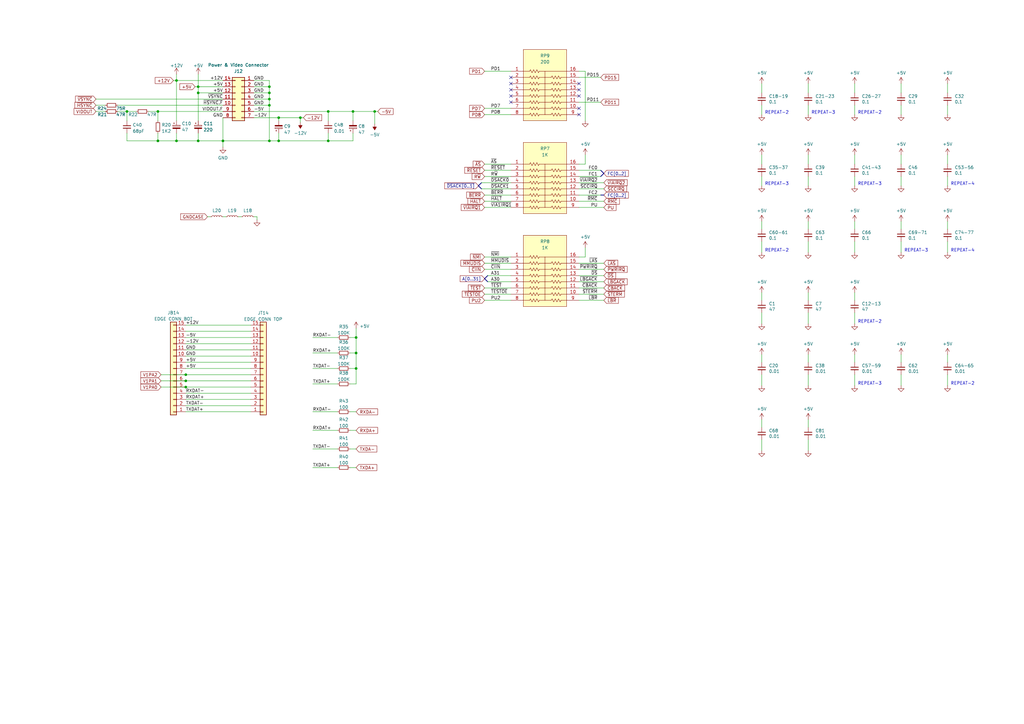
<source format=kicad_sch>
(kicad_sch (version 20230121) (generator eeschema)

  (uuid dabf03ab-5e5a-4b11-83d6-b3302eb18407)

  (paper "A3")

  (title_block
    (title "ROM & RAM Address Muxes")
    (date "2022-10-15")
    (rev "5")
    (company "Simplified by James Wood — j-w.co")
    (comment 1 "Recreation of Apple engineering drawing 050-0253-01")
  )

  

  (junction (at 52.07 45.72) (diameter 0) (color 0 0 0 0)
    (uuid 04f473e3-00ea-45d1-983a-ce25dc291f0e)
  )
  (junction (at 153.67 45.72) (diameter 0) (color 0 0 0 0)
    (uuid 052fbf8d-6039-4ea5-a0c7-34f6b2fac4ea)
  )
  (junction (at 114.3 48.26) (diameter 0) (color 0 0 0 0)
    (uuid 12bd8008-b8ab-4f64-ae0c-6e07f70a013b)
  )
  (junction (at 146.05 138.43) (diameter 0) (color 0 0 0 0)
    (uuid 15fcfce1-1eef-40f5-a661-f45b94f670ac)
  )
  (junction (at 110.49 35.56) (diameter 0) (color 0 0 0 0)
    (uuid 1708f510-0599-4a21-a5ff-58442615c48e)
  )
  (junction (at 91.44 57.785) (diameter 0) (color 0 0 0 0)
    (uuid 1bff833b-27a9-47ab-ae06-433717149533)
  )
  (junction (at 76.2 158.75) (diameter 0) (color 0 0 0 0)
    (uuid 1eb7ae52-54bc-49cf-85e0-d87f1c24bfe1)
  )
  (junction (at 81.28 35.56) (diameter 0) (color 0 0 0 0)
    (uuid 26182f73-57a9-4010-a30c-91119f75ce48)
  )
  (junction (at 110.49 38.1) (diameter 0) (color 0 0 0 0)
    (uuid 3e583879-f62d-4b41-9276-fd3fcdd25662)
  )
  (junction (at 110.49 40.64) (diameter 0) (color 0 0 0 0)
    (uuid 4ae4e8c2-4d4c-47a5-b59e-53813f2958dd)
  )
  (junction (at 76.2 156.21) (diameter 0) (color 0 0 0 0)
    (uuid 52989db5-2c20-416b-b2c2-72235936f0ab)
  )
  (junction (at 123.19 48.26) (diameter 0) (color 0 0 0 0)
    (uuid 542e3fe6-57f5-450e-a26e-605f52ace752)
  )
  (junction (at 110.49 43.18) (diameter 0) (color 0 0 0 0)
    (uuid 5a990bfa-a442-4439-ba6d-c67c893f6cb3)
  )
  (junction (at 110.49 57.785) (diameter 0) (color 0 0 0 0)
    (uuid 604fd363-fb4b-41cb-9e2c-c60aa532674b)
  )
  (junction (at 146.05 151.13) (diameter 0) (color 0 0 0 0)
    (uuid 717201f0-d0b3-4c49-825a-17b12bc7e9a9)
  )
  (junction (at 81.28 57.785) (diameter 0) (color 0 0 0 0)
    (uuid 8c61e1a0-8ec5-4456-beee-48bce15b0a20)
  )
  (junction (at 64.77 57.785) (diameter 0) (color 0 0 0 0)
    (uuid 956620b7-8653-468e-a95e-f1f30cd2f280)
  )
  (junction (at 144.78 45.72) (diameter 0) (color 0 0 0 0)
    (uuid 95ef03aa-2ac1-499c-9372-8e4ecc388053)
  )
  (junction (at 134.62 57.785) (diameter 0) (color 0 0 0 0)
    (uuid c5cc30f5-8cb2-4313-88d8-9824ed1e6a5c)
  )
  (junction (at 72.39 33.02) (diameter 0) (color 0 0 0 0)
    (uuid c8ef508c-2ea6-4468-afcc-18b63b6f9ca9)
  )
  (junction (at 64.77 45.72) (diameter 0) (color 0 0 0 0)
    (uuid c9b60b03-a338-46d4-9552-fd17cfba70d9)
  )
  (junction (at 146.05 144.78) (diameter 0) (color 0 0 0 0)
    (uuid da68fcf0-f5c8-4877-808f-1830e43e83c3)
  )
  (junction (at 81.28 38.1) (diameter 0) (color 0 0 0 0)
    (uuid ddc54363-f43f-462a-a659-0d9e69cd8534)
  )
  (junction (at 72.39 57.785) (diameter 0) (color 0 0 0 0)
    (uuid e2dabad3-8c94-4b12-a213-78accb7ab66e)
  )
  (junction (at 134.62 45.72) (diameter 0) (color 0 0 0 0)
    (uuid ee1c09e9-da85-4b0e-923f-1e2dd140ab39)
  )
  (junction (at 114.3 57.785) (diameter 0) (color 0 0 0 0)
    (uuid f38241f4-bdd8-47f2-a407-6da3c30c59e7)
  )
  (junction (at 76.2 153.67) (diameter 0) (color 0 0 0 0)
    (uuid fe162ef5-570b-4dce-af42-61042188c4b7)
  )

  (no_connect (at 237.49 36.83) (uuid 0f7c545c-a02e-49d4-843f-7ac052e433c6))
  (no_connect (at 209.55 31.75) (uuid 1a493d73-ced1-4328-99ee-2b2c43ab6f81))
  (no_connect (at 209.55 36.83) (uuid 3728d6fb-81a7-4b03-87d0-fe80fe10f291))
  (no_connect (at 209.55 41.91) (uuid 46e7430c-29cd-4179-9dbc-66fd1dde20b1))
  (no_connect (at 209.55 34.29) (uuid 7bba4183-7181-443f-89c9-656be587a615))
  (no_connect (at 237.49 34.29) (uuid 80ec3f76-d3c7-4665-a582-9cc854546aa0))
  (no_connect (at 237.49 39.37) (uuid b315e20d-bfe7-46f4-b060-9883608c3aad))
  (no_connect (at 237.49 46.99) (uuid d3908aa8-8c36-4e01-8713-476c69715a18))
  (no_connect (at 209.55 39.37) (uuid f0ebdb4a-844f-4bd5-8f19-25a4ebf1b66e))
  (no_connect (at 237.49 44.45) (uuid f1c1e67a-823c-4fbb-b55f-6de1c6bbf5af))

  (bus_entry (at 197.485 74.93) (size 1.27 0)
    (stroke (width 0) (type default))
    (uuid 3fd49338-3296-4b33-b4d3-c3face7baed0)
  )
  (bus_entry (at 197.485 77.47) (size 1.27 0)
    (stroke (width 0) (type default))
    (uuid 692a9cf9-84d1-4f4d-b185-b2cee2014ef6)
  )
  (bus_entry (at 246.38 80.01) (size -1.27 0)
    (stroke (width 0) (type default))
    (uuid 74a06d70-b633-48ad-bd96-eee66f4feae0)
  )
  (bus_entry (at 200.025 113.03) (size 1.27 0)
    (stroke (width 0) (type default))
    (uuid 7817d833-d732-46b2-aa3e-821f1683bf96)
  )
  (bus_entry (at 246.38 69.85) (size -1.27 0)
    (stroke (width 0) (type default))
    (uuid 79a053d3-6f9d-42ef-88d6-a27d0c051116)
  )
  (bus_entry (at 200.025 115.57) (size 1.27 0)
    (stroke (width 0) (type default))
    (uuid af6bfbbb-9593-4f64-ab64-500fdd641eb5)
  )
  (bus_entry (at 246.38 72.39) (size -1.27 0)
    (stroke (width 0) (type default))
    (uuid c0818a31-8567-4d85-b87b-be9db9f31bae)
  )

  (wire (pts (xy 350.52 93.98) (xy 350.52 90.805))
    (stroke (width 0) (type default))
    (uuid 019563e8-636e-4c40-b5b0-99d4f3c7fedd)
  )
  (wire (pts (xy 369.57 99.06) (xy 369.57 103.505))
    (stroke (width 0) (type default))
    (uuid 0298eae6-d8eb-46d2-9a23-dad97a911175)
  )
  (bus (pts (xy 198.755 114.3) (xy 200.025 113.03))
    (stroke (width 0) (type default))
    (uuid 050ec8b7-1736-4ecc-a1d4-2ad8e998072a)
  )

  (wire (pts (xy 104.14 88.9) (xy 105.41 88.9))
    (stroke (width 0) (type default))
    (uuid 05f9d936-83a1-4fbe-a9a0-ad43079c1db6)
  )
  (wire (pts (xy 39.37 40.64) (xy 91.44 40.64))
    (stroke (width 0) (type default))
    (uuid 079cf2f1-b69d-4100-a81e-95653f396a8e)
  )
  (wire (pts (xy 104.14 40.64) (xy 110.49 40.64))
    (stroke (width 0) (type default))
    (uuid 08d3f8d5-2f30-4d9b-be8a-1a415a433037)
  )
  (wire (pts (xy 331.47 180.34) (xy 331.47 184.785))
    (stroke (width 0) (type default))
    (uuid 09d4e02a-2eda-4b28-952c-8847a7c33708)
  )
  (wire (pts (xy 123.19 48.26) (xy 123.19 50.165))
    (stroke (width 0) (type default))
    (uuid 0a2814b5-ae28-427c-8d78-8f9d1ce546b8)
  )
  (wire (pts (xy 388.62 38.1) (xy 388.62 34.29))
    (stroke (width 0) (type default))
    (uuid 0a53488f-9a67-4f76-baa6-ee191892804d)
  )
  (wire (pts (xy 209.55 105.41) (xy 198.755 105.41))
    (stroke (width 0) (type default))
    (uuid 0f48abdb-a9c1-4432-85c2-feb342347475)
  )
  (wire (pts (xy 350.52 153.67) (xy 350.52 158.115))
    (stroke (width 0) (type default))
    (uuid 0f5f2cc6-9d46-4eb5-ac5f-78860353a1e9)
  )
  (wire (pts (xy 388.62 72.39) (xy 388.62 76.2))
    (stroke (width 0) (type default))
    (uuid 1228163e-2a90-43ea-8999-80468f4868c5)
  )
  (wire (pts (xy 128.27 191.77) (xy 138.43 191.77))
    (stroke (width 0) (type default))
    (uuid 13b052de-89ca-4dc1-b529-06831022dde3)
  )
  (wire (pts (xy 209.55 74.93) (xy 198.755 74.93))
    (stroke (width 0) (type default))
    (uuid 1481a43a-1fc3-4c7c-b274-542703533540)
  )
  (wire (pts (xy 237.49 107.95) (xy 247.65 107.95))
    (stroke (width 0) (type default))
    (uuid 157db4eb-956b-4483-a8b1-060f6e90e097)
  )
  (wire (pts (xy 128.27 138.43) (xy 138.43 138.43))
    (stroke (width 0) (type default))
    (uuid 1774f8a0-9bfa-47f6-95a3-875b59822c9e)
  )
  (wire (pts (xy 81.28 35.56) (xy 81.28 30.48))
    (stroke (width 0) (type default))
    (uuid 17cd5484-9c20-49a9-9cdb-d215f5201527)
  )
  (wire (pts (xy 114.3 54.61) (xy 114.3 57.785))
    (stroke (width 0) (type default))
    (uuid 1a8fec41-1382-41d2-a427-41910adf8ac1)
  )
  (wire (pts (xy 91.44 88.9) (xy 92.71 88.9))
    (stroke (width 0) (type default))
    (uuid 1aa730c8-4c6e-418a-9c95-2d51d9f8cd79)
  )
  (wire (pts (xy 312.42 67.31) (xy 312.42 63.5))
    (stroke (width 0) (type default))
    (uuid 1c19f4b8-4e14-4197-9ef9-609124d4390e)
  )
  (wire (pts (xy 237.49 115.57) (xy 247.65 115.57))
    (stroke (width 0) (type default))
    (uuid 1d963369-021d-4076-a491-ad6f22ba53b2)
  )
  (wire (pts (xy 237.49 74.93) (xy 247.65 74.93))
    (stroke (width 0) (type default))
    (uuid 1f59d024-369f-4952-a869-60511072c79c)
  )
  (wire (pts (xy 331.47 128.27) (xy 331.47 132.715))
    (stroke (width 0) (type default))
    (uuid 2024b695-beb2-4017-a3d8-53109029d84d)
  )
  (wire (pts (xy 143.51 184.15) (xy 146.05 184.15))
    (stroke (width 0) (type default))
    (uuid 24a497b1-f18f-4aa2-9da7-4122174caa4f)
  )
  (wire (pts (xy 76.2 163.83) (xy 102.87 163.83))
    (stroke (width 0) (type default))
    (uuid 24c5fd59-33fa-4405-a1a1-18069931f0ae)
  )
  (wire (pts (xy 312.42 123.19) (xy 312.42 120.015))
    (stroke (width 0) (type default))
    (uuid 2537c88b-d84b-4a77-a52f-762a5a108ede)
  )
  (wire (pts (xy 76.2 161.29) (xy 102.87 161.29))
    (stroke (width 0) (type default))
    (uuid 269ecace-26bd-4463-915a-4c8ea26450be)
  )
  (wire (pts (xy 240.03 105.41) (xy 240.03 101.6))
    (stroke (width 0) (type default))
    (uuid 28f4b3c3-308e-4d65-b4c2-40b9f81b6b3f)
  )
  (wire (pts (xy 209.55 120.65) (xy 198.755 120.65))
    (stroke (width 0) (type default))
    (uuid 29f056a9-9968-44b2-ab2c-843ea29aad1d)
  )
  (wire (pts (xy 312.42 99.06) (xy 312.42 103.505))
    (stroke (width 0) (type default))
    (uuid 2a0556c9-5d11-4609-b7c9-6d5bb31769c4)
  )
  (wire (pts (xy 81.28 35.56) (xy 91.44 35.56))
    (stroke (width 0) (type default))
    (uuid 2b0a1054-6785-479d-8e43-712a2b1688ca)
  )
  (wire (pts (xy 80.01 35.56) (xy 81.28 35.56))
    (stroke (width 0) (type default))
    (uuid 2b579611-3c7a-448b-bbd5-e74a09acb75a)
  )
  (wire (pts (xy 146.05 144.78) (xy 146.05 151.13))
    (stroke (width 0) (type default))
    (uuid 2e9c1df0-2e8f-43b2-b7dd-234098f8dabd)
  )
  (wire (pts (xy 331.47 43.18) (xy 331.47 46.99))
    (stroke (width 0) (type default))
    (uuid 30cb8872-e696-4eb5-a1f6-67b85fcb7c48)
  )
  (wire (pts (xy 64.77 45.72) (xy 91.44 45.72))
    (stroke (width 0) (type default))
    (uuid 321931bc-0ce1-4a9e-882c-6b856c31d155)
  )
  (wire (pts (xy 91.44 57.785) (xy 110.49 57.785))
    (stroke (width 0) (type default))
    (uuid 3303a49e-e085-4d1d-8d36-b0dda4dde067)
  )
  (wire (pts (xy 312.42 93.98) (xy 312.42 90.805))
    (stroke (width 0) (type default))
    (uuid 3332a882-3444-4df5-9eba-fe627a852a82)
  )
  (wire (pts (xy 331.47 67.31) (xy 331.47 63.5))
    (stroke (width 0) (type default))
    (uuid 3a9dc36e-b3dd-4a2c-bed6-475123acd5b2)
  )
  (wire (pts (xy 237.49 105.41) (xy 240.03 105.41))
    (stroke (width 0) (type default))
    (uuid 3bd24ef6-a403-46ad-bc10-c0d235483b4b)
  )
  (wire (pts (xy 91.44 60.325) (xy 91.44 57.785))
    (stroke (width 0) (type default))
    (uuid 3c48ec74-14a6-4a29-96bb-d59a59fba451)
  )
  (wire (pts (xy 76.2 143.51) (xy 102.87 143.51))
    (stroke (width 0) (type default))
    (uuid 3fd48fae-554c-4bd3-995a-d2196471b581)
  )
  (wire (pts (xy 52.07 54.61) (xy 52.07 57.785))
    (stroke (width 0) (type default))
    (uuid 41da4325-393e-49d0-98d9-63ed6a2022c7)
  )
  (wire (pts (xy 110.49 35.56) (xy 110.49 33.02))
    (stroke (width 0) (type default))
    (uuid 422212a9-f945-4d77-bb5d-6908a343cc20)
  )
  (wire (pts (xy 237.49 69.85) (xy 245.11 69.85))
    (stroke (width 0) (type default))
    (uuid 42235d0a-2179-4dad-abbd-850d5968c076)
  )
  (wire (pts (xy 312.42 153.67) (xy 312.42 158.115))
    (stroke (width 0) (type default))
    (uuid 426813cc-91b7-4cd6-9bfb-b56e62666926)
  )
  (wire (pts (xy 76.2 138.43) (xy 102.87 138.43))
    (stroke (width 0) (type default))
    (uuid 42be492a-eb7c-4582-a33d-fdb4adebc1af)
  )
  (wire (pts (xy 369.57 153.67) (xy 369.57 158.115))
    (stroke (width 0) (type default))
    (uuid 4405c30a-7407-4eb2-a065-771315487641)
  )
  (wire (pts (xy 105.41 88.9) (xy 105.41 90.17))
    (stroke (width 0) (type default))
    (uuid 446a1c0e-e25b-4572-b68b-bbdc5a4457eb)
  )
  (wire (pts (xy 39.37 45.72) (xy 43.18 45.72))
    (stroke (width 0) (type default))
    (uuid 44f438ad-4492-478b-b190-19053eb5deb8)
  )
  (wire (pts (xy 350.52 148.59) (xy 350.52 145.415))
    (stroke (width 0) (type default))
    (uuid 45723883-f6c9-40ec-82a2-beb1715d8056)
  )
  (wire (pts (xy 76.2 140.97) (xy 102.87 140.97))
    (stroke (width 0) (type default))
    (uuid 46cb93b5-22d9-48fb-81d6-0e254037fc5f)
  )
  (wire (pts (xy 388.62 93.98) (xy 388.62 90.805))
    (stroke (width 0) (type default))
    (uuid 46cda9c2-494a-4817-8145-6dc291589a44)
  )
  (wire (pts (xy 237.49 72.39) (xy 245.11 72.39))
    (stroke (width 0) (type default))
    (uuid 479137ed-cddc-4df4-a532-ad590db4475a)
  )
  (wire (pts (xy 209.55 46.99) (xy 198.755 46.99))
    (stroke (width 0) (type default))
    (uuid 47b73944-9b3d-4c6b-8d69-627eda48a30d)
  )
  (wire (pts (xy 102.87 135.89) (xy 76.2 135.89))
    (stroke (width 0) (type default))
    (uuid 499981ff-5b05-4ae6-8af9-2e1a2f7e3fd9)
  )
  (wire (pts (xy 144.78 45.72) (xy 144.78 49.53))
    (stroke (width 0) (type default))
    (uuid 4a1a4e0e-e2c4-4ff8-9d7d-22370166a76f)
  )
  (wire (pts (xy 146.05 134.62) (xy 146.05 138.43))
    (stroke (width 0) (type default))
    (uuid 4b2a3c5f-861e-4bcd-98ea-ae433effe592)
  )
  (wire (pts (xy 237.49 113.03) (xy 247.65 113.03))
    (stroke (width 0) (type default))
    (uuid 4defed66-5171-4928-99e3-de47d662f453)
  )
  (wire (pts (xy 209.55 69.85) (xy 198.755 69.85))
    (stroke (width 0) (type default))
    (uuid 4f658bca-1355-445c-ba53-94e8d94469d1)
  )
  (wire (pts (xy 48.26 43.18) (xy 91.44 43.18))
    (stroke (width 0) (type default))
    (uuid 51105202-ca6c-4805-9e9d-b3736fc0f801)
  )
  (wire (pts (xy 72.39 33.02) (xy 72.39 30.48))
    (stroke (width 0) (type default))
    (uuid 58b8a352-9a49-413c-8026-887026a53862)
  )
  (wire (pts (xy 153.67 45.72) (xy 153.67 50.8))
    (stroke (width 0) (type default))
    (uuid 5aaffa42-dbea-433b-8b50-376c4bf96bac)
  )
  (bus (pts (xy 247.65 71.12) (xy 246.38 69.85))
    (stroke (width 0) (type default))
    (uuid 5d7cce38-d465-444f-b943-269673bc0eea)
  )

  (wire (pts (xy 369.57 67.31) (xy 369.57 63.5))
    (stroke (width 0) (type default))
    (uuid 5d8c0451-2057-44e5-bf92-ee26d37711c5)
  )
  (wire (pts (xy 146.05 157.48) (xy 143.51 157.48))
    (stroke (width 0) (type default))
    (uuid 5e16b826-b5fb-48ca-963d-5a3465c8f239)
  )
  (wire (pts (xy 146.05 151.13) (xy 146.05 157.48))
    (stroke (width 0) (type default))
    (uuid 5e652985-8d0b-4cb6-ac64-b00b792262c1)
  )
  (wire (pts (xy 312.42 148.59) (xy 312.42 145.415))
    (stroke (width 0) (type default))
    (uuid 5e679244-6d11-4f56-80f1-df5972066765)
  )
  (wire (pts (xy 237.49 82.55) (xy 247.65 82.55))
    (stroke (width 0) (type default))
    (uuid 5e8e438c-790b-4c42-9570-e2eb3979bc79)
  )
  (wire (pts (xy 350.52 43.18) (xy 350.52 46.99))
    (stroke (width 0) (type default))
    (uuid 601111d5-8c5e-4669-912d-a358d7928ff2)
  )
  (wire (pts (xy 86.36 88.9) (xy 85.09 88.9))
    (stroke (width 0) (type default))
    (uuid 62263a75-76ff-4204-b135-5c8f30db4981)
  )
  (wire (pts (xy 66.04 153.67) (xy 76.2 153.67))
    (stroke (width 0) (type default))
    (uuid 64cffbd8-b995-4ef1-a581-878a29acbf9b)
  )
  (wire (pts (xy 134.62 45.72) (xy 134.62 49.53))
    (stroke (width 0) (type default))
    (uuid 65227486-3316-4eb9-8746-f3f36e83dee9)
  )
  (wire (pts (xy 72.39 57.785) (xy 64.77 57.785))
    (stroke (width 0) (type default))
    (uuid 66793dfd-c33e-4d6c-a23f-8928c76fc5f9)
  )
  (wire (pts (xy 114.3 57.785) (xy 134.62 57.785))
    (stroke (width 0) (type default))
    (uuid 6766f1d9-b7c6-4fd6-88ef-1d9d0abfdced)
  )
  (wire (pts (xy 240.03 67.31) (xy 240.03 63.5))
    (stroke (width 0) (type default))
    (uuid 68466d1c-05a3-4772-9d52-c57d83a865f1)
  )
  (wire (pts (xy 52.07 45.72) (xy 55.88 45.72))
    (stroke (width 0) (type default))
    (uuid 68b40fda-0b1a-4ff9-a325-bd8ad1ae3125)
  )
  (wire (pts (xy 146.05 168.91) (xy 143.51 168.91))
    (stroke (width 0) (type default))
    (uuid 68b51c83-0a1a-4323-a7ff-2a89a141cda6)
  )
  (wire (pts (xy 350.52 67.31) (xy 350.52 63.5))
    (stroke (width 0) (type default))
    (uuid 68f54d15-a18a-4188-8d60-e47af0f18a02)
  )
  (wire (pts (xy 138.43 168.91) (xy 128.27 168.91))
    (stroke (width 0) (type default))
    (uuid 69fdacef-cf6a-4cde-b53f-1ec35f7fe46d)
  )
  (wire (pts (xy 138.43 184.15) (xy 128.27 184.15))
    (stroke (width 0) (type default))
    (uuid 6a87a634-b985-4b4a-ba29-d1181a369f3e)
  )
  (wire (pts (xy 153.67 45.72) (xy 154.94 45.72))
    (stroke (width 0) (type default))
    (uuid 6af8fb13-8997-411e-bbd6-c12d264352fc)
  )
  (wire (pts (xy 369.57 72.39) (xy 369.57 76.2))
    (stroke (width 0) (type default))
    (uuid 6b2d0b8d-6299-4667-b892-45dfa9f6b2ef)
  )
  (wire (pts (xy 237.49 67.31) (xy 240.03 67.31))
    (stroke (width 0) (type default))
    (uuid 6e08d50e-577e-45aa-b3a7-a9829adc744a)
  )
  (wire (pts (xy 209.55 118.11) (xy 198.755 118.11))
    (stroke (width 0) (type default))
    (uuid 6e1670ee-5a33-4751-98b4-7f49755ef822)
  )
  (wire (pts (xy 237.49 31.75) (xy 246.38 31.75))
    (stroke (width 0) (type default))
    (uuid 6f436a6d-336a-4630-a227-e2fbc1455081)
  )
  (wire (pts (xy 369.57 148.59) (xy 369.57 145.415))
    (stroke (width 0) (type default))
    (uuid 702c0fb4-27d0-4beb-91eb-efa09af81e98)
  )
  (wire (pts (xy 76.2 158.75) (xy 102.87 158.75))
    (stroke (width 0) (type default))
    (uuid 70b083c7-5b41-4a46-b056-5a8ea46160e7)
  )
  (wire (pts (xy 66.04 156.21) (xy 76.2 156.21))
    (stroke (width 0) (type default))
    (uuid 71381fe1-3872-4f43-b918-fd506e195af3)
  )
  (wire (pts (xy 128.27 157.48) (xy 138.43 157.48))
    (stroke (width 0) (type default))
    (uuid 71b7bdf2-4d1d-4467-8c8d-628972cf71f0)
  )
  (wire (pts (xy 240.03 29.21) (xy 240.03 49.53))
    (stroke (width 0) (type default))
    (uuid 7258b27a-937a-4cb9-bfda-7d8e495697ed)
  )
  (wire (pts (xy 245.11 80.01) (xy 237.49 80.01))
    (stroke (width 0) (type default))
    (uuid 7706d276-5b10-4dba-bc15-c680e3c168dc)
  )
  (wire (pts (xy 134.62 54.61) (xy 134.62 57.785))
    (stroke (width 0) (type default))
    (uuid 77f028cd-b4d6-468e-a1b9-c4e943ce0ebd)
  )
  (wire (pts (xy 110.49 57.785) (xy 114.3 57.785))
    (stroke (width 0) (type default))
    (uuid 7a2ef1dc-8df1-45d8-94f8-161cba0bdf7c)
  )
  (wire (pts (xy 110.49 38.1) (xy 110.49 40.64))
    (stroke (width 0) (type default))
    (uuid 7de8af2b-aff6-44a2-821c-a336831912d7)
  )
  (wire (pts (xy 76.2 133.35) (xy 102.87 133.35))
    (stroke (width 0) (type default))
    (uuid 7ea85506-05a7-4441-a56c-845fdb158782)
  )
  (wire (pts (xy 312.42 180.34) (xy 312.42 184.785))
    (stroke (width 0) (type default))
    (uuid 7f4af926-62a5-4295-a34c-e120919e9071)
  )
  (wire (pts (xy 209.55 29.21) (xy 198.755 29.21))
    (stroke (width 0) (type default))
    (uuid 8273b433-e12d-4a73-826f-8f748bc5b611)
  )
  (wire (pts (xy 331.47 123.19) (xy 331.47 120.015))
    (stroke (width 0) (type default))
    (uuid 83e969e8-400d-49e1-aa3d-e1b2a9d1bc82)
  )
  (wire (pts (xy 91.44 57.785) (xy 81.28 57.785))
    (stroke (width 0) (type default))
    (uuid 84170c2b-fc5b-4beb-8d81-6755cde674de)
  )
  (wire (pts (xy 146.05 151.13) (xy 143.51 151.13))
    (stroke (width 0) (type default))
    (uuid 87edc795-e26e-4936-a6d6-30da67225e0b)
  )
  (bus (pts (xy 247.65 80.01) (xy 246.38 80.01))
    (stroke (width 0) (type default))
    (uuid 8a2de5cc-a4aa-426b-85cf-13d8aeeae768)
  )

  (wire (pts (xy 76.2 146.05) (xy 102.87 146.05))
    (stroke (width 0) (type default))
    (uuid 8a5910bb-a615-4bb2-98b4-ef57bd519ded)
  )
  (wire (pts (xy 209.55 82.55) (xy 198.755 82.55))
    (stroke (width 0) (type default))
    (uuid 8c0b8480-07ec-48c7-bd75-087e6c3975af)
  )
  (wire (pts (xy 52.07 57.785) (xy 64.77 57.785))
    (stroke (width 0) (type default))
    (uuid 8d947180-9cfa-42c8-86de-306b635d7858)
  )
  (wire (pts (xy 388.62 148.59) (xy 388.62 145.415))
    (stroke (width 0) (type default))
    (uuid 8dc2d05d-a0af-4b3e-a3d8-4c68500b7692)
  )
  (wire (pts (xy 237.49 123.19) (xy 247.65 123.19))
    (stroke (width 0) (type default))
    (uuid 8e6d70b2-6ea0-4835-a1f9-0ec2704e54bd)
  )
  (bus (pts (xy 198.755 114.3) (xy 200.025 115.57))
    (stroke (width 0) (type default))
    (uuid 8eb90dc3-7abb-460c-9547-196a455ddd26)
  )

  (wire (pts (xy 369.57 93.98) (xy 369.57 90.805))
    (stroke (width 0) (type default))
    (uuid 8f83abb1-22f0-4e65-9d05-81efa55ae1d7)
  )
  (wire (pts (xy 104.14 43.18) (xy 110.49 43.18))
    (stroke (width 0) (type default))
    (uuid 90f1393c-0b38-4587-a5ce-4dc71294b05b)
  )
  (wire (pts (xy 110.49 40.64) (xy 110.49 43.18))
    (stroke (width 0) (type default))
    (uuid 91d6f448-bcb0-400b-81db-d63d28e2ac0b)
  )
  (wire (pts (xy 331.47 153.67) (xy 331.47 158.115))
    (stroke (width 0) (type default))
    (uuid 935e627f-7430-49c7-82bc-06d7c9c995da)
  )
  (wire (pts (xy 331.47 38.1) (xy 331.47 34.29))
    (stroke (width 0) (type default))
    (uuid 93ba6107-cf0a-44d3-9c62-c54b0251526b)
  )
  (wire (pts (xy 312.42 72.39) (xy 312.42 76.2))
    (stroke (width 0) (type default))
    (uuid 9436b0a8-cdcb-4108-957d-4dec38c91cd1)
  )
  (wire (pts (xy 143.51 176.53) (xy 146.05 176.53))
    (stroke (width 0) (type default))
    (uuid 9476badf-001d-496b-b34a-0447b7b0f37e)
  )
  (wire (pts (xy 209.55 77.47) (xy 198.755 77.47))
    (stroke (width 0) (type default))
    (uuid 958af6b1-2481-42f9-ad51-5d0d07c41518)
  )
  (wire (pts (xy 72.39 33.02) (xy 72.39 49.53))
    (stroke (width 0) (type default))
    (uuid 98434318-d286-496c-b35f-f0b853673965)
  )
  (wire (pts (xy 350.52 72.39) (xy 350.52 76.2))
    (stroke (width 0) (type default))
    (uuid 985a94e8-9865-4c12-8d4e-b0c4e345a26f)
  )
  (wire (pts (xy 64.77 54.61) (xy 64.77 57.785))
    (stroke (width 0) (type default))
    (uuid 99dd817d-3ef3-4215-b5da-bcfff18e36a7)
  )
  (wire (pts (xy 209.55 110.49) (xy 198.755 110.49))
    (stroke (width 0) (type default))
    (uuid 9da07648-b519-4969-b58b-92570a668322)
  )
  (wire (pts (xy 76.2 151.13) (xy 102.87 151.13))
    (stroke (width 0) (type default))
    (uuid 9eaf8e63-54cf-44cd-ac37-3ad5082604b4)
  )
  (wire (pts (xy 144.78 57.785) (xy 134.62 57.785))
    (stroke (width 0) (type default))
    (uuid 9f8762fc-876a-4b9e-a47e-925fa1cd0cf0)
  )
  (wire (pts (xy 104.14 38.1) (xy 110.49 38.1))
    (stroke (width 0) (type default))
    (uuid 9f949584-c892-4bfe-abde-fbe94a678d2d)
  )
  (wire (pts (xy 209.55 107.95) (xy 198.755 107.95))
    (stroke (width 0) (type default))
    (uuid a1e7eab6-b358-40ff-8654-07178bf95756)
  )
  (wire (pts (xy 331.47 93.98) (xy 331.47 90.805))
    (stroke (width 0) (type default))
    (uuid a284db1b-7d79-4df8-a1d9-b641ec84bbcb)
  )
  (wire (pts (xy 66.04 158.75) (xy 76.2 158.75))
    (stroke (width 0) (type default))
    (uuid a29da532-d157-4c23-9e5b-624e289f00ab)
  )
  (wire (pts (xy 331.47 175.26) (xy 331.47 172.085))
    (stroke (width 0) (type default))
    (uuid a38b9435-e58c-461e-a77b-51f4db22ef6f)
  )
  (wire (pts (xy 110.49 38.1) (xy 110.49 35.56))
    (stroke (width 0) (type default))
    (uuid a503189c-706d-4ac5-acf3-f22de91cfa64)
  )
  (wire (pts (xy 128.27 151.13) (xy 138.43 151.13))
    (stroke (width 0) (type default))
    (uuid a66ef9d8-744e-431c-aed9-cb77bd0114ef)
  )
  (wire (pts (xy 388.62 43.18) (xy 388.62 46.99))
    (stroke (width 0) (type default))
    (uuid a75225c4-cfb5-4f0b-aaa3-1144ac785b91)
  )
  (wire (pts (xy 128.27 144.78) (xy 138.43 144.78))
    (stroke (width 0) (type default))
    (uuid a7d4e6b2-d94a-408c-8989-333262a87ba4)
  )
  (wire (pts (xy 350.52 38.1) (xy 350.52 34.29))
    (stroke (width 0) (type default))
    (uuid a83ea254-2132-49c3-b491-c704626ab2dd)
  )
  (wire (pts (xy 48.26 45.72) (xy 52.07 45.72))
    (stroke (width 0) (type default))
    (uuid a8a27dbb-b9ac-4304-ba30-6d5f8f90d261)
  )
  (wire (pts (xy 209.55 80.01) (xy 198.755 80.01))
    (stroke (width 0) (type default))
    (uuid aa236701-5bb5-4bac-a6f1-e5a9432a2d5e)
  )
  (wire (pts (xy 52.07 45.72) (xy 52.07 49.53))
    (stroke (width 0) (type default))
    (uuid adb1fd20-5041-45bd-bb50-12b1cb8c3f9a)
  )
  (wire (pts (xy 97.79 88.9) (xy 99.06 88.9))
    (stroke (width 0) (type default))
    (uuid aee3a10f-7cc9-4a19-879c-b007478f1e81)
  )
  (wire (pts (xy 110.49 43.18) (xy 110.49 57.785))
    (stroke (width 0) (type default))
    (uuid b180bf57-ec0d-4c4d-b3ec-1cc8c216f155)
  )
  (wire (pts (xy 237.49 85.09) (xy 247.65 85.09))
    (stroke (width 0) (type default))
    (uuid b20657b2-3d33-45c8-b784-0b8275bea031)
  )
  (wire (pts (xy 209.55 72.39) (xy 198.755 72.39))
    (stroke (width 0) (type default))
    (uuid b46d139e-5606-4502-8ba0-aedc5ee59715)
  )
  (wire (pts (xy 138.43 176.53) (xy 128.27 176.53))
    (stroke (width 0) (type default))
    (uuid b47dac6c-4f6b-4489-9a11-531c3f710089)
  )
  (wire (pts (xy 144.78 54.61) (xy 144.78 57.785))
    (stroke (width 0) (type default))
    (uuid b4e05f06-87a6-4a8e-a6db-573273ede5f7)
  )
  (wire (pts (xy 72.39 33.02) (xy 91.44 33.02))
    (stroke (width 0) (type default))
    (uuid b6a25f4a-5275-486d-8997-45d438192765)
  )
  (wire (pts (xy 91.44 38.1) (xy 81.28 38.1))
    (stroke (width 0) (type default))
    (uuid b711b6fb-d05c-4940-a4b9-7da750791cc2)
  )
  (bus (pts (xy 247.65 71.12) (xy 246.38 72.39))
    (stroke (width 0) (type default))
    (uuid b73aa150-9699-44bb-aec4-cff85e6ce3b7)
  )

  (wire (pts (xy 237.49 77.47) (xy 247.65 77.47))
    (stroke (width 0) (type default))
    (uuid b8cd9c8c-8220-4ae4-8d2f-5d5824bed5d7)
  )
  (wire (pts (xy 134.62 45.72) (xy 104.14 45.72))
    (stroke (width 0) (type default))
    (uuid bab514d6-cbf5-4063-94a1-d3500cf20734)
  )
  (wire (pts (xy 91.44 57.785) (xy 91.44 48.26))
    (stroke (width 0) (type default))
    (uuid bbf6598a-5d18-4354-852d-08c01a41349f)
  )
  (wire (pts (xy 331.47 99.06) (xy 331.47 103.505))
    (stroke (width 0) (type default))
    (uuid bf7dfd6b-8d92-45b1-b023-12b61dfc95bb)
  )
  (wire (pts (xy 104.14 33.02) (xy 110.49 33.02))
    (stroke (width 0) (type default))
    (uuid bf904387-963c-44da-9312-61fa90e2fbe5)
  )
  (wire (pts (xy 209.55 44.45) (xy 198.755 44.45))
    (stroke (width 0) (type default))
    (uuid c1007d4e-ad0e-4ca2-ad49-d09ca03bc437)
  )
  (wire (pts (xy 143.51 138.43) (xy 146.05 138.43))
    (stroke (width 0) (type default))
    (uuid c2fde926-f8bd-4665-a17f-35a6235a8d3c)
  )
  (wire (pts (xy 388.62 99.06) (xy 388.62 103.505))
    (stroke (width 0) (type default))
    (uuid c4ac80a1-fb69-4e3b-b3f5-577fd824ceb4)
  )
  (wire (pts (xy 312.42 43.18) (xy 312.42 46.99))
    (stroke (width 0) (type default))
    (uuid c4fe80b3-7250-40d2-bcbd-96bb634d5f03)
  )
  (wire (pts (xy 124.46 48.26) (xy 123.19 48.26))
    (stroke (width 0) (type default))
    (uuid c5263a61-4313-4dc0-865c-e267e5983f26)
  )
  (wire (pts (xy 201.295 115.57) (xy 209.55 115.57))
    (stroke (width 0) (type default))
    (uuid c6cef764-7e3e-46d0-bc82-bf222c04696a)
  )
  (wire (pts (xy 388.62 153.67) (xy 388.62 158.115))
    (stroke (width 0) (type default))
    (uuid c744b510-c624-4030-9d38-acb0626f111b)
  )
  (wire (pts (xy 81.28 57.785) (xy 81.28 54.61))
    (stroke (width 0) (type default))
    (uuid c80ab7f2-a00f-45d6-986d-a12d88aad888)
  )
  (wire (pts (xy 237.49 120.65) (xy 247.65 120.65))
    (stroke (width 0) (type default))
    (uuid cb1ae986-9c4c-47fb-8c63-b71b7de276ff)
  )
  (wire (pts (xy 64.77 45.72) (xy 64.77 49.53))
    (stroke (width 0) (type default))
    (uuid cb61a7cc-c51d-4cf7-8bc2-95a0794c7152)
  )
  (wire (pts (xy 76.2 153.67) (xy 102.87 153.67))
    (stroke (width 0) (type default))
    (uuid cbed4a79-9f8c-4151-ad60-b930b26b1b7a)
  )
  (wire (pts (xy 81.28 57.785) (xy 72.39 57.785))
    (stroke (width 0) (type default))
    (uuid ced3e9cf-8cd3-42b5-b7e7-c8b088ee84e8)
  )
  (wire (pts (xy 153.67 45.72) (xy 144.78 45.72))
    (stroke (width 0) (type default))
    (uuid cfbf6146-fed4-4e0c-90c2-235622f4f3bc)
  )
  (wire (pts (xy 237.49 110.49) (xy 247.65 110.49))
    (stroke (width 0) (type default))
    (uuid d10e9ad3-d200-4800-876c-ca5247d112aa)
  )
  (wire (pts (xy 143.51 191.77) (xy 146.05 191.77))
    (stroke (width 0) (type default))
    (uuid d14ac165-4bcd-4833-b18f-0bdf7bae46b8)
  )
  (wire (pts (xy 72.39 57.785) (xy 72.39 54.61))
    (stroke (width 0) (type default))
    (uuid d1d1b36c-309c-423d-88c4-feeb56ad20e9)
  )
  (wire (pts (xy 388.62 67.31) (xy 388.62 63.5))
    (stroke (width 0) (type default))
    (uuid d24ead15-51fc-4e3d-977c-e175bb3e6642)
  )
  (wire (pts (xy 104.14 48.26) (xy 114.3 48.26))
    (stroke (width 0) (type default))
    (uuid d37ee020-1b90-4172-8b97-b82b492c1180)
  )
  (wire (pts (xy 114.3 48.26) (xy 123.19 48.26))
    (stroke (width 0) (type default))
    (uuid d3f19396-12e1-40b6-b80c-ebb9b0b71698)
  )
  (wire (pts (xy 209.55 123.19) (xy 198.755 123.19))
    (stroke (width 0) (type default))
    (uuid d4ad3597-6d36-4c03-8b32-2c2b29ea9dfd)
  )
  (wire (pts (xy 201.295 113.03) (xy 209.55 113.03))
    (stroke (width 0) (type default))
    (uuid d4b92817-c4d6-4daa-845c-6b52c8c4a23e)
  )
  (wire (pts (xy 209.55 85.09) (xy 198.755 85.09))
    (stroke (width 0) (type default))
    (uuid d5acaef1-abaf-4460-919f-fbe419e8f73a)
  )
  (wire (pts (xy 312.42 128.27) (xy 312.42 132.715))
    (stroke (width 0) (type default))
    (uuid d6158a60-5265-4884-a6de-64477eed232f)
  )
  (wire (pts (xy 350.52 99.06) (xy 350.52 103.505))
    (stroke (width 0) (type default))
    (uuid d67b1be2-2ea3-4907-8c55-f4acbca66cce)
  )
  (wire (pts (xy 331.47 72.39) (xy 331.47 76.2))
    (stroke (width 0) (type default))
    (uuid d6abf3f7-6470-4b37-9279-2ab1c8b20a48)
  )
  (wire (pts (xy 134.62 45.72) (xy 144.78 45.72))
    (stroke (width 0) (type default))
    (uuid d751d825-1088-4715-87eb-08144efb4b37)
  )
  (wire (pts (xy 114.3 48.26) (xy 114.3 49.53))
    (stroke (width 0) (type default))
    (uuid d79ceb3d-0077-4c66-a474-86b39588d08d)
  )
  (wire (pts (xy 209.55 67.31) (xy 198.755 67.31))
    (stroke (width 0) (type default))
    (uuid d7e1b6f2-b813-4c5a-887a-5e1e097e8cb4)
  )
  (wire (pts (xy 76.2 156.21) (xy 102.87 156.21))
    (stroke (width 0) (type default))
    (uuid d8b29e45-79a6-4e68-a4bf-97c67bb1aaad)
  )
  (wire (pts (xy 146.05 144.78) (xy 143.51 144.78))
    (stroke (width 0) (type default))
    (uuid db4a6d54-83c3-4d5a-bdf7-7e15b5f7e718)
  )
  (wire (pts (xy 39.37 43.18) (xy 43.18 43.18))
    (stroke (width 0) (type default))
    (uuid dbfee0c2-8e27-4b40-9ba0-4c1cf7cf3a81)
  )
  (wire (pts (xy 237.49 118.11) (xy 247.65 118.11))
    (stroke (width 0) (type default))
    (uuid ddbe5288-a144-445a-8a54-eb859780230c)
  )
  (wire (pts (xy 81.28 38.1) (xy 81.28 49.53))
    (stroke (width 0) (type default))
    (uuid e101732b-89a4-4016-8e90-9383c9029a09)
  )
  (wire (pts (xy 350.52 123.19) (xy 350.52 120.015))
    (stroke (width 0) (type default))
    (uuid e2ecb021-b990-45bc-8938-c029c921a53b)
  )
  (wire (pts (xy 237.49 41.91) (xy 246.38 41.91))
    (stroke (width 0) (type default))
    (uuid e62eef33-ec30-48da-ba38-db3d30279b1a)
  )
  (wire (pts (xy 146.05 138.43) (xy 146.05 144.78))
    (stroke (width 0) (type default))
    (uuid e66e296f-e22b-436a-a8d7-5411e58a21c4)
  )
  (wire (pts (xy 76.2 148.59) (xy 102.87 148.59))
    (stroke (width 0) (type default))
    (uuid e81b9861-2989-4e4a-b4d8-2e18d7d88747)
  )
  (wire (pts (xy 369.57 43.18) (xy 369.57 46.99))
    (stroke (width 0) (type default))
    (uuid eb5ee178-8130-4f7f-ac13-c17833946c6f)
  )
  (wire (pts (xy 237.49 29.21) (xy 240.03 29.21))
    (stroke (width 0) (type default))
    (uuid ed68b0a6-48c0-4dfa-8dbf-37f218a78a44)
  )
  (wire (pts (xy 312.42 175.26) (xy 312.42 172.085))
    (stroke (width 0) (type default))
    (uuid ee38e940-e603-48df-98c9-f0123d3266d3)
  )
  (wire (pts (xy 76.2 168.91) (xy 102.87 168.91))
    (stroke (width 0) (type default))
    (uuid eede3e85-d156-4389-b60b-1a9450299553)
  )
  (wire (pts (xy 76.2 166.37) (xy 102.87 166.37))
    (stroke (width 0) (type default))
    (uuid eef73c85-1d14-44c9-be0d-6e815ff991eb)
  )
  (wire (pts (xy 331.47 148.59) (xy 331.47 145.415))
    (stroke (width 0) (type default))
    (uuid f2d01fc7-d71e-40d9-a131-85b5a9ee54f8)
  )
  (wire (pts (xy 81.28 35.56) (xy 81.28 38.1))
    (stroke (width 0) (type default))
    (uuid f5b013fb-cf73-4e98-81e0-889b2cc8316b)
  )
  (bus (pts (xy 196.215 76.2) (xy 197.485 77.47))
    (stroke (width 0) (type default))
    (uuid f6e3dfb2-d052-4925-a4b2-ec5c6c78c377)
  )

  (wire (pts (xy 72.39 33.02) (xy 71.12 33.02))
    (stroke (width 0) (type default))
    (uuid f7644092-fdd5-41bc-ace4-4c991fa17c86)
  )
  (wire (pts (xy 350.52 128.27) (xy 350.52 132.715))
    (stroke (width 0) (type default))
    (uuid f970abd3-56c6-4a69-ac60-8788c7f2079d)
  )
  (wire (pts (xy 60.96 45.72) (xy 64.77 45.72))
    (stroke (width 0) (type default))
    (uuid fafbe609-c057-4a88-a174-6fef5998c9b6)
  )
  (wire (pts (xy 104.14 35.56) (xy 110.49 35.56))
    (stroke (width 0) (type default))
    (uuid fc073ebe-22dc-4150-ac24-f7228d2703fc)
  )
  (wire (pts (xy 369.57 38.1) (xy 369.57 34.29))
    (stroke (width 0) (type default))
    (uuid fedba125-f605-42cb-b7be-0856170f697c)
  )
  (bus (pts (xy 196.215 76.2) (xy 197.485 74.93))
    (stroke (width 0) (type default))
    (uuid ff3cbbe4-3c27-4b64-a5d4-68eabb7cb9f2)
  )

  (wire (pts (xy 312.42 38.1) (xy 312.42 34.29))
    (stroke (width 0) (type default))
    (uuid fff394a3-c00f-4251-8d56-93c63e4938ca)
  )

  (text "REPEAT-3" (at 351.79 158.115 0)
    (effects (font (size 1.27 1.27)) (justify left bottom))
    (uuid 1ffa4d87-698a-4efd-aaf0-96fbe46f65c1)
  )
  (text "REPEAT-3" (at 351.79 76.2 0)
    (effects (font (size 1.27 1.27)) (justify left bottom))
    (uuid 3aff12b5-7abf-4a3c-b533-b1064742c6f7)
  )
  (text "REPEAT-3" (at 332.74 46.99 0)
    (effects (font (size 1.27 1.27)) (justify left bottom))
    (uuid 4e093c78-9631-4906-be47-13997ea43fa5)
  )
  (text "REPEAT-4" (at 389.89 76.2 0)
    (effects (font (size 1.27 1.27)) (justify left bottom))
    (uuid 83f187c8-2b8e-457c-afd2-213be96aee4c)
  )
  (text "REPEAT-3" (at 370.84 103.505 0)
    (effects (font (size 1.27 1.27)) (justify left bottom))
    (uuid 8f644a40-ee81-467e-ba1e-c1afff3bd942)
  )
  (text "REPEAT-3" (at 313.69 76.2 0)
    (effects (font (size 1.27 1.27)) (justify left bottom))
    (uuid 9ee92254-a981-49d4-a9ee-15b8b236e93f)
  )
  (text "REPEAT-2" (at 313.69 103.505 0)
    (effects (font (size 1.27 1.27)) (justify left bottom))
    (uuid a2cbed9b-d1aa-4e29-aa5f-751c1f9594a5)
  )
  (text "REPEAT-2" (at 389.89 158.115 0)
    (effects (font (size 1.27 1.27)) (justify left bottom))
    (uuid b265eeb8-6be2-4794-9340-531bb2f3531f)
  )
  (text "REPEAT-4" (at 389.89 103.505 0)
    (effects (font (size 1.27 1.27)) (justify left bottom))
    (uuid bad37bc0-39ca-4346-913e-d0729c902eec)
  )
  (text "REPEAT-2" (at 313.69 46.99 0)
    (effects (font (size 1.27 1.27)) (justify left bottom))
    (uuid cd7a01f8-c409-4ddf-9469-1958d9787a39)
  )
  (text "REPEAT-2" (at 351.79 46.99 0)
    (effects (font (size 1.27 1.27)) (justify left bottom))
    (uuid d98be209-9725-4208-809a-20b3ce0903d8)
  )
  (text "REPEAT-2" (at 351.79 132.715 0)
    (effects (font (size 1.27 1.27)) (justify left bottom))
    (uuid fc526ad0-bb3b-4821-bf07-927e62623083)
  )

  (label "FC1" (at 245.11 72.39 180) (fields_autoplaced)
    (effects (font (size 1.27 1.27)) (justify right bottom))
    (uuid 00a19823-8b63-4106-b03f-c35f290de521)
  )
  (label "PD15" (at 245.745 31.75 180) (fields_autoplaced)
    (effects (font (size 1.27 1.27)) (justify right bottom))
    (uuid 01a3326e-e1bf-47eb-93ed-c14a4d598339)
  )
  (label "FC0" (at 245.11 69.85 180) (fields_autoplaced)
    (effects (font (size 1.27 1.27)) (justify right bottom))
    (uuid 01ec0bae-c268-412b-a795-4b54a13d3bd2)
  )
  (label "GND" (at 104.14 40.64 0) (fields_autoplaced)
    (effects (font (size 1.27 1.27)) (justify left bottom))
    (uuid 030ea75c-7f8d-4c2a-b4c5-0a5572906165)
  )
  (label "~{LAS}" (at 245.11 107.95 180) (fields_autoplaced)
    (effects (font (size 1.27 1.27)) (justify right bottom))
    (uuid 04452d51-ed69-46ab-a299-95cc8c652eb0)
  )
  (label "A30" (at 201.295 115.57 0) (fields_autoplaced)
    (effects (font (size 1.27 1.27)) (justify left bottom))
    (uuid 133ec1d2-390f-40b4-9c84-834c97086998)
  )
  (label "PD8" (at 201.295 46.99 0) (fields_autoplaced)
    (effects (font (size 1.27 1.27)) (justify left bottom))
    (uuid 15321320-1638-4d5a-8dc7-444105d4b30f)
  )
  (label "~{LBR}" (at 245.11 123.19 180) (fields_autoplaced)
    (effects (font (size 1.27 1.27)) (justify right bottom))
    (uuid 165fbb6c-e124-405c-872d-6439f8db7d20)
  )
  (label "VIDOUT.F" (at 91.44 45.72 180) (fields_autoplaced)
    (effects (font (size 1.27 1.27)) (justify right bottom))
    (uuid 17f7333e-ce8e-4469-b3d1-9059756ddf1c)
  )
  (label "PD1" (at 201.295 29.21 0) (fields_autoplaced)
    (effects (font (size 1.27 1.27)) (justify left bottom))
    (uuid 1cb0c3ea-b3c0-4744-97b1-ac16a11fa0fe)
  )
  (label "~{RMC}" (at 245.11 82.55 180) (fields_autoplaced)
    (effects (font (size 1.27 1.27)) (justify right bottom))
    (uuid 1efbff66-49c7-4544-b9f5-e91d2cce368e)
  )
  (label "TXDAT-" (at 128.27 151.13 0) (fields_autoplaced)
    (effects (font (size 1.27 1.27)) (justify left bottom))
    (uuid 1f118359-e6f7-47bd-8bd3-ee6657e6661d)
  )
  (label "~{TEST}" (at 201.295 118.11 0) (fields_autoplaced)
    (effects (font (size 1.27 1.27)) (justify left bottom))
    (uuid 20795355-b7df-4692-89f7-e05091baf139)
  )
  (label "RXDAT+" (at 76.2 163.83 0) (fields_autoplaced)
    (effects (font (size 1.27 1.27)) (justify left bottom))
    (uuid 2221b53b-31b1-4dad-8902-c2cb1231e278)
  )
  (label "RXDAT+" (at 128.27 176.53 0) (fields_autoplaced)
    (effects (font (size 1.27 1.27)) (justify left bottom))
    (uuid 2505ac8a-6177-4001-aa11-2bba0bf9b48b)
  )
  (label "RXDAT-" (at 128.27 138.43 0) (fields_autoplaced)
    (effects (font (size 1.27 1.27)) (justify left bottom))
    (uuid 2557c5bc-93e0-4f4e-9ffc-4f9f1f051edf)
  )
  (label "+5V" (at 91.44 38.1 180) (fields_autoplaced)
    (effects (font (size 1.27 1.27)) (justify right bottom))
    (uuid 294a3741-9ce2-423a-a82c-80d0b6760f55)
  )
  (label "A31" (at 201.295 113.03 0) (fields_autoplaced)
    (effects (font (size 1.27 1.27)) (justify left bottom))
    (uuid 2a1565e9-4f6f-4fdb-b2f7-7f57b83f60c0)
  )
  (label "RXDAT-" (at 76.2 161.29 0) (fields_autoplaced)
    (effects (font (size 1.27 1.27)) (justify left bottom))
    (uuid 311ca72d-e389-42fc-a501-fb16386f93ed)
  )
  (label "~{CIIN}" (at 201.295 110.49 0) (fields_autoplaced)
    (effects (font (size 1.27 1.27)) (justify left bottom))
    (uuid 3abbb5bc-a940-4c57-bf60-8b9e3ee63442)
  )
  (label "PU" (at 245.11 85.09 180) (fields_autoplaced)
    (effects (font (size 1.27 1.27)) (justify right bottom))
    (uuid 46a03d20-02e1-468a-8788-413311e7ce49)
  )
  (label "RXDAT+" (at 128.27 144.78 0) (fields_autoplaced)
    (effects (font (size 1.27 1.27)) (justify left bottom))
    (uuid 4bb2a7db-6ef7-48f2-a4c2-1b1cbbebd18a)
  )
  (label "TXDAT-" (at 76.2 166.37 0) (fields_autoplaced)
    (effects (font (size 1.27 1.27)) (justify left bottom))
    (uuid 52da0306-87ea-48f5-8f9f-7ddf0383e575)
  )
  (label "~{MMUDIS}" (at 201.295 107.95 0) (fields_autoplaced)
    (effects (font (size 1.27 1.27)) (justify left bottom))
    (uuid 53aeca3e-b783-459f-9404-80d61533d9f1)
  )
  (label "~{NMI}" (at 201.295 105.41 0) (fields_autoplaced)
    (effects (font (size 1.27 1.27)) (justify left bottom))
    (uuid 5592093f-3680-4440-bb97-2f023f211c0e)
  )
  (label "FC2" (at 245.11 80.01 180) (fields_autoplaced)
    (effects (font (size 1.27 1.27)) (justify right bottom))
    (uuid 576e85c2-c848-4a0f-a86c-864d3dfcc62f)
  )
  (label "~{HALT}" (at 201.295 82.55 0) (fields_autoplaced)
    (effects (font (size 1.27 1.27)) (justify left bottom))
    (uuid 5d45cf70-4775-491d-81de-65efbd96ad0e)
  )
  (label "-12V" (at 104.14 48.26 0) (fields_autoplaced)
    (effects (font (size 1.27 1.27)) (justify left bottom))
    (uuid 6070453b-bce1-459c-8ae9-50f25d9b676f)
  )
  (label "GND" (at 104.14 33.02 0) (fields_autoplaced)
    (effects (font (size 1.27 1.27)) (justify left bottom))
    (uuid 60a17e37-a203-4844-ad96-862cf685e484)
  )
  (label "~{LBGACK}" (at 245.11 115.57 180) (fields_autoplaced)
    (effects (font (size 1.27 1.27)) (justify right bottom))
    (uuid 60c04e21-4038-414b-a1f5-17ba7a4e3968)
  )
  (label "TXDAT+" (at 128.27 157.48 0) (fields_autoplaced)
    (effects (font (size 1.27 1.27)) (justify left bottom))
    (uuid 62dddc62-6862-4965-bd4b-fd8be738b047)
  )
  (label "-12V" (at 76.2 140.97 0) (fields_autoplaced)
    (effects (font (size 1.27 1.27)) (justify left bottom))
    (uuid 71c5ec35-aa6e-49f0-aea4-4d0fbe58f275)
  )
  (label "~{STERM}" (at 245.11 120.65 180) (fields_autoplaced)
    (effects (font (size 1.27 1.27)) (justify right bottom))
    (uuid 7a8e621e-55fb-4db1-8847-67182ee569de)
  )
  (label "TXDAT+" (at 76.2 168.91 0) (fields_autoplaced)
    (effects (font (size 1.27 1.27)) (justify left bottom))
    (uuid 7b51d0f9-3e2d-4da7-80b0-49c51166a5a4)
  )
  (label "GND" (at 104.14 43.18 0) (fields_autoplaced)
    (effects (font (size 1.27 1.27)) (justify left bottom))
    (uuid 7ed60209-81c1-4dd1-9341-9596334e0185)
  )
  (label "~{DSACK1}" (at 201.295 77.47 0) (fields_autoplaced)
    (effects (font (size 1.27 1.27)) (justify left bottom))
    (uuid 81623128-0d5c-4891-b790-ec76356c8f30)
  )
  (label "+5V" (at 91.44 35.56 180) (fields_autoplaced)
    (effects (font (size 1.27 1.27)) (justify right bottom))
    (uuid 8538c269-87e9-4189-a50b-9f92b0b684ee)
  )
  (label "PD7" (at 201.295 44.45 0) (fields_autoplaced)
    (effects (font (size 1.27 1.27)) (justify left bottom))
    (uuid 866ea9fd-cdc0-48e4-9bcc-1801d22bf0da)
  )
  (label "GND" (at 91.44 48.26 180) (fields_autoplaced)
    (effects (font (size 1.27 1.27)) (justify right bottom))
    (uuid 8a7bbde0-d135-499c-8c78-65e5798c9c44)
  )
  (label "+5V" (at 76.2 151.13 0) (fields_autoplaced)
    (effects (font (size 1.27 1.27)) (justify left bottom))
    (uuid 914c1704-7b31-4ca2-b5d2-11ea9859365b)
  )
  (label "+12V" (at 91.44 33.02 180) (fields_autoplaced)
    (effects (font (size 1.27 1.27)) (justify right bottom))
    (uuid 93e7bfd7-8400-4c51-a40f-22ce634c072c)
  )
  (label "~{RESET}" (at 201.295 69.85 0) (fields_autoplaced)
    (effects (font (size 1.27 1.27)) (justify left bottom))
    (uuid 98fc6db6-cfd9-47ce-80d9-e897f2e02fd0)
  )
  (label "GND" (at 104.14 35.56 0) (fields_autoplaced)
    (effects (font (size 1.27 1.27)) (justify left bottom))
    (uuid 9daaa729-1718-4d11-ba19-df40178c21a2)
  )
  (label "GND" (at 76.2 146.05 0) (fields_autoplaced)
    (effects (font (size 1.27 1.27)) (justify left bottom))
    (uuid 9f20f997-7fc9-4e05-8c5f-e614ae588896)
  )
  (label "~{PWRIRQ}" (at 245.11 110.49 180) (fields_autoplaced)
    (effects (font (size 1.27 1.27)) (justify right bottom))
    (uuid 9f78428a-339c-4358-98fa-eac1fdf7b27c)
  )
  (label "TXDAT+" (at 128.27 191.77 0) (fields_autoplaced)
    (effects (font (size 1.27 1.27)) (justify left bottom))
    (uuid a2ecad59-5542-4a8d-8b70-56652099c5ca)
  )
  (label "~{HSYNC.F}" (at 91.44 43.18 180) (fields_autoplaced)
    (effects (font (size 1.27 1.27)) (justify right bottom))
    (uuid a58cfa6b-faa7-48d9-a182-ab9f8081c40c)
  )
  (label "~{TESTOE}" (at 201.295 120.65 0) (fields_autoplaced)
    (effects (font (size 1.27 1.27)) (justify left bottom))
    (uuid a8921030-0bee-40f1-9377-80d0f0c23082)
  )
  (label "~{VSYNC}" (at 91.44 40.64 180) (fields_autoplaced)
    (effects (font (size 1.27 1.27)) (justify right bottom))
    (uuid b22211e3-e3fb-4025-9b5c-018f0a034a56)
  )
  (label "+5V" (at 76.2 148.59 0) (fields_autoplaced)
    (effects (font (size 1.27 1.27)) (justify left bottom))
    (uuid c138fcb8-ba15-487d-ac83-2b6d7d72e9b0)
  )
  (label "GND" (at 76.2 143.51 0) (fields_autoplaced)
    (effects (font (size 1.27 1.27)) (justify left bottom))
    (uuid c9d5b3e9-72cb-46fa-81b7-e6a481c0dce1)
  )
  (label "TXDAT-" (at 128.27 184.15 0) (fields_autoplaced)
    (effects (font (size 1.27 1.27)) (justify left bottom))
    (uuid cb360fb7-a056-428b-a453-1be5df5c0e07)
  )
  (label "~{DS}" (at 245.11 113.03 180) (fields_autoplaced)
    (effects (font (size 1.27 1.27)) (justify right bottom))
    (uuid ccbfacb3-6cda-45c5-b68a-b773fa3a6686)
  )
  (label "R~{W}" (at 201.295 72.39 0) (fields_autoplaced)
    (effects (font (size 1.27 1.27)) (justify left bottom))
    (uuid cde8c11b-f01e-43ee-9c20-0d1dd45f3576)
  )
  (label "-5V" (at 104.14 45.72 0) (fields_autoplaced)
    (effects (font (size 1.27 1.27)) (justify left bottom))
    (uuid d1d881d7-8d06-4a29-a8e4-99462d0c238f)
  )
  (label "-5V" (at 76.2 138.43 0) (fields_autoplaced)
    (effects (font (size 1.27 1.27)) (justify left bottom))
    (uuid d4785180-9bd8-4e2a-a794-333b5dbc3c17)
  )
  (label "RXDAT-" (at 128.27 168.91 0) (fields_autoplaced)
    (effects (font (size 1.27 1.27)) (justify left bottom))
    (uuid d6fb6762-7c9b-461d-9c2b-6ad1469e9b85)
  )
  (label "PD11" (at 245.745 41.91 180) (fields_autoplaced)
    (effects (font (size 1.27 1.27)) (justify right bottom))
    (uuid de6d22b8-56d2-40fe-a25b-229fd23305ec)
  )
  (label "~{AS}" (at 201.295 67.31 0) (fields_autoplaced)
    (effects (font (size 1.27 1.27)) (justify left bottom))
    (uuid e1749381-5877-49df-8f61-a80a99e30a4b)
  )
  (label "PU2" (at 201.295 123.19 0) (fields_autoplaced)
    (effects (font (size 1.27 1.27)) (justify left bottom))
    (uuid e231ea48-fa84-422e-b191-2a9d500dbc35)
  )
  (label "GND" (at 104.14 38.1 0) (fields_autoplaced)
    (effects (font (size 1.27 1.27)) (justify left bottom))
    (uuid e6426e81-a6fb-4a98-9568-e71702d57e07)
  )
  (label "~{DSACK0}" (at 201.295 74.93 0) (fields_autoplaced)
    (effects (font (size 1.27 1.27)) (justify left bottom))
    (uuid e7ed23b5-74d7-4906-90a1-eb9adf730773)
  )
  (label "~{CBACK}" (at 245.11 118.11 180) (fields_autoplaced)
    (effects (font (size 1.27 1.27)) (justify right bottom))
    (uuid eb93ae64-83c1-4c38-85a2-fee28badabb6)
  )
  (label "~{SCCIRQ}" (at 245.11 77.47 180) (fields_autoplaced)
    (effects (font (size 1.27 1.27)) (justify right bottom))
    (uuid ec050619-007a-450f-b1c4-d75becfd0c86)
  )
  (label "+12V" (at 76.2 133.35 0) (fields_autoplaced)
    (effects (font (size 1.27 1.27)) (justify left bottom))
    (uuid ed5c5464-ab51-4507-8c23-007e47361987)
  )
  (label "~{BERR}" (at 201.295 80.01 0) (fields_autoplaced)
    (effects (font (size 1.27 1.27)) (justify left bottom))
    (uuid f691e4bc-522f-4915-a60b-cbc032a2bdbf)
  )
  (label "~{VIA1IRQ1}" (at 201.295 85.09 0) (fields_autoplaced)
    (effects (font (size 1.27 1.27)) (justify left bottom))
    (uuid f8958fc7-6e97-4038-93fa-f3d9db5322f0)
  )
  (label "~{VIAIRQ2}" (at 245.11 74.93 180) (fields_autoplaced)
    (effects (font (size 1.27 1.27)) (justify right bottom))
    (uuid f8d240c1-6c2f-49b7-b100-0d193fe78f1a)
  )

  (global_label "~{LBR}" (shape input) (at 247.65 123.19 0) (fields_autoplaced)
    (effects (font (size 1.27 1.27)) (justify left))
    (uuid 01903478-d3f1-4c93-acef-b8e6ac492715)
    (property "Intersheetrefs" "${INTERSHEET_REFS}" (at 253.5423 123.1106 0)
      (effects (font (size 1.27 1.27)) (justify left))
    )
  )
  (global_label "PU2" (shape input) (at 198.755 123.19 180) (fields_autoplaced)
    (effects (font (size 1.27 1.27)) (justify right))
    (uuid 04427c27-88a2-44b6-95dc-6bc5bba192a8)
    (property "Intersheetrefs" "${INTERSHEET_REFS}" (at 192.6208 123.1106 0)
      (effects (font (size 1.27 1.27)) (justify right))
    )
  )
  (global_label "TXDA-" (shape input) (at 146.05 184.15 0) (fields_autoplaced)
    (effects (font (size 1.27 1.27)) (justify left))
    (uuid 0e0ce29b-0305-419a-b813-5b959c89546e)
    (property "Intersheetrefs" "${INTERSHEET_REFS}" (at 154.4823 184.0706 0)
      (effects (font (size 1.27 1.27)) (justify left))
    )
  )
  (global_label "~{BERR}" (shape input) (at 198.755 80.01 180) (fields_autoplaced)
    (effects (font (size 1.27 1.27)) (justify right))
    (uuid 1862b608-4ae7-4727-a392-f42b54a0cc1e)
    (property "Intersheetrefs" "${INTERSHEET_REFS}" (at 191.4718 79.9306 0)
      (effects (font (size 1.27 1.27)) (justify right))
    )
  )
  (global_label "VIDOUT" (shape input) (at 39.37 45.72 180) (fields_autoplaced)
    (effects (font (size 1.27 1.27)) (justify right))
    (uuid 1903e715-5d39-4e21-a44d-9a2999368777)
    (property "Intersheetrefs" "${INTERSHEET_REFS}" (at 30.4539 45.6406 0)
      (effects (font (size 1.27 1.27)) (justify right))
    )
  )
  (global_label "PD1" (shape input) (at 198.755 29.21 180) (fields_autoplaced)
    (effects (font (size 1.27 1.27)) (justify right))
    (uuid 19f9d33c-1702-4212-be1d-ed824525116a)
    (property "Intersheetrefs" "${INTERSHEET_REFS}" (at 192.6813 29.1306 0)
      (effects (font (size 1.27 1.27)) (justify right))
    )
  )
  (global_label "PD7" (shape input) (at 198.755 44.45 180) (fields_autoplaced)
    (effects (font (size 1.27 1.27)) (justify right))
    (uuid 24eade79-79db-4be2-b95b-f06e3853b5c7)
    (property "Intersheetrefs" "${INTERSHEET_REFS}" (at 192.6813 44.3706 0)
      (effects (font (size 1.27 1.27)) (justify right))
    )
  )
  (global_label "FC[0..2]" (shape input) (at 247.65 71.12 0) (fields_autoplaced)
    (effects (font (size 1.27 1.27)) (justify left))
    (uuid 2d650595-fc78-48b0-932c-0d966868aa28)
    (property "Intersheetrefs" "${INTERSHEET_REFS}" (at 257.6547 71.0406 0)
      (effects (font (size 1.27 1.27)) (justify left))
    )
  )
  (global_label "PD8" (shape input) (at 198.755 46.99 180) (fields_autoplaced)
    (effects (font (size 1.27 1.27)) (justify right))
    (uuid 3716245b-65d2-4929-9e12-c9347b04e73c)
    (property "Intersheetrefs" "${INTERSHEET_REFS}" (at 192.6813 46.9106 0)
      (effects (font (size 1.27 1.27)) (justify right))
    )
  )
  (global_label "PD15" (shape input) (at 246.38 31.75 0) (fields_autoplaced)
    (effects (font (size 1.27 1.27)) (justify left))
    (uuid 3c4b3563-08a1-46bf-a51c-daf773413690)
    (property "Intersheetrefs" "${INTERSHEET_REFS}" (at 253.6632 31.6706 0)
      (effects (font (size 1.27 1.27)) (justify left))
    )
  )
  (global_label "~{VSYNC}" (shape input) (at 39.37 40.64 180) (fields_autoplaced)
    (effects (font (size 1.27 1.27)) (justify right))
    (uuid 46d3e659-b4dd-43fc-a4de-7df9088eec85)
    (property "Intersheetrefs" "${INTERSHEET_REFS}" (at 31.0587 40.5606 0)
      (effects (font (size 1.27 1.27)) (justify right))
    )
  )
  (global_label "V1PA1" (shape input) (at 66.04 156.21 180) (fields_autoplaced)
    (effects (font (size 1.27 1.27)) (justify right))
    (uuid 48e039d1-8036-4a52-a0c4-0a2e679fd71c)
    (property "Intersheetrefs" "${INTERSHEET_REFS}" (at 57.8496 156.1306 0)
      (effects (font (size 1.27 1.27)) (justify right))
    )
  )
  (global_label "~{LAS}" (shape input) (at 247.65 107.95 0) (fields_autoplaced)
    (effects (font (size 1.27 1.27)) (justify left))
    (uuid 497c336c-3c66-460b-a9b0-0fdf600ca235)
    (property "Intersheetrefs" "${INTERSHEET_REFS}" (at 253.3004 107.8706 0)
      (effects (font (size 1.27 1.27)) (justify left))
    )
  )
  (global_label "-12V" (shape input) (at 124.46 48.26 0) (fields_autoplaced)
    (effects (font (size 1.27 1.27)) (justify left))
    (uuid 5060cd72-e74f-43a7-bfce-7d719473dfee)
    (property "Intersheetrefs" "${INTERSHEET_REFS}" (at 131.8642 48.3394 0)
      (effects (font (size 1.27 1.27)) (justify left))
    )
  )
  (global_label "~{RESET}" (shape input) (at 198.755 69.85 180) (fields_autoplaced)
    (effects (font (size 1.27 1.27)) (justify right))
    (uuid 52ba9a32-3c2e-42f2-9c53-011d67813485)
    (property "Intersheetrefs" "${INTERSHEET_REFS}" (at 190.6856 69.7706 0)
      (effects (font (size 1.27 1.27)) (justify right))
    )
  )
  (global_label "V1PA2" (shape input) (at 66.04 153.67 180) (fields_autoplaced)
    (effects (font (size 1.27 1.27)) (justify right))
    (uuid 587afbd9-aadc-4d5a-8a2b-deea5fc2d08f)
    (property "Intersheetrefs" "${INTERSHEET_REFS}" (at 57.8496 153.5906 0)
      (effects (font (size 1.27 1.27)) (justify right))
    )
  )
  (global_label "~{HALT}" (shape input) (at 198.755 82.55 180) (fields_autoplaced)
    (effects (font (size 1.27 1.27)) (justify right))
    (uuid 63ddb8aa-f721-4dde-8815-5c6e14405395)
    (property "Intersheetrefs" "${INTERSHEET_REFS}" (at 192.016 82.4706 0)
      (effects (font (size 1.27 1.27)) (justify right))
    )
  )
  (global_label "TXDA+" (shape input) (at 146.05 191.77 0) (fields_autoplaced)
    (effects (font (size 1.27 1.27)) (justify left))
    (uuid 68410cbd-80d8-44a8-8cde-ad0176c78cf8)
    (property "Intersheetrefs" "${INTERSHEET_REFS}" (at 154.4823 191.6906 0)
      (effects (font (size 1.27 1.27)) (justify left))
    )
  )
  (global_label "-5V" (shape input) (at 154.94 45.72 0) (fields_autoplaced)
    (effects (font (size 1.27 1.27)) (justify left))
    (uuid 693fd04a-1339-471f-81c9-ccbb96287e48)
    (property "Intersheetrefs" "${INTERSHEET_REFS}" (at 161.1347 45.7994 0)
      (effects (font (size 1.27 1.27)) (justify left))
    )
  )
  (global_label "V1PA0" (shape input) (at 66.04 158.75 180) (fields_autoplaced)
    (effects (font (size 1.27 1.27)) (justify right))
    (uuid 6a802192-a2e5-4a92-b99b-ffddc2f14f5e)
    (property "Intersheetrefs" "${INTERSHEET_REFS}" (at 57.8496 158.6706 0)
      (effects (font (size 1.27 1.27)) (justify right))
    )
  )
  (global_label "R~{W}" (shape input) (at 198.755 72.39 180) (fields_autoplaced)
    (effects (font (size 1.27 1.27)) (justify right))
    (uuid 6bf1a451-b073-47c0-a515-b062c60e651b)
    (property "Intersheetrefs" "${INTERSHEET_REFS}" (at 192.137 72.3106 0)
      (effects (font (size 1.27 1.27)) (justify right))
    )
  )
  (global_label "+12V" (shape input) (at 71.12 33.02 180) (fields_autoplaced)
    (effects (font (size 1.27 1.27)) (justify right))
    (uuid 6cd42991-a641-4341-9247-1982011585ce)
    (property "Intersheetrefs" "${INTERSHEET_REFS}" (at 63.7158 32.9406 0)
      (effects (font (size 1.27 1.27)) (justify right))
    )
  )
  (global_label "~{RMC}" (shape input) (at 247.65 82.55 0) (fields_autoplaced)
    (effects (font (size 1.27 1.27)) (justify left))
    (uuid 6e187698-4b1f-412e-93b3-0c09f6cea13f)
    (property "Intersheetrefs" "${INTERSHEET_REFS}" (at 253.9656 82.4706 0)
      (effects (font (size 1.27 1.27)) (justify left))
    )
  )
  (global_label "~{HSYNC}" (shape input) (at 39.37 43.18 180) (fields_autoplaced)
    (effects (font (size 1.27 1.27)) (justify right))
    (uuid 735b0966-a332-4529-a650-746db0fc987d)
    (property "Intersheetrefs" "${INTERSHEET_REFS}" (at 30.8168 43.1006 0)
      (effects (font (size 1.27 1.27)) (justify right))
    )
  )
  (global_label "~{TEST}" (shape input) (at 198.755 118.11 180) (fields_autoplaced)
    (effects (font (size 1.27 1.27)) (justify right))
    (uuid 7fabbf06-443e-482e-af73-faec67952310)
    (property "Intersheetrefs" "${INTERSHEET_REFS}" (at 192.137 118.0306 0)
      (effects (font (size 1.27 1.27)) (justify right))
    )
  )
  (global_label "~{MMUDIS}" (shape input) (at 198.755 107.95 180) (fields_autoplaced)
    (effects (font (size 1.27 1.27)) (justify right))
    (uuid 808c6f6a-a12c-49a9-b9b4-2c3ff18a7420)
    (property "Intersheetrefs" "${INTERSHEET_REFS}" (at 189.1132 107.8706 0)
      (effects (font (size 1.27 1.27)) (justify right))
    )
  )
  (global_label "~{DSACK[0..1]}" (shape input) (at 196.215 76.2 180) (fields_autoplaced)
    (effects (font (size 1.27 1.27)) (justify right))
    (uuid 971a4e5b-f01e-4ee4-88ef-a1f950137882)
    (property "Intersheetrefs" "${INTERSHEET_REFS}" (at 182.4608 76.1206 0)
      (effects (font (size 1.27 1.27)) (justify right))
    )
  )
  (global_label "~{NMI}" (shape input) (at 198.755 105.41 180) (fields_autoplaced)
    (effects (font (size 1.27 1.27)) (justify right))
    (uuid 9a07dfd8-fdd4-4727-be0a-be0c57eedc88)
    (property "Intersheetrefs" "${INTERSHEET_REFS}" (at 193.0441 105.3306 0)
      (effects (font (size 1.27 1.27)) (justify right))
    )
  )
  (global_label "RXDA+" (shape input) (at 146.05 176.53 0) (fields_autoplaced)
    (effects (font (size 1.27 1.27)) (justify left))
    (uuid c2eefe2f-07d4-4f50-9e35-11107051a706)
    (property "Intersheetrefs" "${INTERSHEET_REFS}" (at 154.7847 176.4506 0)
      (effects (font (size 1.27 1.27)) (justify left))
    )
  )
  (global_label "RXDA-" (shape input) (at 146.05 168.91 0) (fields_autoplaced)
    (effects (font (size 1.27 1.27)) (justify left))
    (uuid c33f986a-1a3f-4acf-88bc-25df40c97f29)
    (property "Intersheetrefs" "${INTERSHEET_REFS}" (at 154.7847 168.8306 0)
      (effects (font (size 1.27 1.27)) (justify left))
    )
  )
  (global_label "PU" (shape input) (at 247.65 85.09 0) (fields_autoplaced)
    (effects (font (size 1.27 1.27)) (justify left))
    (uuid cc41c910-76c6-4ab2-bc08-ba1c46c402ca)
    (property "Intersheetrefs" "${INTERSHEET_REFS}" (at 252.5747 85.0106 0)
      (effects (font (size 1.27 1.27)) (justify left))
    )
  )
  (global_label "~{PWRIRQ}" (shape input) (at 247.65 110.49 0) (fields_autoplaced)
    (effects (font (size 1.27 1.27)) (justify left))
    (uuid d7dc5f5c-d566-455e-9b52-a85cb362791f)
    (property "Intersheetrefs" "${INTERSHEET_REFS}" (at 257.1709 110.4106 0)
      (effects (font (size 1.27 1.27)) (justify left))
    )
  )
  (global_label "~{CBACK}" (shape input) (at 247.65 118.11 0) (fields_autoplaced)
    (effects (font (size 1.27 1.27)) (justify left))
    (uuid dd668c42-67eb-46f5-be43-abe1a7126a4e)
    (property "Intersheetrefs" "${INTERSHEET_REFS}" (at 256.1428 118.0306 0)
      (effects (font (size 1.27 1.27)) (justify left))
    )
  )
  (global_label "~{STERM}" (shape input) (at 247.65 120.65 0) (fields_autoplaced)
    (effects (font (size 1.27 1.27)) (justify left))
    (uuid dff79422-3e24-4046-ab91-5a027db91667)
    (property "Intersheetrefs" "${INTERSHEET_REFS}" (at 256.0218 120.5706 0)
      (effects (font (size 1.27 1.27)) (justify left))
    )
  )
  (global_label "~{SCCIRQ}" (shape input) (at 247.65 77.47 0) (fields_autoplaced)
    (effects (font (size 1.27 1.27)) (justify left))
    (uuid e02532ef-fb0f-481d-b49d-566c559edc97)
    (property "Intersheetrefs" "${INTERSHEET_REFS}" (at 256.929 77.3906 0)
      (effects (font (size 1.27 1.27)) (justify left))
    )
  )
  (global_label "~{VIAIRQ1}" (shape input) (at 198.755 85.09 180) (fields_autoplaced)
    (effects (font (size 1.27 1.27)) (justify right))
    (uuid e2b4abdf-bcf3-43dc-96e2-9b090541cc68)
    (property "Intersheetrefs" "${INTERSHEET_REFS}" (at 189.2341 85.0106 0)
      (effects (font (size 1.27 1.27)) (justify right))
    )
  )
  (global_label "+5V" (shape input) (at 80.01 35.56 180)
    (effects (font (size 1.27 1.27)) (justify right))
    (uuid e33ee287-38f8-498a-be1a-a5688b4d9e3a)
    (property "Intersheetrefs" "${INTERSHEET_REFS}" (at 73.1803 35.4806 0)
      (effects (font (size 1.27 1.27)) (justify right))
    )
  )
  (global_label "GNDCASE" (shape input) (at 85.09 88.9 180) (fields_autoplaced)
    (effects (font (size 1.27 1.27)) (justify right))
    (uuid e4b9ca7b-a320-49b4-81a3-02a1bb180d04)
    (property "Intersheetrefs" "${INTERSHEET_REFS}" (at 74.1782 88.9794 0)
      (effects (font (size 1.27 1.27)) (justify right))
    )
  )
  (global_label "PD11" (shape input) (at 246.38 41.91 0) (fields_autoplaced)
    (effects (font (size 1.27 1.27)) (justify left))
    (uuid e6a3ec28-422b-446e-b6d5-06c06ebc6767)
    (property "Intersheetrefs" "${INTERSHEET_REFS}" (at 253.6632 41.8306 0)
      (effects (font (size 1.27 1.27)) (justify left))
    )
  )
  (global_label "~{LBGACK}" (shape input) (at 247.65 115.57 0) (fields_autoplaced)
    (effects (font (size 1.27 1.27)) (justify left))
    (uuid e8d0ad5a-befc-4f61-bcd2-311c3016fda8)
    (property "Intersheetrefs" "${INTERSHEET_REFS}" (at 257.1709 115.4906 0)
      (effects (font (size 1.27 1.27)) (justify left))
    )
  )
  (global_label "~{AS}" (shape input) (at 198.755 67.31 180) (fields_autoplaced)
    (effects (font (size 1.27 1.27)) (justify right))
    (uuid ededb8d6-c4db-47ee-8a31-7dad934af02f)
    (property "Intersheetrefs" "${INTERSHEET_REFS}" (at 194.1327 67.2306 0)
      (effects (font (size 1.27 1.27)) (justify right))
    )
  )
  (global_label "~{CIIN}" (shape input) (at 198.755 110.49 180) (fields_autoplaced)
    (effects (font (size 1.27 1.27)) (justify right))
    (uuid ee10a2ed-8dcd-48a3-aa5f-e0d72f598902)
    (property "Intersheetrefs" "${INTERSHEET_REFS}" (at 192.6208 110.4106 0)
      (effects (font (size 1.27 1.27)) (justify right))
    )
  )
  (global_label "~{TESTOE}" (shape input) (at 198.755 120.65 180) (fields_autoplaced)
    (effects (font (size 1.27 1.27)) (justify right))
    (uuid faad606f-8535-4757-8ac5-5c9a208d6280)
    (property "Intersheetrefs" "${INTERSHEET_REFS}" (at 189.6575 120.5706 0)
      (effects (font (size 1.27 1.27)) (justify right))
    )
  )
  (global_label "~{DS}" (shape input) (at 247.65 113.03 0) (fields_autoplaced)
    (effects (font (size 1.27 1.27)) (justify left))
    (uuid fbf0deee-6e0f-43d6-8a29-6f0dc9c3bec5)
    (property "Intersheetrefs" "${INTERSHEET_REFS}" (at 252.4537 112.9506 0)
      (effects (font (size 1.27 1.27)) (justify left))
    )
  )
  (global_label "A[0..31]" (shape input) (at 198.755 114.3 180) (fields_autoplaced)
    (effects (font (size 1.27 1.27)) (justify right))
    (uuid fdc337b2-bf91-49df-a2b8-aa438ddad9e9)
    (property "Intersheetrefs" "${INTERSHEET_REFS}" (at 188.8108 114.2206 0)
      (effects (font (size 1.27 1.27)) (justify right))
    )
  )
  (global_label "FC[0..2]" (shape input) (at 247.65 80.01 0) (fields_autoplaced)
    (effects (font (size 1.27 1.27)) (justify left))
    (uuid fdddf2cc-2d45-4e16-9cd3-f657f0092c46)
    (property "Intersheetrefs" "${INTERSHEET_REFS}" (at 257.6547 79.9306 0)
      (effects (font (size 1.27 1.27)) (justify left))
    )
  )
  (global_label "~{VIAIRQ2}" (shape input) (at 247.65 74.93 0) (fields_autoplaced)
    (effects (font (size 1.27 1.27)) (justify left))
    (uuid fea61985-a454-496f-8011-ec7016c452f1)
    (property "Intersheetrefs" "${INTERSHEET_REFS}" (at 257.1709 74.8506 0)
      (effects (font (size 1.27 1.27)) (justify left))
    )
  )

  (symbol (lib_id "Connector_Generic:Conn_02x07_Counter_Clockwise") (at 99.06 40.64 0) (mirror y) (unit 1)
    (in_bom yes) (on_board yes) (dnp no)
    (uuid 00000000-0000-0000-0000-00005f68996b)
    (property "Reference" "J12" (at 97.79 29.2069 0)
      (effects (font (size 1.27 1.27)))
    )
    (property "Value" "Power & Video Connector" (at 97.79 26.67 0)
      (effects (font (size 1.27 1.27)))
    )
    (property "Footprint" "" (at 99.06 40.64 0)
      (effects (font (size 1.27 1.27)) hide)
    )
    (property "Datasheet" "~" (at 99.06 40.64 0)
      (effects (font (size 1.27 1.27)) hide)
    )
    (pin "1" (uuid cefb6047-c50e-463d-b02c-9fcb2f424a4f))
    (pin "10" (uuid c7d3e7fb-b02e-49a1-a684-9c0f6525ef42))
    (pin "11" (uuid 7e598c18-568d-4abb-b610-bafc6041032b))
    (pin "12" (uuid edeadad6-89ce-450e-b2b3-15f1c4656ae4))
    (pin "13" (uuid 91fcaeab-5c59-4695-944c-896840e20ff6))
    (pin "14" (uuid 77c5bc5e-1541-4c3e-a232-392293ed4b80))
    (pin "2" (uuid dfda36b8-411e-4bce-9064-f06f37f9cb57))
    (pin "3" (uuid a2ed17f7-d1e9-4ae3-8073-27f55634e736))
    (pin "4" (uuid e294b43d-c477-409b-8491-c8bf92099c5a))
    (pin "5" (uuid 3e3def52-9c73-49aa-8993-540aa862f531))
    (pin "6" (uuid 004c49cf-fb80-4f85-a6d7-3ebe56054b82))
    (pin "7" (uuid 19735927-0d95-4830-9318-f79b6b3d3598))
    (pin "8" (uuid fe63230c-a000-4733-b588-7c16721c286b))
    (pin "9" (uuid 7eef3ad2-a90e-4752-a997-7f3fb33bd54b))
    (instances
      (project "Macintosh SE30 Main Logic Board"
        (path "/2fa9ffbf-c77f-44de-bd03-937bad3bd62d/00000000-0000-0000-0000-00005ec6e43e"
          (reference "J12") (unit 1)
        )
      )
    )
  )

  (symbol (lib_id "Connector_Generic:Conn_01x15") (at 107.95 151.13 0) (mirror x) (unit 1)
    (in_bom yes) (on_board yes) (dnp no) (fields_autoplaced)
    (uuid 00000000-0000-0000-0000-00005f68b1e3)
    (property "Reference" "JT14" (at 107.95 128.3802 0)
      (effects (font (size 1.27 1.27)))
    )
    (property "Value" "EDGE CONN TOP" (at 107.95 130.9171 0)
      (effects (font (size 1.27 1.27)))
    )
    (property "Footprint" "" (at 107.95 151.13 0)
      (effects (font (size 1.27 1.27)) hide)
    )
    (property "Datasheet" "~" (at 107.95 151.13 0)
      (effects (font (size 1.27 1.27)) hide)
    )
    (pin "1" (uuid 71f45d23-1dea-4197-bfbb-3fc19caf82f7))
    (pin "10" (uuid 0d1ee9ce-231d-4e13-8c05-95c59b80e96c))
    (pin "11" (uuid cb2545d5-0555-4817-9d39-aa33da2c8704))
    (pin "12" (uuid 02fbd609-2acb-40e9-bc8a-3753917121f3))
    (pin "13" (uuid 8fb75214-89f0-49f9-b549-fc2fef62ffd4))
    (pin "14" (uuid 7806f678-22ad-4648-b550-a75ef0e36f10))
    (pin "15" (uuid 6c449e65-77c1-4143-b41d-befdc2204afb))
    (pin "2" (uuid fa1be812-db82-44d2-bb3d-bc94a53ee600))
    (pin "3" (uuid 0fa71c8f-ef19-4f2b-a673-b42e082e5570))
    (pin "4" (uuid 0fcf276b-0ba7-4b1a-bf55-343a601faf31))
    (pin "5" (uuid d1570b4f-32d1-404d-bf18-bce65bb92bd3))
    (pin "6" (uuid e2392bb9-5c30-4569-8b92-5b78188fe605))
    (pin "7" (uuid 623ce732-b05b-4d6b-a662-37183e02d5ef))
    (pin "8" (uuid 6b92be75-03c7-436e-bd88-7619718bc556))
    (pin "9" (uuid 10c43689-039f-41a1-acc3-788fb42f4f5d))
    (instances
      (project "Macintosh SE30 Main Logic Board"
        (path "/2fa9ffbf-c77f-44de-bd03-937bad3bd62d/00000000-0000-0000-0000-00005ec6e43e"
          (reference "JT14") (unit 1)
        )
      )
    )
  )

  (symbol (lib_id "Connector_Generic:Conn_01x15") (at 71.12 151.13 180) (unit 1)
    (in_bom yes) (on_board yes) (dnp no)
    (uuid 00000000-0000-0000-0000-00005f68e261)
    (property "Reference" "JB14" (at 71.12 128.27 0)
      (effects (font (size 1.27 1.27)))
    )
    (property "Value" "EDGE CONN BOT" (at 71.12 130.8069 0)
      (effects (font (size 1.27 1.27)))
    )
    (property "Footprint" "" (at 71.12 151.13 0)
      (effects (font (size 1.27 1.27)) hide)
    )
    (property "Datasheet" "~" (at 71.12 151.13 0)
      (effects (font (size 1.27 1.27)) hide)
    )
    (pin "1" (uuid 4d9409f5-d468-4e29-bb51-f2eb1bbbe430))
    (pin "10" (uuid bb6d7ca5-7efe-4bfc-bf7c-4a5b34794489))
    (pin "11" (uuid 195c1504-c270-4d42-b40c-3c1d08c9a8f6))
    (pin "12" (uuid 1414c144-9e11-458c-a545-ee208b71e118))
    (pin "13" (uuid 6ae962ff-edb4-49c5-8cdb-302fb1ee499d))
    (pin "14" (uuid 8505b17e-56d1-46b7-ab0f-a324e6bf7dda))
    (pin "15" (uuid 772e9ed1-8699-4e22-b708-ed8b75bec4fc))
    (pin "2" (uuid 8e3be4b2-8cd3-461e-8838-a80771103cad))
    (pin "3" (uuid c09a2e88-d67b-4760-8e84-610a07b3c2c2))
    (pin "4" (uuid 6c68099f-ea0e-419a-93fb-6e21fab1ad85))
    (pin "5" (uuid c0e06016-3041-4437-abd7-a7bfe1b9af4e))
    (pin "6" (uuid 8e8a7c50-55d2-4f99-876e-a53b288fa0ef))
    (pin "7" (uuid d1ed94f6-b27f-4151-b4e9-fc3dcde22cc7))
    (pin "8" (uuid 341edabe-c072-495c-9758-7cba834e53c9))
    (pin "9" (uuid 2b9668a0-3421-48af-a91b-aff90966f6f5))
    (instances
      (project "Macintosh SE30 Main Logic Board"
        (path "/2fa9ffbf-c77f-44de-bd03-937bad3bd62d/00000000-0000-0000-0000-00005ec6e43e"
          (reference "JB14") (unit 1)
        )
      )
    )
  )

  (symbol (lib_id "Macintosh_SE_30_Components:ResistorPack02x08") (at 223.52 20.32 0) (unit 1)
    (in_bom yes) (on_board yes) (dnp no)
    (uuid 00000000-0000-0000-0000-00005f692604)
    (property "Reference" "RP9" (at 223.52 22.86 0)
      (effects (font (size 1.27 1.27)))
    )
    (property "Value" "200" (at 223.52 25.4 0)
      (effects (font (size 1.27 1.27)))
    )
    (property "Footprint" "" (at 223.52 20.32 0)
      (effects (font (size 1.27 1.27)) hide)
    )
    (property "Datasheet" "" (at 223.52 20.32 0)
      (effects (font (size 1.27 1.27)) hide)
    )
    (pin "1" (uuid 8f870325-263d-4407-a1fe-5d5e9f2436e8))
    (pin "10" (uuid 73185438-2b37-4611-a494-73830adcbeb0))
    (pin "11" (uuid 27379384-e2d5-4611-b044-875fa62268b9))
    (pin "12" (uuid b8551b7c-fc70-41d8-aa82-7daa1a880eb4))
    (pin "13" (uuid 4c41ea29-341c-4dbb-958e-b7df95bad619))
    (pin "14" (uuid d5a67e35-2e11-435e-859f-eecb6696fbbc))
    (pin "15" (uuid 0bade95c-7176-4bc1-b479-1e9008c08d6e))
    (pin "16" (uuid cec3ebfb-254a-4363-aed9-f7c99632208c))
    (pin "2" (uuid 03c1d497-1a43-4e7b-bf69-5ea05db490b6))
    (pin "3" (uuid 4221b65d-6d80-47be-b282-6fa0dec84f9f))
    (pin "4" (uuid a0eff508-b156-458e-95d0-149445880fb1))
    (pin "5" (uuid f519d271-a362-4c37-85c1-59cae7c2c961))
    (pin "6" (uuid 035ffb1d-055c-477a-8f20-f1943faf9991))
    (pin "7" (uuid 9e1cd60b-d87e-4c49-899a-930f59ce4791))
    (pin "8" (uuid 60eedfd6-dc3e-45b9-8793-3782ee6745fd))
    (pin "9" (uuid 29c9d974-492e-47b8-ba8a-1d013a088dce))
    (instances
      (project "Macintosh SE30 Main Logic Board"
        (path "/2fa9ffbf-c77f-44de-bd03-937bad3bd62d/00000000-0000-0000-0000-00005ec6e43e"
          (reference "RP9") (unit 1)
        )
      )
    )
  )

  (symbol (lib_id "Macintosh_SE_30_Components:ResistorPack02x08") (at 223.52 58.42 0) (unit 1)
    (in_bom yes) (on_board yes) (dnp no)
    (uuid 00000000-0000-0000-0000-00005f697879)
    (property "Reference" "RP7" (at 223.52 60.96 0)
      (effects (font (size 1.27 1.27)))
    )
    (property "Value" "1K" (at 223.52 63.5 0)
      (effects (font (size 1.27 1.27)))
    )
    (property "Footprint" "" (at 223.52 58.42 0)
      (effects (font (size 1.27 1.27)) hide)
    )
    (property "Datasheet" "" (at 223.52 58.42 0)
      (effects (font (size 1.27 1.27)) hide)
    )
    (pin "1" (uuid e97ce671-d5fd-4fd8-83fd-fcabc5724814))
    (pin "10" (uuid 83956d6b-f367-493b-80d9-4f4c735eb048))
    (pin "11" (uuid b4adf2e6-e0d0-49ed-b391-dfbad2d383f1))
    (pin "12" (uuid a5bb19a9-c4c6-442c-8e55-fd5496eda4ee))
    (pin "13" (uuid 8709afe8-385d-4fcf-b979-1c6889bcf9a6))
    (pin "14" (uuid 8459aca0-6409-4a32-bf0b-7e07ff18d917))
    (pin "15" (uuid 0b418de8-68c1-451f-aa9b-7e674545c54e))
    (pin "16" (uuid bfa618b4-5271-4f30-b0c9-16a65560b7cb))
    (pin "2" (uuid 98390b8f-1be2-490b-8b06-f7b90e922127))
    (pin "3" (uuid 0892e213-24f6-405c-88b5-354357b3d0da))
    (pin "4" (uuid 23dce459-4d48-4a97-8254-1d1d423fe8f2))
    (pin "5" (uuid 2bfbf452-8772-4ed4-9104-fde0ea0a7b0f))
    (pin "6" (uuid 3b350b91-ee13-498e-bca0-16449377eb5d))
    (pin "7" (uuid 92090327-49e5-4846-8cb1-9d562c783dff))
    (pin "8" (uuid 25d441d1-50d9-4618-aff1-8c979cebb1bd))
    (pin "9" (uuid 98db28fb-8625-43a0-945b-f3b469492baf))
    (instances
      (project "Macintosh SE30 Main Logic Board"
        (path "/2fa9ffbf-c77f-44de-bd03-937bad3bd62d/00000000-0000-0000-0000-00005ec6e43e"
          (reference "RP7") (unit 1)
        )
      )
    )
  )

  (symbol (lib_id "Macintosh_SE_30_Components:ResistorPack02x08") (at 223.52 96.52 0) (unit 1)
    (in_bom yes) (on_board yes) (dnp no)
    (uuid 00000000-0000-0000-0000-00005f69a087)
    (property "Reference" "RP8" (at 223.52 99.06 0)
      (effects (font (size 1.27 1.27)))
    )
    (property "Value" "1K" (at 223.52 101.6 0)
      (effects (font (size 1.27 1.27)))
    )
    (property "Footprint" "" (at 223.52 96.52 0)
      (effects (font (size 1.27 1.27)) hide)
    )
    (property "Datasheet" "" (at 223.52 96.52 0)
      (effects (font (size 1.27 1.27)) hide)
    )
    (pin "1" (uuid 56e707a7-96d6-40b2-93cc-e758ee5643f2))
    (pin "10" (uuid 8b05ea65-b664-4b65-b277-b91590e17703))
    (pin "11" (uuid 1934a617-ea84-4286-9fef-c34da0438858))
    (pin "12" (uuid 128469fc-cc19-4cd5-b6e8-b8bea1d87026))
    (pin "13" (uuid 4b2ae35c-e201-4b74-b2c9-8f0e0f7e2b37))
    (pin "14" (uuid 70df3011-f9eb-4870-8104-395846ba3007))
    (pin "15" (uuid 0c00de85-0da4-4749-8fb7-235d412c55d7))
    (pin "16" (uuid 9b2885c4-9b38-4300-baa6-5121e3b1867c))
    (pin "2" (uuid b736fde7-9df0-4987-9cdd-7272a5920baf))
    (pin "3" (uuid 7cd20377-350b-442b-9638-3b805da4f369))
    (pin "4" (uuid 08b6da06-d297-4509-bf9a-d35f24471a8e))
    (pin "5" (uuid 65b41246-7e8f-4bdd-b696-50e96076aee1))
    (pin "6" (uuid ecd43464-447d-4dd4-bb06-a267040ea515))
    (pin "7" (uuid f010617d-d7a6-4e02-8ddd-8505f5699752))
    (pin "8" (uuid e09c28b3-bd46-4685-a493-f1c3ba0d25ac))
    (pin "9" (uuid 831b1e7c-ccd4-4982-8ffe-7c6b1ffc5a13))
    (instances
      (project "Macintosh SE30 Main Logic Board"
        (path "/2fa9ffbf-c77f-44de-bd03-937bad3bd62d/00000000-0000-0000-0000-00005ec6e43e"
          (reference "RP8") (unit 1)
        )
      )
    )
  )

  (symbol (lib_id "Device:C_Polarized_Small") (at 114.3 52.07 0) (mirror x) (unit 1)
    (in_bom yes) (on_board yes) (dnp no) (fields_autoplaced)
    (uuid 00000000-0000-0000-0000-00005f6a1290)
    (property "Reference" "C9" (at 116.459 51.7814 0)
      (effects (font (size 1.27 1.27)) (justify left))
    )
    (property "Value" "47" (at 116.459 54.3183 0)
      (effects (font (size 1.27 1.27)) (justify left))
    )
    (property "Footprint" "" (at 114.3 52.07 0)
      (effects (font (size 1.27 1.27)) hide)
    )
    (property "Datasheet" "~" (at 114.3 52.07 0)
      (effects (font (size 1.27 1.27)) hide)
    )
    (pin "1" (uuid 09e39352-4235-4c77-a91d-014f2205e176))
    (pin "2" (uuid 935ff308-9bc8-46ed-87b7-c65385761296))
    (instances
      (project "Macintosh SE30 Main Logic Board"
        (path "/2fa9ffbf-c77f-44de-bd03-937bad3bd62d/00000000-0000-0000-0000-00005ec6e43e"
          (reference "C9") (unit 1)
        )
      )
    )
  )

  (symbol (lib_id "Device:C_Polarized_Small") (at 81.28 52.07 0) (unit 1)
    (in_bom yes) (on_board yes) (dnp no) (fields_autoplaced)
    (uuid 00000000-0000-0000-0000-00005f6a2341)
    (property "Reference" "C11" (at 83.439 50.6892 0)
      (effects (font (size 1.27 1.27)) (justify left))
    )
    (property "Value" "220" (at 83.439 53.2261 0)
      (effects (font (size 1.27 1.27)) (justify left))
    )
    (property "Footprint" "" (at 81.28 52.07 0)
      (effects (font (size 1.27 1.27)) hide)
    )
    (property "Datasheet" "~" (at 81.28 52.07 0)
      (effects (font (size 1.27 1.27)) hide)
    )
    (pin "1" (uuid a4395794-494a-4ee6-9447-2cac1f74b711))
    (pin "2" (uuid 58ba105c-4848-41f9-a86a-4333aa716e71))
    (instances
      (project "Macintosh SE30 Main Logic Board"
        (path "/2fa9ffbf-c77f-44de-bd03-937bad3bd62d/00000000-0000-0000-0000-00005ec6e43e"
          (reference "C11") (unit 1)
        )
      )
    )
  )

  (symbol (lib_id "Device:C_Polarized_Small") (at 72.39 52.07 0) (unit 1)
    (in_bom yes) (on_board yes) (dnp no) (fields_autoplaced)
    (uuid 00000000-0000-0000-0000-00005f6a2b8f)
    (property "Reference" "C10" (at 74.549 50.6892 0)
      (effects (font (size 1.27 1.27)) (justify left))
    )
    (property "Value" "47" (at 74.549 53.2261 0)
      (effects (font (size 1.27 1.27)) (justify left))
    )
    (property "Footprint" "" (at 72.39 52.07 0)
      (effects (font (size 1.27 1.27)) hide)
    )
    (property "Datasheet" "~" (at 72.39 52.07 0)
      (effects (font (size 1.27 1.27)) hide)
    )
    (pin "1" (uuid 3981c4a7-6c00-46e2-b230-e7785dd4d228))
    (pin "2" (uuid 74a6b793-5c6c-45a5-9073-72a0b801fb1e))
    (instances
      (project "Macintosh SE30 Main Logic Board"
        (path "/2fa9ffbf-c77f-44de-bd03-937bad3bd62d/00000000-0000-0000-0000-00005ec6e43e"
          (reference "C10") (unit 1)
        )
      )
    )
  )

  (symbol (lib_id "Device:C_Polarized_Small") (at 144.78 52.07 0) (mirror x) (unit 1)
    (in_bom yes) (on_board yes) (dnp no) (fields_autoplaced)
    (uuid 00000000-0000-0000-0000-00005f6a339e)
    (property "Reference" "C8" (at 146.939 51.7814 0)
      (effects (font (size 1.27 1.27)) (justify left))
    )
    (property "Value" "47" (at 146.939 54.3183 0)
      (effects (font (size 1.27 1.27)) (justify left))
    )
    (property "Footprint" "" (at 144.78 52.07 0)
      (effects (font (size 1.27 1.27)) hide)
    )
    (property "Datasheet" "~" (at 144.78 52.07 0)
      (effects (font (size 1.27 1.27)) hide)
    )
    (pin "1" (uuid 370dc391-ac03-46a5-adab-ad86d5d07bb5))
    (pin "2" (uuid c4f0bbbf-c16b-4a6f-b6da-891b3acd380d))
    (instances
      (project "Macintosh SE30 Main Logic Board"
        (path "/2fa9ffbf-c77f-44de-bd03-937bad3bd62d/00000000-0000-0000-0000-00005ec6e43e"
          (reference "C8") (unit 1)
        )
      )
    )
  )

  (symbol (lib_id "Device:C_Small") (at 134.62 52.07 0) (mirror y) (unit 1)
    (in_bom yes) (on_board yes) (dnp no)
    (uuid 00000000-0000-0000-0000-00005f6a3aa5)
    (property "Reference" "C48" (at 136.9441 51.2416 0)
      (effects (font (size 1.27 1.27)) (justify right))
    )
    (property "Value" "0.01" (at 136.9441 53.7785 0)
      (effects (font (size 1.27 1.27)) (justify right))
    )
    (property "Footprint" "" (at 134.62 52.07 0)
      (effects (font (size 1.27 1.27)) hide)
    )
    (property "Datasheet" "~" (at 134.62 52.07 0)
      (effects (font (size 1.27 1.27)) hide)
    )
    (pin "1" (uuid bf0e6973-052e-4a75-96ba-3aab0a0adac4))
    (pin "2" (uuid f648a426-9fea-418b-8463-0f4dee3d3cd5))
    (instances
      (project "Macintosh SE30 Main Logic Board"
        (path "/2fa9ffbf-c77f-44de-bd03-937bad3bd62d/00000000-0000-0000-0000-00005ec6e43e"
          (reference "C48") (unit 1)
        )
      )
    )
  )

  (symbol (lib_id "Device:R_Small") (at 64.77 52.07 0) (unit 1)
    (in_bom yes) (on_board yes) (dnp no) (fields_autoplaced)
    (uuid 00000000-0000-0000-0000-00005f6a3e4b)
    (property "Reference" "R20" (at 66.2686 51.2353 0)
      (effects (font (size 1.27 1.27)) (justify left))
    )
    (property "Value" "1K2" (at 66.2686 53.7722 0)
      (effects (font (size 1.27 1.27)) (justify left))
    )
    (property "Footprint" "" (at 64.77 52.07 0)
      (effects (font (size 1.27 1.27)) hide)
    )
    (property "Datasheet" "~" (at 64.77 52.07 0)
      (effects (font (size 1.27 1.27)) hide)
    )
    (pin "1" (uuid 939329db-71b7-4d58-a142-1af7332d49a1))
    (pin "2" (uuid 806b5493-fadb-49c1-99a1-eead064bbb8a))
    (instances
      (project "Macintosh SE30 Main Logic Board"
        (path "/2fa9ffbf-c77f-44de-bd03-937bad3bd62d/00000000-0000-0000-0000-00005ec6e43e"
          (reference "R20") (unit 1)
        )
      )
    )
  )

  (symbol (lib_id "Device:C_Small") (at 52.07 52.07 0) (unit 1)
    (in_bom yes) (on_board yes) (dnp no) (fields_autoplaced)
    (uuid 00000000-0000-0000-0000-00005f6a420d)
    (property "Reference" "C40" (at 54.3941 51.2416 0)
      (effects (font (size 1.27 1.27)) (justify left))
    )
    (property "Value" "68pF" (at 54.3941 53.7785 0)
      (effects (font (size 1.27 1.27)) (justify left))
    )
    (property "Footprint" "" (at 52.07 52.07 0)
      (effects (font (size 1.27 1.27)) hide)
    )
    (property "Datasheet" "~" (at 52.07 52.07 0)
      (effects (font (size 1.27 1.27)) hide)
    )
    (pin "1" (uuid 86e1ee8b-9b42-4712-a78d-c3ab7ae961b3))
    (pin "2" (uuid 12b5cd5a-38c5-4afa-a26b-bf030826e486))
    (instances
      (project "Macintosh SE30 Main Logic Board"
        (path "/2fa9ffbf-c77f-44de-bd03-937bad3bd62d/00000000-0000-0000-0000-00005ec6e43e"
          (reference "C40") (unit 1)
        )
      )
    )
  )

  (symbol (lib_id "power:+5V") (at 81.28 30.48 0) (unit 1)
    (in_bom yes) (on_board yes) (dnp no) (fields_autoplaced)
    (uuid 00000000-0000-0000-0000-00005f6a8185)
    (property "Reference" "#PWR0208" (at 81.28 34.29 0)
      (effects (font (size 1.27 1.27)) hide)
    )
    (property "Value" "+5V" (at 81.28 26.9042 0)
      (effects (font (size 1.27 1.27)))
    )
    (property "Footprint" "" (at 81.28 30.48 0)
      (effects (font (size 1.27 1.27)) hide)
    )
    (property "Datasheet" "" (at 81.28 30.48 0)
      (effects (font (size 1.27 1.27)) hide)
    )
    (pin "1" (uuid b328d63e-d14b-4d3b-b025-95b364fb98ae))
    (instances
      (project "Macintosh SE30 Main Logic Board"
        (path "/2fa9ffbf-c77f-44de-bd03-937bad3bd62d/00000000-0000-0000-0000-00005ec6e43e"
          (reference "#PWR0208") (unit 1)
        )
      )
    )
  )

  (symbol (lib_id "power:GND") (at 91.44 60.325 0) (unit 1)
    (in_bom yes) (on_board yes) (dnp no) (fields_autoplaced)
    (uuid 00000000-0000-0000-0000-00005f6a934e)
    (property "Reference" "#PWR0216" (at 91.44 66.675 0)
      (effects (font (size 1.27 1.27)) hide)
    )
    (property "Value" "GND" (at 91.44 64.7684 0)
      (effects (font (size 1.27 1.27)))
    )
    (property "Footprint" "" (at 91.44 60.325 0)
      (effects (font (size 1.27 1.27)) hide)
    )
    (property "Datasheet" "" (at 91.44 60.325 0)
      (effects (font (size 1.27 1.27)) hide)
    )
    (pin "1" (uuid 8666346f-deba-41fc-b7a8-834dd60c9266))
    (instances
      (project "Macintosh SE30 Main Logic Board"
        (path "/2fa9ffbf-c77f-44de-bd03-937bad3bd62d/00000000-0000-0000-0000-00005ec6e43e"
          (reference "#PWR0216") (unit 1)
        )
      )
    )
  )

  (symbol (lib_id "power:+12V") (at 72.39 30.48 0) (unit 1)
    (in_bom yes) (on_board yes) (dnp no)
    (uuid 00000000-0000-0000-0000-00005f6ab19e)
    (property "Reference" "#PWR0209" (at 72.39 34.29 0)
      (effects (font (size 1.27 1.27)) hide)
    )
    (property "Value" "+12V" (at 72.39 26.9042 0)
      (effects (font (size 1.27 1.27)))
    )
    (property "Footprint" "" (at 72.39 30.48 0)
      (effects (font (size 1.27 1.27)) hide)
    )
    (property "Datasheet" "" (at 72.39 30.48 0)
      (effects (font (size 1.27 1.27)) hide)
    )
    (pin "1" (uuid cea5587f-b273-4d2e-95ff-51067f95edf3))
    (instances
      (project "Macintosh SE30 Main Logic Board"
        (path "/2fa9ffbf-c77f-44de-bd03-937bad3bd62d/00000000-0000-0000-0000-00005ec6e43e"
          (reference "#PWR0209") (unit 1)
        )
      )
    )
  )

  (symbol (lib_id "power:-5V") (at 153.67 50.8 0) (mirror x) (unit 1)
    (in_bom yes) (on_board yes) (dnp no) (fields_autoplaced)
    (uuid 00000000-0000-0000-0000-00005f6b5e4f)
    (property "Reference" "#PWR0221" (at 153.67 53.34 0)
      (effects (font (size 1.27 1.27)) hide)
    )
    (property "Value" "-5V" (at 153.67 55.2434 0)
      (effects (font (size 1.27 1.27)))
    )
    (property "Footprint" "" (at 153.67 50.8 0)
      (effects (font (size 1.27 1.27)) hide)
    )
    (property "Datasheet" "" (at 153.67 50.8 0)
      (effects (font (size 1.27 1.27)) hide)
    )
    (pin "1" (uuid 9e82615c-b5fa-49d1-bb01-53ec3559eed4))
    (instances
      (project "Macintosh SE30 Main Logic Board"
        (path "/2fa9ffbf-c77f-44de-bd03-937bad3bd62d/00000000-0000-0000-0000-00005ec6e43e"
          (reference "#PWR0221") (unit 1)
        )
      )
    )
  )

  (symbol (lib_id "power:-12V") (at 123.19 50.165 0) (mirror x) (unit 1)
    (in_bom yes) (on_board yes) (dnp no) (fields_autoplaced)
    (uuid 00000000-0000-0000-0000-00005f6b631a)
    (property "Reference" "#PWR0222" (at 123.19 52.705 0)
      (effects (font (size 1.27 1.27)) hide)
    )
    (property "Value" "-12V" (at 123.19 54.6084 0)
      (effects (font (size 1.27 1.27)))
    )
    (property "Footprint" "" (at 123.19 50.165 0)
      (effects (font (size 1.27 1.27)) hide)
    )
    (property "Datasheet" "" (at 123.19 50.165 0)
      (effects (font (size 1.27 1.27)) hide)
    )
    (pin "1" (uuid aebc31d4-c9b9-43a4-95db-6a8a83984012))
    (instances
      (project "Macintosh SE30 Main Logic Board"
        (path "/2fa9ffbf-c77f-44de-bd03-937bad3bd62d/00000000-0000-0000-0000-00005ec6e43e"
          (reference "#PWR0222") (unit 1)
        )
      )
    )
  )

  (symbol (lib_id "Device:R_Small") (at 45.72 43.18 270) (unit 1)
    (in_bom yes) (on_board yes) (dnp no)
    (uuid 00000000-0000-0000-0000-00005f6b6c03)
    (property "Reference" "R24" (at 43.815 44.45 90)
      (effects (font (size 1.27 1.27)) (justify right))
    )
    (property "Value" "75R" (at 47.625 44.45 90)
      (effects (font (size 1.27 1.27)) (justify left))
    )
    (property "Footprint" "" (at 45.72 43.18 0)
      (effects (font (size 1.27 1.27)) hide)
    )
    (property "Datasheet" "~" (at 45.72 43.18 0)
      (effects (font (size 1.27 1.27)) hide)
    )
    (pin "1" (uuid 60623a3a-ab75-4c2b-a352-34d5817738c0))
    (pin "2" (uuid a567601b-1dcf-437a-993a-532b370d96fd))
    (instances
      (project "Macintosh SE30 Main Logic Board"
        (path "/2fa9ffbf-c77f-44de-bd03-937bad3bd62d/00000000-0000-0000-0000-00005ec6e43e"
          (reference "R24") (unit 1)
        )
      )
    )
  )

  (symbol (lib_id "Device:R_Small") (at 58.42 45.72 270) (unit 1)
    (in_bom yes) (on_board yes) (dnp no)
    (uuid 00000000-0000-0000-0000-00005f6b72db)
    (property "Reference" "R22" (at 56.515 46.99 90)
      (effects (font (size 1.27 1.27)) (justify right))
    )
    (property "Value" "47R" (at 60.325 46.99 90)
      (effects (font (size 1.27 1.27)) (justify left))
    )
    (property "Footprint" "" (at 58.42 45.72 0)
      (effects (font (size 1.27 1.27)) hide)
    )
    (property "Datasheet" "~" (at 58.42 45.72 0)
      (effects (font (size 1.27 1.27)) hide)
    )
    (pin "1" (uuid 0ec6eddb-e274-489d-b6a6-8e3abe7cf197))
    (pin "2" (uuid 9bf2002f-0e8e-4cf8-b72c-78e24bdf7bdd))
    (instances
      (project "Macintosh SE30 Main Logic Board"
        (path "/2fa9ffbf-c77f-44de-bd03-937bad3bd62d/00000000-0000-0000-0000-00005ec6e43e"
          (reference "R22") (unit 1)
        )
      )
    )
  )

  (symbol (lib_id "Device:R_Small") (at 45.72 45.72 270) (unit 1)
    (in_bom yes) (on_board yes) (dnp no)
    (uuid 00000000-0000-0000-0000-00005f6b784e)
    (property "Reference" "R21" (at 40.005 46.99 90)
      (effects (font (size 1.27 1.27)) (justify left))
    )
    (property "Value" "47R" (at 47.625 46.99 90)
      (effects (font (size 1.27 1.27)) (justify left))
    )
    (property "Footprint" "" (at 45.72 45.72 0)
      (effects (font (size 1.27 1.27)) hide)
    )
    (property "Datasheet" "~" (at 45.72 45.72 0)
      (effects (font (size 1.27 1.27)) hide)
    )
    (pin "1" (uuid 43be1fcc-62d5-412d-89c8-ef17048c650f))
    (pin "2" (uuid fa9de692-de75-4e1a-8e9d-da96decc0a97))
    (instances
      (project "Macintosh SE30 Main Logic Board"
        (path "/2fa9ffbf-c77f-44de-bd03-937bad3bd62d/00000000-0000-0000-0000-00005ec6e43e"
          (reference "R21") (unit 1)
        )
      )
    )
  )

  (symbol (lib_id "power:GND") (at 240.03 49.53 0) (unit 1)
    (in_bom yes) (on_board yes) (dnp no)
    (uuid 00000000-0000-0000-0000-00005f6e9533)
    (property "Reference" "#PWR0223" (at 240.03 55.88 0)
      (effects (font (size 1.27 1.27)) hide)
    )
    (property "Value" "GND" (at 240.03 53.9242 0)
      (effects (font (size 1.27 1.27)) hide)
    )
    (property "Footprint" "" (at 240.03 49.53 0)
      (effects (font (size 1.27 1.27)) hide)
    )
    (property "Datasheet" "" (at 240.03 49.53 0)
      (effects (font (size 1.27 1.27)) hide)
    )
    (pin "1" (uuid d1488bce-b013-46a9-ba81-cdf9f4bbadaf))
    (instances
      (project "Macintosh SE30 Main Logic Board"
        (path "/2fa9ffbf-c77f-44de-bd03-937bad3bd62d/00000000-0000-0000-0000-00005ec6e43e"
          (reference "#PWR0223") (unit 1)
        )
      )
    )
  )

  (symbol (lib_id "power:+5V") (at 240.03 63.5 0) (unit 1)
    (in_bom yes) (on_board yes) (dnp no)
    (uuid 00000000-0000-0000-0000-00005f7032ec)
    (property "Reference" "#PWR0224" (at 240.03 67.31 0)
      (effects (font (size 1.27 1.27)) hide)
    )
    (property "Value" "+5V" (at 240.03 59.1058 0)
      (effects (font (size 1.27 1.27)))
    )
    (property "Footprint" "" (at 240.03 63.5 0)
      (effects (font (size 1.27 1.27)) hide)
    )
    (property "Datasheet" "" (at 240.03 63.5 0)
      (effects (font (size 1.27 1.27)) hide)
    )
    (pin "1" (uuid 26a5e452-7d56-4914-8119-16b741ddf6e7))
    (instances
      (project "Macintosh SE30 Main Logic Board"
        (path "/2fa9ffbf-c77f-44de-bd03-937bad3bd62d/00000000-0000-0000-0000-00005ec6e43e"
          (reference "#PWR0224") (unit 1)
        )
      )
    )
  )

  (symbol (lib_id "power:+5V") (at 240.03 101.6 0) (unit 1)
    (in_bom yes) (on_board yes) (dnp no)
    (uuid 00000000-0000-0000-0000-00005f705a4a)
    (property "Reference" "#PWR0227" (at 240.03 105.41 0)
      (effects (font (size 1.27 1.27)) hide)
    )
    (property "Value" "+5V" (at 240.03 97.2058 0)
      (effects (font (size 1.27 1.27)))
    )
    (property "Footprint" "" (at 240.03 101.6 0)
      (effects (font (size 1.27 1.27)) hide)
    )
    (property "Datasheet" "" (at 240.03 101.6 0)
      (effects (font (size 1.27 1.27)) hide)
    )
    (pin "1" (uuid 366f7f76-0dee-49ad-9d2a-2df69cfaf231))
    (instances
      (project "Macintosh SE30 Main Logic Board"
        (path "/2fa9ffbf-c77f-44de-bd03-937bad3bd62d/00000000-0000-0000-0000-00005ec6e43e"
          (reference "#PWR0227") (unit 1)
        )
      )
    )
  )

  (symbol (lib_id "Device:L_Small") (at 88.9 88.9 90) (unit 1)
    (in_bom yes) (on_board yes) (dnp no)
    (uuid 00000000-0000-0000-0000-00005f7447db)
    (property "Reference" "L20" (at 88.9 86.36 90)
      (effects (font (size 1.27 1.27)))
    )
    (property "Value" "Ferrite Bead" (at 88.9 91.44 90)
      (effects (font (size 1.27 1.27)) hide)
    )
    (property "Footprint" "" (at 88.9 88.9 0)
      (effects (font (size 1.27 1.27)) hide)
    )
    (property "Datasheet" "~" (at 88.9 88.9 0)
      (effects (font (size 1.27 1.27)) hide)
    )
    (pin "1" (uuid 2f1ce28e-a0bd-47d8-814a-89e5b7548cfc))
    (pin "2" (uuid 4a6ac908-ec24-4215-9ebf-96373fbe49e4))
    (instances
      (project "Macintosh SE30 Main Logic Board"
        (path "/2fa9ffbf-c77f-44de-bd03-937bad3bd62d/00000000-0000-0000-0000-00005ec6e43e"
          (reference "L20") (unit 1)
        )
      )
    )
  )

  (symbol (lib_id "Device:L_Small") (at 95.25 88.9 90) (unit 1)
    (in_bom yes) (on_board yes) (dnp no)
    (uuid 00000000-0000-0000-0000-00005f744b54)
    (property "Reference" "L19" (at 95.25 86.36 90)
      (effects (font (size 1.27 1.27)))
    )
    (property "Value" "Ferrite Bead" (at 95.25 91.44 90)
      (effects (font (size 1.27 1.27)) hide)
    )
    (property "Footprint" "" (at 95.25 88.9 0)
      (effects (font (size 1.27 1.27)) hide)
    )
    (property "Datasheet" "~" (at 95.25 88.9 0)
      (effects (font (size 1.27 1.27)) hide)
    )
    (pin "1" (uuid 862f5bd7-bdaf-44aa-aa0b-6160ecac0675))
    (pin "2" (uuid c24dfdbb-2b3a-410b-a1f0-df32a0536d60))
    (instances
      (project "Macintosh SE30 Main Logic Board"
        (path "/2fa9ffbf-c77f-44de-bd03-937bad3bd62d/00000000-0000-0000-0000-00005ec6e43e"
          (reference "L19") (unit 1)
        )
      )
    )
  )

  (symbol (lib_id "Device:L_Small") (at 101.6 88.9 90) (unit 1)
    (in_bom yes) (on_board yes) (dnp no)
    (uuid 00000000-0000-0000-0000-00005f747b96)
    (property "Reference" "L18" (at 101.6 86.36 90)
      (effects (font (size 1.27 1.27)))
    )
    (property "Value" "Ferrite Bead" (at 101.6 91.44 90)
      (effects (font (size 1.27 1.27)) hide)
    )
    (property "Footprint" "" (at 101.6 88.9 0)
      (effects (font (size 1.27 1.27)) hide)
    )
    (property "Datasheet" "~" (at 101.6 88.9 0)
      (effects (font (size 1.27 1.27)) hide)
    )
    (pin "1" (uuid 4b2762fb-7839-44a7-a76b-222e04bc6d7e))
    (pin "2" (uuid 743afd46-79ef-4f6a-b612-dc38e04f1de0))
    (instances
      (project "Macintosh SE30 Main Logic Board"
        (path "/2fa9ffbf-c77f-44de-bd03-937bad3bd62d/00000000-0000-0000-0000-00005ec6e43e"
          (reference "L18") (unit 1)
        )
      )
    )
  )

  (symbol (lib_id "power:GND") (at 105.41 90.17 0) (unit 1)
    (in_bom yes) (on_board yes) (dnp no)
    (uuid 00000000-0000-0000-0000-00005f760c2f)
    (property "Reference" "#PWR0239" (at 105.41 96.52 0)
      (effects (font (size 1.27 1.27)) hide)
    )
    (property "Value" "GND" (at 105.41 94.5642 0)
      (effects (font (size 1.27 1.27)) hide)
    )
    (property "Footprint" "" (at 105.41 90.17 0)
      (effects (font (size 1.27 1.27)) hide)
    )
    (property "Datasheet" "" (at 105.41 90.17 0)
      (effects (font (size 1.27 1.27)) hide)
    )
    (pin "1" (uuid b74c61ec-529c-4392-9baf-72d239b702b3))
    (instances
      (project "Macintosh SE30 Main Logic Board"
        (path "/2fa9ffbf-c77f-44de-bd03-937bad3bd62d/00000000-0000-0000-0000-00005ec6e43e"
          (reference "#PWR0239") (unit 1)
        )
      )
    )
  )

  (symbol (lib_id "Device:R_Small") (at 140.97 138.43 90) (mirror x) (unit 1)
    (in_bom yes) (on_board yes) (dnp no)
    (uuid 00000000-0000-0000-0000-00005f78c801)
    (property "Reference" "R35" (at 140.97 133.9936 90)
      (effects (font (size 1.27 1.27)))
    )
    (property "Value" "100K" (at 140.97 136.5305 90)
      (effects (font (size 1.27 1.27)))
    )
    (property "Footprint" "" (at 140.97 138.43 0)
      (effects (font (size 1.27 1.27)) hide)
    )
    (property "Datasheet" "~" (at 140.97 138.43 0)
      (effects (font (size 1.27 1.27)) hide)
    )
    (pin "1" (uuid 77a643bb-c3a6-412b-8b5d-5d7710cd8451))
    (pin "2" (uuid 19b7d609-6699-4a27-b0c8-82caf2cd0ea2))
    (instances
      (project "Macintosh SE30 Main Logic Board"
        (path "/2fa9ffbf-c77f-44de-bd03-937bad3bd62d/00000000-0000-0000-0000-00005ec6e43e"
          (reference "R35") (unit 1)
        )
      )
    )
  )

  (symbol (lib_id "Device:R_Small") (at 140.97 144.78 90) (mirror x) (unit 1)
    (in_bom yes) (on_board yes) (dnp no)
    (uuid 00000000-0000-0000-0000-00005f78ccc0)
    (property "Reference" "R36" (at 140.97 140.3436 90)
      (effects (font (size 1.27 1.27)))
    )
    (property "Value" "100K" (at 140.97 142.8805 90)
      (effects (font (size 1.27 1.27)))
    )
    (property "Footprint" "" (at 140.97 144.78 0)
      (effects (font (size 1.27 1.27)) hide)
    )
    (property "Datasheet" "~" (at 140.97 144.78 0)
      (effects (font (size 1.27 1.27)) hide)
    )
    (pin "1" (uuid 91e95cd5-d799-4c70-9769-bb48399525d7))
    (pin "2" (uuid 96fce1c9-8ae3-476f-9713-b05e5184b296))
    (instances
      (project "Macintosh SE30 Main Logic Board"
        (path "/2fa9ffbf-c77f-44de-bd03-937bad3bd62d/00000000-0000-0000-0000-00005ec6e43e"
          (reference "R36") (unit 1)
        )
      )
    )
  )

  (symbol (lib_id "Device:R_Small") (at 140.97 151.13 90) (mirror x) (unit 1)
    (in_bom yes) (on_board yes) (dnp no)
    (uuid 00000000-0000-0000-0000-00005f7912b4)
    (property "Reference" "R37" (at 140.97 146.6936 90)
      (effects (font (size 1.27 1.27)))
    )
    (property "Value" "100K" (at 140.97 149.2305 90)
      (effects (font (size 1.27 1.27)))
    )
    (property "Footprint" "" (at 140.97 151.13 0)
      (effects (font (size 1.27 1.27)) hide)
    )
    (property "Datasheet" "~" (at 140.97 151.13 0)
      (effects (font (size 1.27 1.27)) hide)
    )
    (pin "1" (uuid 65c53996-7082-4bb1-ab0d-665bd5c45eb9))
    (pin "2" (uuid ad18ac3b-3d98-41e8-9c52-f63292b9a3f1))
    (instances
      (project "Macintosh SE30 Main Logic Board"
        (path "/2fa9ffbf-c77f-44de-bd03-937bad3bd62d/00000000-0000-0000-0000-00005ec6e43e"
          (reference "R37") (unit 1)
        )
      )
    )
  )

  (symbol (lib_id "Device:R_Small") (at 140.97 157.48 90) (mirror x) (unit 1)
    (in_bom yes) (on_board yes) (dnp no)
    (uuid 00000000-0000-0000-0000-00005f7912be)
    (property "Reference" "R38" (at 140.97 153.0436 90)
      (effects (font (size 1.27 1.27)))
    )
    (property "Value" "100K" (at 140.97 155.5805 90)
      (effects (font (size 1.27 1.27)))
    )
    (property "Footprint" "" (at 140.97 157.48 0)
      (effects (font (size 1.27 1.27)) hide)
    )
    (property "Datasheet" "~" (at 140.97 157.48 0)
      (effects (font (size 1.27 1.27)) hide)
    )
    (pin "1" (uuid 9213039b-02c0-46cf-aa00-2381cd91c7a5))
    (pin "2" (uuid 213b2a1c-7566-4bd7-bc26-ff570146f2b0))
    (instances
      (project "Macintosh SE30 Main Logic Board"
        (path "/2fa9ffbf-c77f-44de-bd03-937bad3bd62d/00000000-0000-0000-0000-00005ec6e43e"
          (reference "R38") (unit 1)
        )
      )
    )
  )

  (symbol (lib_id "Device:C_Small") (at 312.42 40.64 0) (unit 1)
    (in_bom yes) (on_board yes) (dnp no)
    (uuid 00000000-0000-0000-0000-00005f8ee69a)
    (property "Reference" "C18-19" (at 315.341 39.4716 0)
      (effects (font (size 1.27 1.27)) (justify left))
    )
    (property "Value" "0.1" (at 315.341 41.783 0)
      (effects (font (size 1.27 1.27)) (justify left))
    )
    (property "Footprint" "" (at 312.42 40.64 0)
      (effects (font (size 1.27 1.27)) hide)
    )
    (property "Datasheet" "~" (at 312.42 40.64 0)
      (effects (font (size 1.27 1.27)) hide)
    )
    (pin "1" (uuid ffa52e4b-6d11-4863-af12-3f20d9da3cb1))
    (pin "2" (uuid 4670e86f-56bb-4039-b660-c65a55ab0a71))
    (instances
      (project "Macintosh SE30 Main Logic Board"
        (path "/2fa9ffbf-c77f-44de-bd03-937bad3bd62d/00000000-0000-0000-0000-00005ec6e43e"
          (reference "C18-19") (unit 1)
        )
      )
    )
  )

  (symbol (lib_id "power:+5V") (at 312.42 34.29 0) (unit 1)
    (in_bom yes) (on_board yes) (dnp no)
    (uuid 00000000-0000-0000-0000-00005f8fffb8)
    (property "Reference" "#PWR0225" (at 312.42 38.1 0)
      (effects (font (size 1.27 1.27)) hide)
    )
    (property "Value" "+5V" (at 312.42 29.8958 0)
      (effects (font (size 1.27 1.27)))
    )
    (property "Footprint" "" (at 312.42 34.29 0)
      (effects (font (size 1.27 1.27)) hide)
    )
    (property "Datasheet" "" (at 312.42 34.29 0)
      (effects (font (size 1.27 1.27)) hide)
    )
    (pin "1" (uuid 956fc91f-3e21-4cb9-911e-3d1dd1760c57))
    (instances
      (project "Macintosh SE30 Main Logic Board"
        (path "/2fa9ffbf-c77f-44de-bd03-937bad3bd62d/00000000-0000-0000-0000-00005ec6e43e"
          (reference "#PWR0225") (unit 1)
        )
      )
    )
  )

  (symbol (lib_id "power:GND") (at 312.42 46.99 0) (unit 1)
    (in_bom yes) (on_board yes) (dnp no)
    (uuid 00000000-0000-0000-0000-00005f900611)
    (property "Reference" "#PWR0226" (at 312.42 53.34 0)
      (effects (font (size 1.27 1.27)) hide)
    )
    (property "Value" "GND" (at 312.42 51.3842 0)
      (effects (font (size 1.27 1.27)) hide)
    )
    (property "Footprint" "" (at 312.42 46.99 0)
      (effects (font (size 1.27 1.27)) hide)
    )
    (property "Datasheet" "" (at 312.42 46.99 0)
      (effects (font (size 1.27 1.27)) hide)
    )
    (pin "1" (uuid 28b6dbd6-5f55-48eb-a4fc-30169e0d8ff3))
    (instances
      (project "Macintosh SE30 Main Logic Board"
        (path "/2fa9ffbf-c77f-44de-bd03-937bad3bd62d/00000000-0000-0000-0000-00005ec6e43e"
          (reference "#PWR0226") (unit 1)
        )
      )
    )
  )

  (symbol (lib_id "Device:C_Small") (at 331.47 40.64 0) (unit 1)
    (in_bom yes) (on_board yes) (dnp no)
    (uuid 00000000-0000-0000-0000-00005f91a0dc)
    (property "Reference" "C21-23" (at 334.391 39.4716 0)
      (effects (font (size 1.27 1.27)) (justify left))
    )
    (property "Value" "0.1" (at 334.391 41.783 0)
      (effects (font (size 1.27 1.27)) (justify left))
    )
    (property "Footprint" "" (at 331.47 40.64 0)
      (effects (font (size 1.27 1.27)) hide)
    )
    (property "Datasheet" "~" (at 331.47 40.64 0)
      (effects (font (size 1.27 1.27)) hide)
    )
    (pin "1" (uuid 158696b9-c9f6-4cbc-b34c-f49711d6eead))
    (pin "2" (uuid 3d2d49f9-1b15-4f61-a5ea-ca9aeccf96d1))
    (instances
      (project "Macintosh SE30 Main Logic Board"
        (path "/2fa9ffbf-c77f-44de-bd03-937bad3bd62d/00000000-0000-0000-0000-00005ec6e43e"
          (reference "C21-23") (unit 1)
        )
      )
    )
  )

  (symbol (lib_id "power:+5V") (at 331.47 34.29 0) (unit 1)
    (in_bom yes) (on_board yes) (dnp no)
    (uuid 00000000-0000-0000-0000-00005f91a0e8)
    (property "Reference" "#PWR0259" (at 331.47 38.1 0)
      (effects (font (size 1.27 1.27)) hide)
    )
    (property "Value" "+5V" (at 331.47 29.8958 0)
      (effects (font (size 1.27 1.27)))
    )
    (property "Footprint" "" (at 331.47 34.29 0)
      (effects (font (size 1.27 1.27)) hide)
    )
    (property "Datasheet" "" (at 331.47 34.29 0)
      (effects (font (size 1.27 1.27)) hide)
    )
    (pin "1" (uuid e09207d3-bb07-4fa0-9d02-5ce5cd4b0f7e))
    (instances
      (project "Macintosh SE30 Main Logic Board"
        (path "/2fa9ffbf-c77f-44de-bd03-937bad3bd62d/00000000-0000-0000-0000-00005ec6e43e"
          (reference "#PWR0259") (unit 1)
        )
      )
    )
  )

  (symbol (lib_id "power:GND") (at 331.47 46.99 0) (unit 1)
    (in_bom yes) (on_board yes) (dnp no)
    (uuid 00000000-0000-0000-0000-00005f91a0f2)
    (property "Reference" "#PWR0256" (at 331.47 53.34 0)
      (effects (font (size 1.27 1.27)) hide)
    )
    (property "Value" "GND" (at 331.47 51.3842 0)
      (effects (font (size 1.27 1.27)) hide)
    )
    (property "Footprint" "" (at 331.47 46.99 0)
      (effects (font (size 1.27 1.27)) hide)
    )
    (property "Datasheet" "" (at 331.47 46.99 0)
      (effects (font (size 1.27 1.27)) hide)
    )
    (pin "1" (uuid 0a3b1257-2f95-47a9-8bdc-d152ef62d8f9))
    (instances
      (project "Macintosh SE30 Main Logic Board"
        (path "/2fa9ffbf-c77f-44de-bd03-937bad3bd62d/00000000-0000-0000-0000-00005ec6e43e"
          (reference "#PWR0256") (unit 1)
        )
      )
    )
  )

  (symbol (lib_id "Device:C_Small") (at 350.52 40.64 0) (unit 1)
    (in_bom yes) (on_board yes) (dnp no)
    (uuid 00000000-0000-0000-0000-00005f9237bf)
    (property "Reference" "C26-27" (at 353.441 39.4716 0)
      (effects (font (size 1.27 1.27)) (justify left))
    )
    (property "Value" "0.1" (at 353.441 41.783 0)
      (effects (font (size 1.27 1.27)) (justify left))
    )
    (property "Footprint" "" (at 350.52 40.64 0)
      (effects (font (size 1.27 1.27)) hide)
    )
    (property "Datasheet" "~" (at 350.52 40.64 0)
      (effects (font (size 1.27 1.27)) hide)
    )
    (pin "1" (uuid 68bb6cb8-c875-4fc3-bbb6-42ae126921d2))
    (pin "2" (uuid c069484a-c6a3-42b5-8360-dc2f1e6120d0))
    (instances
      (project "Macintosh SE30 Main Logic Board"
        (path "/2fa9ffbf-c77f-44de-bd03-937bad3bd62d/00000000-0000-0000-0000-00005ec6e43e"
          (reference "C26-27") (unit 1)
        )
      )
    )
  )

  (symbol (lib_id "power:+5V") (at 350.52 34.29 0) (unit 1)
    (in_bom yes) (on_board yes) (dnp no)
    (uuid 00000000-0000-0000-0000-00005f9237cb)
    (property "Reference" "#PWR0260" (at 350.52 38.1 0)
      (effects (font (size 1.27 1.27)) hide)
    )
    (property "Value" "+5V" (at 350.52 29.8958 0)
      (effects (font (size 1.27 1.27)))
    )
    (property "Footprint" "" (at 350.52 34.29 0)
      (effects (font (size 1.27 1.27)) hide)
    )
    (property "Datasheet" "" (at 350.52 34.29 0)
      (effects (font (size 1.27 1.27)) hide)
    )
    (pin "1" (uuid d04fcd84-ce70-4b66-ab8c-6773882a70b5))
    (instances
      (project "Macintosh SE30 Main Logic Board"
        (path "/2fa9ffbf-c77f-44de-bd03-937bad3bd62d/00000000-0000-0000-0000-00005ec6e43e"
          (reference "#PWR0260") (unit 1)
        )
      )
    )
  )

  (symbol (lib_id "power:GND") (at 350.52 46.99 0) (unit 1)
    (in_bom yes) (on_board yes) (dnp no)
    (uuid 00000000-0000-0000-0000-00005f9237d5)
    (property "Reference" "#PWR0249" (at 350.52 53.34 0)
      (effects (font (size 1.27 1.27)) hide)
    )
    (property "Value" "GND" (at 350.52 51.3842 0)
      (effects (font (size 1.27 1.27)) hide)
    )
    (property "Footprint" "" (at 350.52 46.99 0)
      (effects (font (size 1.27 1.27)) hide)
    )
    (property "Datasheet" "" (at 350.52 46.99 0)
      (effects (font (size 1.27 1.27)) hide)
    )
    (pin "1" (uuid 5cf4da8e-8ebd-475f-ae13-d6ec9faea16d))
    (instances
      (project "Macintosh SE30 Main Logic Board"
        (path "/2fa9ffbf-c77f-44de-bd03-937bad3bd62d/00000000-0000-0000-0000-00005ec6e43e"
          (reference "#PWR0249") (unit 1)
        )
      )
    )
  )

  (symbol (lib_id "Device:C_Small") (at 369.57 40.64 0) (unit 1)
    (in_bom yes) (on_board yes) (dnp no)
    (uuid 00000000-0000-0000-0000-00005f92d6f5)
    (property "Reference" "C29" (at 372.491 39.4716 0)
      (effects (font (size 1.27 1.27)) (justify left))
    )
    (property "Value" "0.1" (at 372.491 41.783 0)
      (effects (font (size 1.27 1.27)) (justify left))
    )
    (property "Footprint" "" (at 369.57 40.64 0)
      (effects (font (size 1.27 1.27)) hide)
    )
    (property "Datasheet" "~" (at 369.57 40.64 0)
      (effects (font (size 1.27 1.27)) hide)
    )
    (pin "1" (uuid 7521eb3f-adfa-45f0-aa41-efdeed35b943))
    (pin "2" (uuid ab3f0954-2f05-4df6-a68e-22b68d1e5992))
    (instances
      (project "Macintosh SE30 Main Logic Board"
        (path "/2fa9ffbf-c77f-44de-bd03-937bad3bd62d/00000000-0000-0000-0000-00005ec6e43e"
          (reference "C29") (unit 1)
        )
      )
    )
  )

  (symbol (lib_id "power:+5V") (at 369.57 34.29 0) (unit 1)
    (in_bom yes) (on_board yes) (dnp no)
    (uuid 00000000-0000-0000-0000-00005f92d701)
    (property "Reference" "#PWR0250" (at 369.57 38.1 0)
      (effects (font (size 1.27 1.27)) hide)
    )
    (property "Value" "+5V" (at 369.57 29.8958 0)
      (effects (font (size 1.27 1.27)))
    )
    (property "Footprint" "" (at 369.57 34.29 0)
      (effects (font (size 1.27 1.27)) hide)
    )
    (property "Datasheet" "" (at 369.57 34.29 0)
      (effects (font (size 1.27 1.27)) hide)
    )
    (pin "1" (uuid a74d4b1d-4cc1-4379-97cf-e7425e934364))
    (instances
      (project "Macintosh SE30 Main Logic Board"
        (path "/2fa9ffbf-c77f-44de-bd03-937bad3bd62d/00000000-0000-0000-0000-00005ec6e43e"
          (reference "#PWR0250") (unit 1)
        )
      )
    )
  )

  (symbol (lib_id "power:GND") (at 369.57 46.99 0) (unit 1)
    (in_bom yes) (on_board yes) (dnp no)
    (uuid 00000000-0000-0000-0000-00005f92d70b)
    (property "Reference" "#PWR0251" (at 369.57 53.34 0)
      (effects (font (size 1.27 1.27)) hide)
    )
    (property "Value" "GND" (at 369.57 51.3842 0)
      (effects (font (size 1.27 1.27)) hide)
    )
    (property "Footprint" "" (at 369.57 46.99 0)
      (effects (font (size 1.27 1.27)) hide)
    )
    (property "Datasheet" "" (at 369.57 46.99 0)
      (effects (font (size 1.27 1.27)) hide)
    )
    (pin "1" (uuid 13013326-bf4a-4e12-b386-b7c212e7ee0a))
    (instances
      (project "Macintosh SE30 Main Logic Board"
        (path "/2fa9ffbf-c77f-44de-bd03-937bad3bd62d/00000000-0000-0000-0000-00005ec6e43e"
          (reference "#PWR0251") (unit 1)
        )
      )
    )
  )

  (symbol (lib_id "Device:C_Small") (at 388.62 40.64 0) (unit 1)
    (in_bom yes) (on_board yes) (dnp no)
    (uuid 00000000-0000-0000-0000-00005f92d716)
    (property "Reference" "C32" (at 391.541 39.4716 0)
      (effects (font (size 1.27 1.27)) (justify left))
    )
    (property "Value" "0.1" (at 391.541 41.783 0)
      (effects (font (size 1.27 1.27)) (justify left))
    )
    (property "Footprint" "" (at 388.62 40.64 0)
      (effects (font (size 1.27 1.27)) hide)
    )
    (property "Datasheet" "~" (at 388.62 40.64 0)
      (effects (font (size 1.27 1.27)) hide)
    )
    (pin "1" (uuid bf82c0c3-cb7f-4f44-9dcc-f043c18cdf7a))
    (pin "2" (uuid ca54d514-c550-4b1d-99ff-bd27130b2ff8))
    (instances
      (project "Macintosh SE30 Main Logic Board"
        (path "/2fa9ffbf-c77f-44de-bd03-937bad3bd62d/00000000-0000-0000-0000-00005ec6e43e"
          (reference "C32") (unit 1)
        )
      )
    )
  )

  (symbol (lib_id "power:+5V") (at 388.62 34.29 0) (unit 1)
    (in_bom yes) (on_board yes) (dnp no)
    (uuid 00000000-0000-0000-0000-00005f92d722)
    (property "Reference" "#PWR0245" (at 388.62 38.1 0)
      (effects (font (size 1.27 1.27)) hide)
    )
    (property "Value" "+5V" (at 388.62 29.8958 0)
      (effects (font (size 1.27 1.27)))
    )
    (property "Footprint" "" (at 388.62 34.29 0)
      (effects (font (size 1.27 1.27)) hide)
    )
    (property "Datasheet" "" (at 388.62 34.29 0)
      (effects (font (size 1.27 1.27)) hide)
    )
    (pin "1" (uuid 2e068cf9-178a-4a20-b76d-808b9fc802d9))
    (instances
      (project "Macintosh SE30 Main Logic Board"
        (path "/2fa9ffbf-c77f-44de-bd03-937bad3bd62d/00000000-0000-0000-0000-00005ec6e43e"
          (reference "#PWR0245") (unit 1)
        )
      )
    )
  )

  (symbol (lib_id "power:GND") (at 388.62 46.99 0) (unit 1)
    (in_bom yes) (on_board yes) (dnp no)
    (uuid 00000000-0000-0000-0000-00005f92d72c)
    (property "Reference" "#PWR0246" (at 388.62 53.34 0)
      (effects (font (size 1.27 1.27)) hide)
    )
    (property "Value" "GND" (at 388.62 51.3842 0)
      (effects (font (size 1.27 1.27)) hide)
    )
    (property "Footprint" "" (at 388.62 46.99 0)
      (effects (font (size 1.27 1.27)) hide)
    )
    (property "Datasheet" "" (at 388.62 46.99 0)
      (effects (font (size 1.27 1.27)) hide)
    )
    (pin "1" (uuid d8d0beef-dd26-47b7-9afd-dbf212010b58))
    (instances
      (project "Macintosh SE30 Main Logic Board"
        (path "/2fa9ffbf-c77f-44de-bd03-937bad3bd62d/00000000-0000-0000-0000-00005ec6e43e"
          (reference "#PWR0246") (unit 1)
        )
      )
    )
  )

  (symbol (lib_id "Device:C_Small") (at 312.42 69.85 0) (unit 1)
    (in_bom yes) (on_board yes) (dnp no)
    (uuid 00000000-0000-0000-0000-00005f94aa1c)
    (property "Reference" "C35-37" (at 315.341 68.6816 0)
      (effects (font (size 1.27 1.27)) (justify left))
    )
    (property "Value" "0.1" (at 315.341 70.993 0)
      (effects (font (size 1.27 1.27)) (justify left))
    )
    (property "Footprint" "" (at 312.42 69.85 0)
      (effects (font (size 1.27 1.27)) hide)
    )
    (property "Datasheet" "~" (at 312.42 69.85 0)
      (effects (font (size 1.27 1.27)) hide)
    )
    (pin "1" (uuid 5c3244e3-2b67-4ba2-925e-cde300ded3b8))
    (pin "2" (uuid 21528e21-2e76-42e6-aaa9-050e65bf63b1))
    (instances
      (project "Macintosh SE30 Main Logic Board"
        (path "/2fa9ffbf-c77f-44de-bd03-937bad3bd62d/00000000-0000-0000-0000-00005ec6e43e"
          (reference "C35-37") (unit 1)
        )
      )
    )
  )

  (symbol (lib_id "power:+5V") (at 312.42 63.5 0) (unit 1)
    (in_bom yes) (on_board yes) (dnp no)
    (uuid 00000000-0000-0000-0000-00005f94aa28)
    (property "Reference" "#PWR0257" (at 312.42 67.31 0)
      (effects (font (size 1.27 1.27)) hide)
    )
    (property "Value" "+5V" (at 312.42 59.1058 0)
      (effects (font (size 1.27 1.27)))
    )
    (property "Footprint" "" (at 312.42 63.5 0)
      (effects (font (size 1.27 1.27)) hide)
    )
    (property "Datasheet" "" (at 312.42 63.5 0)
      (effects (font (size 1.27 1.27)) hide)
    )
    (pin "1" (uuid 7aa0e305-22fa-482f-9a6e-921dc532ec4c))
    (instances
      (project "Macintosh SE30 Main Logic Board"
        (path "/2fa9ffbf-c77f-44de-bd03-937bad3bd62d/00000000-0000-0000-0000-00005ec6e43e"
          (reference "#PWR0257") (unit 1)
        )
      )
    )
  )

  (symbol (lib_id "power:GND") (at 312.42 76.2 0) (unit 1)
    (in_bom yes) (on_board yes) (dnp no)
    (uuid 00000000-0000-0000-0000-00005f94aa32)
    (property "Reference" "#PWR0258" (at 312.42 82.55 0)
      (effects (font (size 1.27 1.27)) hide)
    )
    (property "Value" "GND" (at 312.42 80.5942 0)
      (effects (font (size 1.27 1.27)) hide)
    )
    (property "Footprint" "" (at 312.42 76.2 0)
      (effects (font (size 1.27 1.27)) hide)
    )
    (property "Datasheet" "" (at 312.42 76.2 0)
      (effects (font (size 1.27 1.27)) hide)
    )
    (pin "1" (uuid 33951c64-b0d1-492e-abc2-4c083fd8909a))
    (instances
      (project "Macintosh SE30 Main Logic Board"
        (path "/2fa9ffbf-c77f-44de-bd03-937bad3bd62d/00000000-0000-0000-0000-00005ec6e43e"
          (reference "#PWR0258") (unit 1)
        )
      )
    )
  )

  (symbol (lib_id "Device:C_Small") (at 331.47 69.85 0) (unit 1)
    (in_bom yes) (on_board yes) (dnp no)
    (uuid 00000000-0000-0000-0000-00005f94aa3d)
    (property "Reference" "C39" (at 334.391 68.6816 0)
      (effects (font (size 1.27 1.27)) (justify left))
    )
    (property "Value" "0.1" (at 334.391 70.993 0)
      (effects (font (size 1.27 1.27)) (justify left))
    )
    (property "Footprint" "" (at 331.47 69.85 0)
      (effects (font (size 1.27 1.27)) hide)
    )
    (property "Datasheet" "~" (at 331.47 69.85 0)
      (effects (font (size 1.27 1.27)) hide)
    )
    (pin "1" (uuid 2a23c7e6-4290-451c-8bee-626e6c0d7aa2))
    (pin "2" (uuid 5bb66748-65c3-4c81-b679-37c9d1adbb65))
    (instances
      (project "Macintosh SE30 Main Logic Board"
        (path "/2fa9ffbf-c77f-44de-bd03-937bad3bd62d/00000000-0000-0000-0000-00005ec6e43e"
          (reference "C39") (unit 1)
        )
      )
    )
  )

  (symbol (lib_id "power:+5V") (at 331.47 63.5 0) (unit 1)
    (in_bom yes) (on_board yes) (dnp no)
    (uuid 00000000-0000-0000-0000-00005f94aa49)
    (property "Reference" "#PWR0261" (at 331.47 67.31 0)
      (effects (font (size 1.27 1.27)) hide)
    )
    (property "Value" "+5V" (at 331.47 59.1058 0)
      (effects (font (size 1.27 1.27)))
    )
    (property "Footprint" "" (at 331.47 63.5 0)
      (effects (font (size 1.27 1.27)) hide)
    )
    (property "Datasheet" "" (at 331.47 63.5 0)
      (effects (font (size 1.27 1.27)) hide)
    )
    (pin "1" (uuid bf55214f-eaea-45ec-8bbc-d0e3307e92c5))
    (instances
      (project "Macintosh SE30 Main Logic Board"
        (path "/2fa9ffbf-c77f-44de-bd03-937bad3bd62d/00000000-0000-0000-0000-00005ec6e43e"
          (reference "#PWR0261") (unit 1)
        )
      )
    )
  )

  (symbol (lib_id "power:GND") (at 331.47 76.2 0) (unit 1)
    (in_bom yes) (on_board yes) (dnp no)
    (uuid 00000000-0000-0000-0000-00005f94aa53)
    (property "Reference" "#PWR0262" (at 331.47 82.55 0)
      (effects (font (size 1.27 1.27)) hide)
    )
    (property "Value" "GND" (at 331.47 80.5942 0)
      (effects (font (size 1.27 1.27)) hide)
    )
    (property "Footprint" "" (at 331.47 76.2 0)
      (effects (font (size 1.27 1.27)) hide)
    )
    (property "Datasheet" "" (at 331.47 76.2 0)
      (effects (font (size 1.27 1.27)) hide)
    )
    (pin "1" (uuid bc134582-19d6-4395-94f8-428316570ee5))
    (instances
      (project "Macintosh SE30 Main Logic Board"
        (path "/2fa9ffbf-c77f-44de-bd03-937bad3bd62d/00000000-0000-0000-0000-00005ec6e43e"
          (reference "#PWR0262") (unit 1)
        )
      )
    )
  )

  (symbol (lib_id "Device:C_Small") (at 350.52 69.85 0) (unit 1)
    (in_bom yes) (on_board yes) (dnp no)
    (uuid 00000000-0000-0000-0000-00005f94aa5e)
    (property "Reference" "C41-43" (at 353.441 68.6816 0)
      (effects (font (size 1.27 1.27)) (justify left))
    )
    (property "Value" "0.1" (at 353.441 70.993 0)
      (effects (font (size 1.27 1.27)) (justify left))
    )
    (property "Footprint" "" (at 350.52 69.85 0)
      (effects (font (size 1.27 1.27)) hide)
    )
    (property "Datasheet" "~" (at 350.52 69.85 0)
      (effects (font (size 1.27 1.27)) hide)
    )
    (pin "1" (uuid fc9638ac-2ec2-436c-8600-3582409f68f2))
    (pin "2" (uuid 851877ea-43eb-45b1-95cb-b7c963a9c054))
    (instances
      (project "Macintosh SE30 Main Logic Board"
        (path "/2fa9ffbf-c77f-44de-bd03-937bad3bd62d/00000000-0000-0000-0000-00005ec6e43e"
          (reference "C41-43") (unit 1)
        )
      )
    )
  )

  (symbol (lib_id "power:+5V") (at 350.52 63.5 0) (unit 1)
    (in_bom yes) (on_board yes) (dnp no)
    (uuid 00000000-0000-0000-0000-00005f94aa6a)
    (property "Reference" "#PWR0248" (at 350.52 67.31 0)
      (effects (font (size 1.27 1.27)) hide)
    )
    (property "Value" "+5V" (at 350.52 59.1058 0)
      (effects (font (size 1.27 1.27)))
    )
    (property "Footprint" "" (at 350.52 63.5 0)
      (effects (font (size 1.27 1.27)) hide)
    )
    (property "Datasheet" "" (at 350.52 63.5 0)
      (effects (font (size 1.27 1.27)) hide)
    )
    (pin "1" (uuid 57aa6669-cb6e-4c21-809b-881eff97b539))
    (instances
      (project "Macintosh SE30 Main Logic Board"
        (path "/2fa9ffbf-c77f-44de-bd03-937bad3bd62d/00000000-0000-0000-0000-00005ec6e43e"
          (reference "#PWR0248") (unit 1)
        )
      )
    )
  )

  (symbol (lib_id "power:GND") (at 350.52 76.2 0) (unit 1)
    (in_bom yes) (on_board yes) (dnp no)
    (uuid 00000000-0000-0000-0000-00005f94aa74)
    (property "Reference" "#PWR0252" (at 350.52 82.55 0)
      (effects (font (size 1.27 1.27)) hide)
    )
    (property "Value" "GND" (at 350.52 80.5942 0)
      (effects (font (size 1.27 1.27)) hide)
    )
    (property "Footprint" "" (at 350.52 76.2 0)
      (effects (font (size 1.27 1.27)) hide)
    )
    (property "Datasheet" "" (at 350.52 76.2 0)
      (effects (font (size 1.27 1.27)) hide)
    )
    (pin "1" (uuid 4049d0d1-d754-4f73-bf25-f7d1bf46ebfa))
    (instances
      (project "Macintosh SE30 Main Logic Board"
        (path "/2fa9ffbf-c77f-44de-bd03-937bad3bd62d/00000000-0000-0000-0000-00005ec6e43e"
          (reference "#PWR0252") (unit 1)
        )
      )
    )
  )

  (symbol (lib_id "Device:C_Small") (at 369.57 69.85 0) (unit 1)
    (in_bom yes) (on_board yes) (dnp no)
    (uuid 00000000-0000-0000-0000-00005f94aa7f)
    (property "Reference" "C46" (at 372.491 68.6816 0)
      (effects (font (size 1.27 1.27)) (justify left))
    )
    (property "Value" "0.1" (at 372.491 70.993 0)
      (effects (font (size 1.27 1.27)) (justify left))
    )
    (property "Footprint" "" (at 369.57 69.85 0)
      (effects (font (size 1.27 1.27)) hide)
    )
    (property "Datasheet" "~" (at 369.57 69.85 0)
      (effects (font (size 1.27 1.27)) hide)
    )
    (pin "1" (uuid 14a9db5c-c3bf-4bf3-9a29-7d02aead61e7))
    (pin "2" (uuid 4b3e8762-b22c-45e2-a7bb-36f5e27e2a9b))
    (instances
      (project "Macintosh SE30 Main Logic Board"
        (path "/2fa9ffbf-c77f-44de-bd03-937bad3bd62d/00000000-0000-0000-0000-00005ec6e43e"
          (reference "C46") (unit 1)
        )
      )
    )
  )

  (symbol (lib_id "power:+5V") (at 369.57 63.5 0) (unit 1)
    (in_bom yes) (on_board yes) (dnp no)
    (uuid 00000000-0000-0000-0000-00005f94aa8b)
    (property "Reference" "#PWR0244" (at 369.57 67.31 0)
      (effects (font (size 1.27 1.27)) hide)
    )
    (property "Value" "+5V" (at 369.57 59.1058 0)
      (effects (font (size 1.27 1.27)))
    )
    (property "Footprint" "" (at 369.57 63.5 0)
      (effects (font (size 1.27 1.27)) hide)
    )
    (property "Datasheet" "" (at 369.57 63.5 0)
      (effects (font (size 1.27 1.27)) hide)
    )
    (pin "1" (uuid 694bedb1-ecda-4440-950f-ac04a401a859))
    (instances
      (project "Macintosh SE30 Main Logic Board"
        (path "/2fa9ffbf-c77f-44de-bd03-937bad3bd62d/00000000-0000-0000-0000-00005ec6e43e"
          (reference "#PWR0244") (unit 1)
        )
      )
    )
  )

  (symbol (lib_id "power:GND") (at 369.57 76.2 0) (unit 1)
    (in_bom yes) (on_board yes) (dnp no)
    (uuid 00000000-0000-0000-0000-00005f94aa95)
    (property "Reference" "#PWR0253" (at 369.57 82.55 0)
      (effects (font (size 1.27 1.27)) hide)
    )
    (property "Value" "GND" (at 369.57 80.5942 0)
      (effects (font (size 1.27 1.27)) hide)
    )
    (property "Footprint" "" (at 369.57 76.2 0)
      (effects (font (size 1.27 1.27)) hide)
    )
    (property "Datasheet" "" (at 369.57 76.2 0)
      (effects (font (size 1.27 1.27)) hide)
    )
    (pin "1" (uuid 06e31383-58a4-49e4-8bc7-eb98fca36236))
    (instances
      (project "Macintosh SE30 Main Logic Board"
        (path "/2fa9ffbf-c77f-44de-bd03-937bad3bd62d/00000000-0000-0000-0000-00005ec6e43e"
          (reference "#PWR0253") (unit 1)
        )
      )
    )
  )

  (symbol (lib_id "Device:C_Small") (at 388.62 69.85 0) (unit 1)
    (in_bom yes) (on_board yes) (dnp no)
    (uuid 00000000-0000-0000-0000-00005f94aa9f)
    (property "Reference" "C53-56" (at 391.541 68.6816 0)
      (effects (font (size 1.27 1.27)) (justify left))
    )
    (property "Value" "0.1" (at 391.541 70.993 0)
      (effects (font (size 1.27 1.27)) (justify left))
    )
    (property "Footprint" "" (at 388.62 69.85 0)
      (effects (font (size 1.27 1.27)) hide)
    )
    (property "Datasheet" "~" (at 388.62 69.85 0)
      (effects (font (size 1.27 1.27)) hide)
    )
    (pin "1" (uuid 2a9b3950-7feb-4b6c-bc32-86bcb02c08e3))
    (pin "2" (uuid ebaa6c29-7ca9-433c-93d2-0380640dcc37))
    (instances
      (project "Macintosh SE30 Main Logic Board"
        (path "/2fa9ffbf-c77f-44de-bd03-937bad3bd62d/00000000-0000-0000-0000-00005ec6e43e"
          (reference "C53-56") (unit 1)
        )
      )
    )
  )

  (symbol (lib_id "power:+5V") (at 388.62 63.5 0) (unit 1)
    (in_bom yes) (on_board yes) (dnp no)
    (uuid 00000000-0000-0000-0000-00005f94aaab)
    (property "Reference" "#PWR0243" (at 388.62 67.31 0)
      (effects (font (size 1.27 1.27)) hide)
    )
    (property "Value" "+5V" (at 388.62 59.1058 0)
      (effects (font (size 1.27 1.27)))
    )
    (property "Footprint" "" (at 388.62 63.5 0)
      (effects (font (size 1.27 1.27)) hide)
    )
    (property "Datasheet" "" (at 388.62 63.5 0)
      (effects (font (size 1.27 1.27)) hide)
    )
    (pin "1" (uuid d7f97725-4eec-4e64-b9d1-8f5c2738a744))
    (instances
      (project "Macintosh SE30 Main Logic Board"
        (path "/2fa9ffbf-c77f-44de-bd03-937bad3bd62d/00000000-0000-0000-0000-00005ec6e43e"
          (reference "#PWR0243") (unit 1)
        )
      )
    )
  )

  (symbol (lib_id "power:GND") (at 388.62 76.2 0) (unit 1)
    (in_bom yes) (on_board yes) (dnp no)
    (uuid 00000000-0000-0000-0000-00005f94aab5)
    (property "Reference" "#PWR0241" (at 388.62 82.55 0)
      (effects (font (size 1.27 1.27)) hide)
    )
    (property "Value" "GND" (at 388.62 80.5942 0)
      (effects (font (size 1.27 1.27)) hide)
    )
    (property "Footprint" "" (at 388.62 76.2 0)
      (effects (font (size 1.27 1.27)) hide)
    )
    (property "Datasheet" "" (at 388.62 76.2 0)
      (effects (font (size 1.27 1.27)) hide)
    )
    (pin "1" (uuid a33e6fb5-3bce-4653-8ebe-296a25d79b26))
    (instances
      (project "Macintosh SE30 Main Logic Board"
        (path "/2fa9ffbf-c77f-44de-bd03-937bad3bd62d/00000000-0000-0000-0000-00005ec6e43e"
          (reference "#PWR0241") (unit 1)
        )
      )
    )
  )

  (symbol (lib_id "Device:C_Small") (at 312.42 96.52 0) (unit 1)
    (in_bom yes) (on_board yes) (dnp no)
    (uuid 00000000-0000-0000-0000-00005f9648b4)
    (property "Reference" "C60-61" (at 315.341 95.3516 0)
      (effects (font (size 1.27 1.27)) (justify left))
    )
    (property "Value" "0.1" (at 315.341 97.663 0)
      (effects (font (size 1.27 1.27)) (justify left))
    )
    (property "Footprint" "" (at 312.42 96.52 0)
      (effects (font (size 1.27 1.27)) hide)
    )
    (property "Datasheet" "~" (at 312.42 96.52 0)
      (effects (font (size 1.27 1.27)) hide)
    )
    (pin "1" (uuid c29425c1-23d2-449e-b4b8-945d3cebc0ad))
    (pin "2" (uuid a8ec4138-46cb-4603-a79d-3321bf98cc0d))
    (instances
      (project "Macintosh SE30 Main Logic Board"
        (path "/2fa9ffbf-c77f-44de-bd03-937bad3bd62d/00000000-0000-0000-0000-00005ec6e43e"
          (reference "C60-61") (unit 1)
        )
      )
    )
  )

  (symbol (lib_id "power:+5V") (at 312.42 90.805 0) (unit 1)
    (in_bom yes) (on_board yes) (dnp no)
    (uuid 00000000-0000-0000-0000-00005f9648c0)
    (property "Reference" "#PWR0254" (at 312.42 94.615 0)
      (effects (font (size 1.27 1.27)) hide)
    )
    (property "Value" "+5V" (at 312.42 86.4108 0)
      (effects (font (size 1.27 1.27)))
    )
    (property "Footprint" "" (at 312.42 90.805 0)
      (effects (font (size 1.27 1.27)) hide)
    )
    (property "Datasheet" "" (at 312.42 90.805 0)
      (effects (font (size 1.27 1.27)) hide)
    )
    (pin "1" (uuid da37f95d-3f78-4438-889b-f48e15992d60))
    (instances
      (project "Macintosh SE30 Main Logic Board"
        (path "/2fa9ffbf-c77f-44de-bd03-937bad3bd62d/00000000-0000-0000-0000-00005ec6e43e"
          (reference "#PWR0254") (unit 1)
        )
      )
    )
  )

  (symbol (lib_id "power:GND") (at 312.42 103.505 0) (unit 1)
    (in_bom yes) (on_board yes) (dnp no)
    (uuid 00000000-0000-0000-0000-00005f9648ca)
    (property "Reference" "#PWR0255" (at 312.42 109.855 0)
      (effects (font (size 1.27 1.27)) hide)
    )
    (property "Value" "GND" (at 312.42 107.8992 0)
      (effects (font (size 1.27 1.27)) hide)
    )
    (property "Footprint" "" (at 312.42 103.505 0)
      (effects (font (size 1.27 1.27)) hide)
    )
    (property "Datasheet" "" (at 312.42 103.505 0)
      (effects (font (size 1.27 1.27)) hide)
    )
    (pin "1" (uuid 58142a06-3f78-4f50-836d-c455a889cf84))
    (instances
      (project "Macintosh SE30 Main Logic Board"
        (path "/2fa9ffbf-c77f-44de-bd03-937bad3bd62d/00000000-0000-0000-0000-00005ec6e43e"
          (reference "#PWR0255") (unit 1)
        )
      )
    )
  )

  (symbol (lib_id "Device:C_Small") (at 331.47 96.52 0) (unit 1)
    (in_bom yes) (on_board yes) (dnp no)
    (uuid 00000000-0000-0000-0000-00005f9648d5)
    (property "Reference" "C63" (at 334.391 95.3516 0)
      (effects (font (size 1.27 1.27)) (justify left))
    )
    (property "Value" "0.1" (at 334.391 97.663 0)
      (effects (font (size 1.27 1.27)) (justify left))
    )
    (property "Footprint" "" (at 331.47 96.52 0)
      (effects (font (size 1.27 1.27)) hide)
    )
    (property "Datasheet" "~" (at 331.47 96.52 0)
      (effects (font (size 1.27 1.27)) hide)
    )
    (pin "1" (uuid 06da7a2c-cd5e-4ee5-ac8b-117ee61089a4))
    (pin "2" (uuid 19218ebc-92d9-4653-9b48-540998e2bedf))
    (instances
      (project "Macintosh SE30 Main Logic Board"
        (path "/2fa9ffbf-c77f-44de-bd03-937bad3bd62d/00000000-0000-0000-0000-00005ec6e43e"
          (reference "C63") (unit 1)
        )
      )
    )
  )

  (symbol (lib_id "power:+5V") (at 331.47 90.805 0) (unit 1)
    (in_bom yes) (on_board yes) (dnp no)
    (uuid 00000000-0000-0000-0000-00005f9648e1)
    (property "Reference" "#PWR0263" (at 331.47 94.615 0)
      (effects (font (size 1.27 1.27)) hide)
    )
    (property "Value" "+5V" (at 331.47 86.4108 0)
      (effects (font (size 1.27 1.27)))
    )
    (property "Footprint" "" (at 331.47 90.805 0)
      (effects (font (size 1.27 1.27)) hide)
    )
    (property "Datasheet" "" (at 331.47 90.805 0)
      (effects (font (size 1.27 1.27)) hide)
    )
    (pin "1" (uuid 822c6ef8-4f43-43a4-8eb5-b3b9ff875320))
    (instances
      (project "Macintosh SE30 Main Logic Board"
        (path "/2fa9ffbf-c77f-44de-bd03-937bad3bd62d/00000000-0000-0000-0000-00005ec6e43e"
          (reference "#PWR0263") (unit 1)
        )
      )
    )
  )

  (symbol (lib_id "power:GND") (at 331.47 103.505 0) (unit 1)
    (in_bom yes) (on_board yes) (dnp no)
    (uuid 00000000-0000-0000-0000-00005f9648eb)
    (property "Reference" "#PWR0264" (at 331.47 109.855 0)
      (effects (font (size 1.27 1.27)) hide)
    )
    (property "Value" "GND" (at 331.47 107.8992 0)
      (effects (font (size 1.27 1.27)) hide)
    )
    (property "Footprint" "" (at 331.47 103.505 0)
      (effects (font (size 1.27 1.27)) hide)
    )
    (property "Datasheet" "" (at 331.47 103.505 0)
      (effects (font (size 1.27 1.27)) hide)
    )
    (pin "1" (uuid 6f2279cc-c537-44e9-a088-526f53be357d))
    (instances
      (project "Macintosh SE30 Main Logic Board"
        (path "/2fa9ffbf-c77f-44de-bd03-937bad3bd62d/00000000-0000-0000-0000-00005ec6e43e"
          (reference "#PWR0264") (unit 1)
        )
      )
    )
  )

  (symbol (lib_id "Device:C_Small") (at 350.52 96.52 0) (unit 1)
    (in_bom yes) (on_board yes) (dnp no)
    (uuid 00000000-0000-0000-0000-00005f9648f5)
    (property "Reference" "C66" (at 353.441 95.3516 0)
      (effects (font (size 1.27 1.27)) (justify left))
    )
    (property "Value" "0.1" (at 353.441 97.663 0)
      (effects (font (size 1.27 1.27)) (justify left))
    )
    (property "Footprint" "" (at 350.52 96.52 0)
      (effects (font (size 1.27 1.27)) hide)
    )
    (property "Datasheet" "~" (at 350.52 96.52 0)
      (effects (font (size 1.27 1.27)) hide)
    )
    (pin "1" (uuid ecaf028d-4518-4198-8acd-7dd465d3985c))
    (pin "2" (uuid 46b285a3-20a6-4ac6-a0b9-d062632f21df))
    (instances
      (project "Macintosh SE30 Main Logic Board"
        (path "/2fa9ffbf-c77f-44de-bd03-937bad3bd62d/00000000-0000-0000-0000-00005ec6e43e"
          (reference "C66") (unit 1)
        )
      )
    )
  )

  (symbol (lib_id "power:+5V") (at 350.52 90.805 0) (unit 1)
    (in_bom yes) (on_board yes) (dnp no)
    (uuid 00000000-0000-0000-0000-00005f964901)
    (property "Reference" "#PWR0242" (at 350.52 94.615 0)
      (effects (font (size 1.27 1.27)) hide)
    )
    (property "Value" "+5V" (at 350.52 86.4108 0)
      (effects (font (size 1.27 1.27)))
    )
    (property "Footprint" "" (at 350.52 90.805 0)
      (effects (font (size 1.27 1.27)) hide)
    )
    (property "Datasheet" "" (at 350.52 90.805 0)
      (effects (font (size 1.27 1.27)) hide)
    )
    (pin "1" (uuid cb06ca5c-63b3-4c2f-b8b0-f5a5476de451))
    (instances
      (project "Macintosh SE30 Main Logic Board"
        (path "/2fa9ffbf-c77f-44de-bd03-937bad3bd62d/00000000-0000-0000-0000-00005ec6e43e"
          (reference "#PWR0242") (unit 1)
        )
      )
    )
  )

  (symbol (lib_id "power:GND") (at 350.52 103.505 0) (unit 1)
    (in_bom yes) (on_board yes) (dnp no)
    (uuid 00000000-0000-0000-0000-00005f96490b)
    (property "Reference" "#PWR0230" (at 350.52 109.855 0)
      (effects (font (size 1.27 1.27)) hide)
    )
    (property "Value" "GND" (at 350.52 107.8992 0)
      (effects (font (size 1.27 1.27)) hide)
    )
    (property "Footprint" "" (at 350.52 103.505 0)
      (effects (font (size 1.27 1.27)) hide)
    )
    (property "Datasheet" "" (at 350.52 103.505 0)
      (effects (font (size 1.27 1.27)) hide)
    )
    (pin "1" (uuid f1481eb7-dc65-45b0-a6a9-c5b4d640f2cd))
    (instances
      (project "Macintosh SE30 Main Logic Board"
        (path "/2fa9ffbf-c77f-44de-bd03-937bad3bd62d/00000000-0000-0000-0000-00005ec6e43e"
          (reference "#PWR0230") (unit 1)
        )
      )
    )
  )

  (symbol (lib_id "Device:C_Small") (at 369.57 96.52 0) (unit 1)
    (in_bom yes) (on_board yes) (dnp no)
    (uuid 00000000-0000-0000-0000-00005f964916)
    (property "Reference" "C69-71" (at 372.491 95.3516 0)
      (effects (font (size 1.27 1.27)) (justify left))
    )
    (property "Value" "0.1" (at 372.491 97.663 0)
      (effects (font (size 1.27 1.27)) (justify left))
    )
    (property "Footprint" "" (at 369.57 96.52 0)
      (effects (font (size 1.27 1.27)) hide)
    )
    (property "Datasheet" "~" (at 369.57 96.52 0)
      (effects (font (size 1.27 1.27)) hide)
    )
    (pin "1" (uuid d6e8f110-7fba-4ff4-9b8b-673e13140878))
    (pin "2" (uuid 7114a7d6-a328-4011-9953-c09740f6c894))
    (instances
      (project "Macintosh SE30 Main Logic Board"
        (path "/2fa9ffbf-c77f-44de-bd03-937bad3bd62d/00000000-0000-0000-0000-00005ec6e43e"
          (reference "C69-71") (unit 1)
        )
      )
    )
  )

  (symbol (lib_id "power:+5V") (at 369.57 90.805 0) (unit 1)
    (in_bom yes) (on_board yes) (dnp no)
    (uuid 00000000-0000-0000-0000-00005f964922)
    (property "Reference" "#PWR0247" (at 369.57 94.615 0)
      (effects (font (size 1.27 1.27)) hide)
    )
    (property "Value" "+5V" (at 369.57 86.4108 0)
      (effects (font (size 1.27 1.27)))
    )
    (property "Footprint" "" (at 369.57 90.805 0)
      (effects (font (size 1.27 1.27)) hide)
    )
    (property "Datasheet" "" (at 369.57 90.805 0)
      (effects (font (size 1.27 1.27)) hide)
    )
    (pin "1" (uuid 01ea0c1a-d619-4994-81e8-64e3c46e21fd))
    (instances
      (project "Macintosh SE30 Main Logic Board"
        (path "/2fa9ffbf-c77f-44de-bd03-937bad3bd62d/00000000-0000-0000-0000-00005ec6e43e"
          (reference "#PWR0247") (unit 1)
        )
      )
    )
  )

  (symbol (lib_id "power:GND") (at 369.57 103.505 0) (unit 1)
    (in_bom yes) (on_board yes) (dnp no)
    (uuid 00000000-0000-0000-0000-00005f96492c)
    (property "Reference" "#PWR0229" (at 369.57 109.855 0)
      (effects (font (size 1.27 1.27)) hide)
    )
    (property "Value" "GND" (at 369.57 107.8992 0)
      (effects (font (size 1.27 1.27)) hide)
    )
    (property "Footprint" "" (at 369.57 103.505 0)
      (effects (font (size 1.27 1.27)) hide)
    )
    (property "Datasheet" "" (at 369.57 103.505 0)
      (effects (font (size 1.27 1.27)) hide)
    )
    (pin "1" (uuid 7388b758-d648-472d-b385-5484cf6e555b))
    (instances
      (project "Macintosh SE30 Main Logic Board"
        (path "/2fa9ffbf-c77f-44de-bd03-937bad3bd62d/00000000-0000-0000-0000-00005ec6e43e"
          (reference "#PWR0229") (unit 1)
        )
      )
    )
  )

  (symbol (lib_id "Device:C_Small") (at 388.62 96.52 0) (unit 1)
    (in_bom yes) (on_board yes) (dnp no)
    (uuid 00000000-0000-0000-0000-00005f964936)
    (property "Reference" "C74-77" (at 391.541 95.3516 0)
      (effects (font (size 1.27 1.27)) (justify left))
    )
    (property "Value" "0.1" (at 391.541 97.663 0)
      (effects (font (size 1.27 1.27)) (justify left))
    )
    (property "Footprint" "" (at 388.62 96.52 0)
      (effects (font (size 1.27 1.27)) hide)
    )
    (property "Datasheet" "~" (at 388.62 96.52 0)
      (effects (font (size 1.27 1.27)) hide)
    )
    (pin "1" (uuid a0429b3e-4c68-4c33-b56d-e97521cd0501))
    (pin "2" (uuid ad934a92-3db3-415f-af94-8e310d01c7a0))
    (instances
      (project "Macintosh SE30 Main Logic Board"
        (path "/2fa9ffbf-c77f-44de-bd03-937bad3bd62d/00000000-0000-0000-0000-00005ec6e43e"
          (reference "C74-77") (unit 1)
        )
      )
    )
  )

  (symbol (lib_id "power:+5V") (at 388.62 90.805 0) (unit 1)
    (in_bom yes) (on_board yes) (dnp no)
    (uuid 00000000-0000-0000-0000-00005f964942)
    (property "Reference" "#PWR0240" (at 388.62 94.615 0)
      (effects (font (size 1.27 1.27)) hide)
    )
    (property "Value" "+5V" (at 388.62 86.4108 0)
      (effects (font (size 1.27 1.27)))
    )
    (property "Footprint" "" (at 388.62 90.805 0)
      (effects (font (size 1.27 1.27)) hide)
    )
    (property "Datasheet" "" (at 388.62 90.805 0)
      (effects (font (size 1.27 1.27)) hide)
    )
    (pin "1" (uuid 33409a99-52fb-4a47-8ce2-6cabcfa04419))
    (instances
      (project "Macintosh SE30 Main Logic Board"
        (path "/2fa9ffbf-c77f-44de-bd03-937bad3bd62d/00000000-0000-0000-0000-00005ec6e43e"
          (reference "#PWR0240") (unit 1)
        )
      )
    )
  )

  (symbol (lib_id "power:GND") (at 388.62 103.505 0) (unit 1)
    (in_bom yes) (on_board yes) (dnp no)
    (uuid 00000000-0000-0000-0000-00005f96494c)
    (property "Reference" "#PWR0228" (at 388.62 109.855 0)
      (effects (font (size 1.27 1.27)) hide)
    )
    (property "Value" "GND" (at 388.62 107.8992 0)
      (effects (font (size 1.27 1.27)) hide)
    )
    (property "Footprint" "" (at 388.62 103.505 0)
      (effects (font (size 1.27 1.27)) hide)
    )
    (property "Datasheet" "" (at 388.62 103.505 0)
      (effects (font (size 1.27 1.27)) hide)
    )
    (pin "1" (uuid 1d4c8b71-d42f-4800-9f33-9243de3e98ad))
    (instances
      (project "Macintosh SE30 Main Logic Board"
        (path "/2fa9ffbf-c77f-44de-bd03-937bad3bd62d/00000000-0000-0000-0000-00005ec6e43e"
          (reference "#PWR0228") (unit 1)
        )
      )
    )
  )

  (symbol (lib_id "Device:C_Small") (at 312.42 125.73 0) (unit 1)
    (in_bom yes) (on_board yes) (dnp no)
    (uuid 00000000-0000-0000-0000-00005fa0c19e)
    (property "Reference" "C1" (at 315.341 124.5616 0)
      (effects (font (size 1.27 1.27)) (justify left))
    )
    (property "Value" "47" (at 315.341 126.873 0)
      (effects (font (size 1.27 1.27)) (justify left))
    )
    (property "Footprint" "" (at 312.42 125.73 0)
      (effects (font (size 1.27 1.27)) hide)
    )
    (property "Datasheet" "~" (at 312.42 125.73 0)
      (effects (font (size 1.27 1.27)) hide)
    )
    (pin "1" (uuid 6559d09c-51d8-4059-90dc-413419127eb9))
    (pin "2" (uuid a74abd2a-90b0-4f79-ba62-352f343cc707))
    (instances
      (project "Macintosh SE30 Main Logic Board"
        (path "/2fa9ffbf-c77f-44de-bd03-937bad3bd62d/00000000-0000-0000-0000-00005ec6e43e"
          (reference "C1") (unit 1)
        )
      )
    )
  )

  (symbol (lib_id "power:+5V") (at 312.42 120.015 0) (unit 1)
    (in_bom yes) (on_board yes) (dnp no)
    (uuid 00000000-0000-0000-0000-00005fa0c1aa)
    (property "Reference" "#PWR0265" (at 312.42 123.825 0)
      (effects (font (size 1.27 1.27)) hide)
    )
    (property "Value" "+5V" (at 312.42 115.6208 0)
      (effects (font (size 1.27 1.27)))
    )
    (property "Footprint" "" (at 312.42 120.015 0)
      (effects (font (size 1.27 1.27)) hide)
    )
    (property "Datasheet" "" (at 312.42 120.015 0)
      (effects (font (size 1.27 1.27)) hide)
    )
    (pin "1" (uuid 1fecb859-e4e9-4c2d-9b6d-820e96f874c0))
    (instances
      (project "Macintosh SE30 Main Logic Board"
        (path "/2fa9ffbf-c77f-44de-bd03-937bad3bd62d/00000000-0000-0000-0000-00005ec6e43e"
          (reference "#PWR0265") (unit 1)
        )
      )
    )
  )

  (symbol (lib_id "power:GND") (at 312.42 132.715 0) (unit 1)
    (in_bom yes) (on_board yes) (dnp no)
    (uuid 00000000-0000-0000-0000-00005fa0c1b4)
    (property "Reference" "#PWR0266" (at 312.42 139.065 0)
      (effects (font (size 1.27 1.27)) hide)
    )
    (property "Value" "GND" (at 312.42 137.1092 0)
      (effects (font (size 1.27 1.27)) hide)
    )
    (property "Footprint" "" (at 312.42 132.715 0)
      (effects (font (size 1.27 1.27)) hide)
    )
    (property "Datasheet" "" (at 312.42 132.715 0)
      (effects (font (size 1.27 1.27)) hide)
    )
    (pin "1" (uuid addbda82-8cb5-4ded-be5a-b0e9e8bc3813))
    (instances
      (project "Macintosh SE30 Main Logic Board"
        (path "/2fa9ffbf-c77f-44de-bd03-937bad3bd62d/00000000-0000-0000-0000-00005ec6e43e"
          (reference "#PWR0266") (unit 1)
        )
      )
    )
  )

  (symbol (lib_id "Device:C_Small") (at 331.47 125.73 0) (unit 1)
    (in_bom yes) (on_board yes) (dnp no)
    (uuid 00000000-0000-0000-0000-00005fa0c1be)
    (property "Reference" "C7" (at 334.391 124.5616 0)
      (effects (font (size 1.27 1.27)) (justify left))
    )
    (property "Value" "47" (at 334.391 126.873 0)
      (effects (font (size 1.27 1.27)) (justify left))
    )
    (property "Footprint" "" (at 331.47 125.73 0)
      (effects (font (size 1.27 1.27)) hide)
    )
    (property "Datasheet" "~" (at 331.47 125.73 0)
      (effects (font (size 1.27 1.27)) hide)
    )
    (pin "1" (uuid 68e32f83-b55d-4c62-912d-1150e3715dfd))
    (pin "2" (uuid 30e81c2e-3cc8-4a9c-9d9a-5d7b0bd224ca))
    (instances
      (project "Macintosh SE30 Main Logic Board"
        (path "/2fa9ffbf-c77f-44de-bd03-937bad3bd62d/00000000-0000-0000-0000-00005ec6e43e"
          (reference "C7") (unit 1)
        )
      )
    )
  )

  (symbol (lib_id "power:+5V") (at 331.47 120.015 0) (unit 1)
    (in_bom yes) (on_board yes) (dnp no)
    (uuid 00000000-0000-0000-0000-00005fa0c1ca)
    (property "Reference" "#PWR0273" (at 331.47 123.825 0)
      (effects (font (size 1.27 1.27)) hide)
    )
    (property "Value" "+5V" (at 331.47 115.6208 0)
      (effects (font (size 1.27 1.27)))
    )
    (property "Footprint" "" (at 331.47 120.015 0)
      (effects (font (size 1.27 1.27)) hide)
    )
    (property "Datasheet" "" (at 331.47 120.015 0)
      (effects (font (size 1.27 1.27)) hide)
    )
    (pin "1" (uuid a35249a5-edf0-4a64-a4ff-408d61529e53))
    (instances
      (project "Macintosh SE30 Main Logic Board"
        (path "/2fa9ffbf-c77f-44de-bd03-937bad3bd62d/00000000-0000-0000-0000-00005ec6e43e"
          (reference "#PWR0273") (unit 1)
        )
      )
    )
  )

  (symbol (lib_id "power:GND") (at 331.47 132.715 0) (unit 1)
    (in_bom yes) (on_board yes) (dnp no)
    (uuid 00000000-0000-0000-0000-00005fa0c1d4)
    (property "Reference" "#PWR0274" (at 331.47 139.065 0)
      (effects (font (size 1.27 1.27)) hide)
    )
    (property "Value" "GND" (at 331.47 137.1092 0)
      (effects (font (size 1.27 1.27)) hide)
    )
    (property "Footprint" "" (at 331.47 132.715 0)
      (effects (font (size 1.27 1.27)) hide)
    )
    (property "Datasheet" "" (at 331.47 132.715 0)
      (effects (font (size 1.27 1.27)) hide)
    )
    (pin "1" (uuid 98d0fd84-c301-4b88-9497-1d7795fa98a2))
    (instances
      (project "Macintosh SE30 Main Logic Board"
        (path "/2fa9ffbf-c77f-44de-bd03-937bad3bd62d/00000000-0000-0000-0000-00005ec6e43e"
          (reference "#PWR0274") (unit 1)
        )
      )
    )
  )

  (symbol (lib_id "Device:C_Small") (at 350.52 125.73 0) (unit 1)
    (in_bom yes) (on_board yes) (dnp no)
    (uuid 00000000-0000-0000-0000-00005fa0c1de)
    (property "Reference" "C12-13" (at 353.441 124.5616 0)
      (effects (font (size 1.27 1.27)) (justify left))
    )
    (property "Value" "47" (at 353.441 126.873 0)
      (effects (font (size 1.27 1.27)) (justify left))
    )
    (property "Footprint" "" (at 350.52 125.73 0)
      (effects (font (size 1.27 1.27)) hide)
    )
    (property "Datasheet" "~" (at 350.52 125.73 0)
      (effects (font (size 1.27 1.27)) hide)
    )
    (pin "1" (uuid d1a2141c-5023-459f-a778-79d1ca582afa))
    (pin "2" (uuid c0c1d2b9-8451-4647-934e-9eda0236008f))
    (instances
      (project "Macintosh SE30 Main Logic Board"
        (path "/2fa9ffbf-c77f-44de-bd03-937bad3bd62d/00000000-0000-0000-0000-00005ec6e43e"
          (reference "C12-13") (unit 1)
        )
      )
    )
  )

  (symbol (lib_id "power:+5V") (at 350.52 120.015 0) (unit 1)
    (in_bom yes) (on_board yes) (dnp no)
    (uuid 00000000-0000-0000-0000-00005fa0c1ea)
    (property "Reference" "#PWR0235" (at 350.52 123.825 0)
      (effects (font (size 1.27 1.27)) hide)
    )
    (property "Value" "+5V" (at 350.52 115.6208 0)
      (effects (font (size 1.27 1.27)))
    )
    (property "Footprint" "" (at 350.52 120.015 0)
      (effects (font (size 1.27 1.27)) hide)
    )
    (property "Datasheet" "" (at 350.52 120.015 0)
      (effects (font (size 1.27 1.27)) hide)
    )
    (pin "1" (uuid 164543c2-2eae-46d8-bf4d-0edf00b35c6e))
    (instances
      (project "Macintosh SE30 Main Logic Board"
        (path "/2fa9ffbf-c77f-44de-bd03-937bad3bd62d/00000000-0000-0000-0000-00005ec6e43e"
          (reference "#PWR0235") (unit 1)
        )
      )
    )
  )

  (symbol (lib_id "power:GND") (at 350.52 132.715 0) (unit 1)
    (in_bom yes) (on_board yes) (dnp no)
    (uuid 00000000-0000-0000-0000-00005fa0c1f4)
    (property "Reference" "#PWR0236" (at 350.52 139.065 0)
      (effects (font (size 1.27 1.27)) hide)
    )
    (property "Value" "GND" (at 350.52 137.1092 0)
      (effects (font (size 1.27 1.27)) hide)
    )
    (property "Footprint" "" (at 350.52 132.715 0)
      (effects (font (size 1.27 1.27)) hide)
    )
    (property "Datasheet" "" (at 350.52 132.715 0)
      (effects (font (size 1.27 1.27)) hide)
    )
    (pin "1" (uuid b884432d-97bc-4ef4-be17-ca3bc11cb241))
    (instances
      (project "Macintosh SE30 Main Logic Board"
        (path "/2fa9ffbf-c77f-44de-bd03-937bad3bd62d/00000000-0000-0000-0000-00005ec6e43e"
          (reference "#PWR0236") (unit 1)
        )
      )
    )
  )

  (symbol (lib_id "Device:C_Small") (at 312.42 151.13 0) (unit 1)
    (in_bom yes) (on_board yes) (dnp no)
    (uuid 00000000-0000-0000-0000-00005fa696f4)
    (property "Reference" "C20" (at 315.341 149.9616 0)
      (effects (font (size 1.27 1.27)) (justify left))
    )
    (property "Value" "0.01" (at 315.341 152.273 0)
      (effects (font (size 1.27 1.27)) (justify left))
    )
    (property "Footprint" "" (at 312.42 151.13 0)
      (effects (font (size 1.27 1.27)) hide)
    )
    (property "Datasheet" "~" (at 312.42 151.13 0)
      (effects (font (size 1.27 1.27)) hide)
    )
    (pin "1" (uuid 68532c9b-ca9d-4340-ad1e-7d5a51577ea4))
    (pin "2" (uuid 3ce80442-e7ec-4f5a-9dea-0ac05d5e3f63))
    (instances
      (project "Macintosh SE30 Main Logic Board"
        (path "/2fa9ffbf-c77f-44de-bd03-937bad3bd62d/00000000-0000-0000-0000-00005ec6e43e"
          (reference "C20") (unit 1)
        )
      )
    )
  )

  (symbol (lib_id "power:+5V") (at 312.42 145.415 0) (unit 1)
    (in_bom yes) (on_board yes) (dnp no)
    (uuid 00000000-0000-0000-0000-00005fa69700)
    (property "Reference" "#PWR0269" (at 312.42 149.225 0)
      (effects (font (size 1.27 1.27)) hide)
    )
    (property "Value" "+5V" (at 312.42 141.0208 0)
      (effects (font (size 1.27 1.27)))
    )
    (property "Footprint" "" (at 312.42 145.415 0)
      (effects (font (size 1.27 1.27)) hide)
    )
    (property "Datasheet" "" (at 312.42 145.415 0)
      (effects (font (size 1.27 1.27)) hide)
    )
    (pin "1" (uuid 84489d1c-88fc-4745-ab85-a0b203fd4fbf))
    (instances
      (project "Macintosh SE30 Main Logic Board"
        (path "/2fa9ffbf-c77f-44de-bd03-937bad3bd62d/00000000-0000-0000-0000-00005ec6e43e"
          (reference "#PWR0269") (unit 1)
        )
      )
    )
  )

  (symbol (lib_id "power:GND") (at 312.42 158.115 0) (unit 1)
    (in_bom yes) (on_board yes) (dnp no)
    (uuid 00000000-0000-0000-0000-00005fa6970a)
    (property "Reference" "#PWR0270" (at 312.42 164.465 0)
      (effects (font (size 1.27 1.27)) hide)
    )
    (property "Value" "GND" (at 312.42 162.5092 0)
      (effects (font (size 1.27 1.27)) hide)
    )
    (property "Footprint" "" (at 312.42 158.115 0)
      (effects (font (size 1.27 1.27)) hide)
    )
    (property "Datasheet" "" (at 312.42 158.115 0)
      (effects (font (size 1.27 1.27)) hide)
    )
    (pin "1" (uuid 16a96e73-fff5-414b-85e8-b1256dd704ba))
    (instances
      (project "Macintosh SE30 Main Logic Board"
        (path "/2fa9ffbf-c77f-44de-bd03-937bad3bd62d/00000000-0000-0000-0000-00005ec6e43e"
          (reference "#PWR0270") (unit 1)
        )
      )
    )
  )

  (symbol (lib_id "Device:C_Small") (at 331.47 151.13 0) (unit 1)
    (in_bom yes) (on_board yes) (dnp no)
    (uuid 00000000-0000-0000-0000-00005fa69715)
    (property "Reference" "C38" (at 334.391 149.9616 0)
      (effects (font (size 1.27 1.27)) (justify left))
    )
    (property "Value" "0.01" (at 334.391 152.273 0)
      (effects (font (size 1.27 1.27)) (justify left))
    )
    (property "Footprint" "" (at 331.47 151.13 0)
      (effects (font (size 1.27 1.27)) hide)
    )
    (property "Datasheet" "~" (at 331.47 151.13 0)
      (effects (font (size 1.27 1.27)) hide)
    )
    (pin "1" (uuid 91a590e6-1806-4614-85b0-75837922b862))
    (pin "2" (uuid 42744165-2f49-44da-bec5-8d3ab0427e7e))
    (instances
      (project "Macintosh SE30 Main Logic Board"
        (path "/2fa9ffbf-c77f-44de-bd03-937bad3bd62d/00000000-0000-0000-0000-00005ec6e43e"
          (reference "C38") (unit 1)
        )
      )
    )
  )

  (symbol (lib_id "power:+5V") (at 331.47 145.415 0) (unit 1)
    (in_bom yes) (on_board yes) (dnp no)
    (uuid 00000000-0000-0000-0000-00005fa69721)
    (property "Reference" "#PWR0271" (at 331.47 149.225 0)
      (effects (font (size 1.27 1.27)) hide)
    )
    (property "Value" "+5V" (at 331.47 141.0208 0)
      (effects (font (size 1.27 1.27)))
    )
    (property "Footprint" "" (at 331.47 145.415 0)
      (effects (font (size 1.27 1.27)) hide)
    )
    (property "Datasheet" "" (at 331.47 145.415 0)
      (effects (font (size 1.27 1.27)) hide)
    )
    (pin "1" (uuid 4833474f-b797-4feb-aba7-d442d773be98))
    (instances
      (project "Macintosh SE30 Main Logic Board"
        (path "/2fa9ffbf-c77f-44de-bd03-937bad3bd62d/00000000-0000-0000-0000-00005ec6e43e"
          (reference "#PWR0271") (unit 1)
        )
      )
    )
  )

  (symbol (lib_id "power:GND") (at 331.47 158.115 0) (unit 1)
    (in_bom yes) (on_board yes) (dnp no)
    (uuid 00000000-0000-0000-0000-00005fa6972b)
    (property "Reference" "#PWR0272" (at 331.47 164.465 0)
      (effects (font (size 1.27 1.27)) hide)
    )
    (property "Value" "GND" (at 331.47 162.5092 0)
      (effects (font (size 1.27 1.27)) hide)
    )
    (property "Footprint" "" (at 331.47 158.115 0)
      (effects (font (size 1.27 1.27)) hide)
    )
    (property "Datasheet" "" (at 331.47 158.115 0)
      (effects (font (size 1.27 1.27)) hide)
    )
    (pin "1" (uuid ab2e3f1f-f9de-42b2-85f5-127b857fc679))
    (instances
      (project "Macintosh SE30 Main Logic Board"
        (path "/2fa9ffbf-c77f-44de-bd03-937bad3bd62d/00000000-0000-0000-0000-00005ec6e43e"
          (reference "#PWR0272") (unit 1)
        )
      )
    )
  )

  (symbol (lib_id "Device:C_Small") (at 350.52 151.13 0) (unit 1)
    (in_bom yes) (on_board yes) (dnp no)
    (uuid 00000000-0000-0000-0000-00005fa69735)
    (property "Reference" "C57-59" (at 353.441 149.9616 0)
      (effects (font (size 1.27 1.27)) (justify left))
    )
    (property "Value" "0.01" (at 353.441 152.273 0)
      (effects (font (size 1.27 1.27)) (justify left))
    )
    (property "Footprint" "" (at 350.52 151.13 0)
      (effects (font (size 1.27 1.27)) hide)
    )
    (property "Datasheet" "~" (at 350.52 151.13 0)
      (effects (font (size 1.27 1.27)) hide)
    )
    (pin "1" (uuid 19452e6e-9a9b-4754-9ee2-9b2ac6fbbb67))
    (pin "2" (uuid 0b3f7519-4251-45c5-b5ad-893f8d16468f))
    (instances
      (project "Macintosh SE30 Main Logic Board"
        (path "/2fa9ffbf-c77f-44de-bd03-937bad3bd62d/00000000-0000-0000-0000-00005ec6e43e"
          (reference "C57-59") (unit 1)
        )
      )
    )
  )

  (symbol (lib_id "power:+5V") (at 350.52 145.415 0) (unit 1)
    (in_bom yes) (on_board yes) (dnp no)
    (uuid 00000000-0000-0000-0000-00005fa69741)
    (property "Reference" "#PWR0233" (at 350.52 149.225 0)
      (effects (font (size 1.27 1.27)) hide)
    )
    (property "Value" "+5V" (at 350.52 141.0208 0)
      (effects (font (size 1.27 1.27)))
    )
    (property "Footprint" "" (at 350.52 145.415 0)
      (effects (font (size 1.27 1.27)) hide)
    )
    (property "Datasheet" "" (at 350.52 145.415 0)
      (effects (font (size 1.27 1.27)) hide)
    )
    (pin "1" (uuid 0aff2e07-9b35-4459-a676-c7b17e10adf6))
    (instances
      (project "Macintosh SE30 Main Logic Board"
        (path "/2fa9ffbf-c77f-44de-bd03-937bad3bd62d/00000000-0000-0000-0000-00005ec6e43e"
          (reference "#PWR0233") (unit 1)
        )
      )
    )
  )

  (symbol (lib_id "power:GND") (at 350.52 158.115 0) (unit 1)
    (in_bom yes) (on_board yes) (dnp no)
    (uuid 00000000-0000-0000-0000-00005fa6974b)
    (property "Reference" "#PWR0234" (at 350.52 164.465 0)
      (effects (font (size 1.27 1.27)) hide)
    )
    (property "Value" "GND" (at 350.52 162.5092 0)
      (effects (font (size 1.27 1.27)) hide)
    )
    (property "Footprint" "" (at 350.52 158.115 0)
      (effects (font (size 1.27 1.27)) hide)
    )
    (property "Datasheet" "" (at 350.52 158.115 0)
      (effects (font (size 1.27 1.27)) hide)
    )
    (pin "1" (uuid f746c54a-142a-46df-a37b-b0843c9a1a5b))
    (instances
      (project "Macintosh SE30 Main Logic Board"
        (path "/2fa9ffbf-c77f-44de-bd03-937bad3bd62d/00000000-0000-0000-0000-00005ec6e43e"
          (reference "#PWR0234") (unit 1)
        )
      )
    )
  )

  (symbol (lib_id "Device:C_Small") (at 369.57 151.13 0) (unit 1)
    (in_bom yes) (on_board yes) (dnp no)
    (uuid 00000000-0000-0000-0000-00005fa69755)
    (property "Reference" "C62" (at 372.491 149.9616 0)
      (effects (font (size 1.27 1.27)) (justify left))
    )
    (property "Value" "0.01" (at 372.491 152.273 0)
      (effects (font (size 1.27 1.27)) (justify left))
    )
    (property "Footprint" "" (at 369.57 151.13 0)
      (effects (font (size 1.27 1.27)) hide)
    )
    (property "Datasheet" "~" (at 369.57 151.13 0)
      (effects (font (size 1.27 1.27)) hide)
    )
    (pin "1" (uuid df4dac08-a369-4b03-b0b5-dc39b1ab358c))
    (pin "2" (uuid e65bc9f6-cdf6-46e0-a4ba-6c5facc715e4))
    (instances
      (project "Macintosh SE30 Main Logic Board"
        (path "/2fa9ffbf-c77f-44de-bd03-937bad3bd62d/00000000-0000-0000-0000-00005ec6e43e"
          (reference "C62") (unit 1)
        )
      )
    )
  )

  (symbol (lib_id "power:+5V") (at 369.57 145.415 0) (unit 1)
    (in_bom yes) (on_board yes) (dnp no)
    (uuid 00000000-0000-0000-0000-00005fa69761)
    (property "Reference" "#PWR0237" (at 369.57 149.225 0)
      (effects (font (size 1.27 1.27)) hide)
    )
    (property "Value" "+5V" (at 369.57 141.0208 0)
      (effects (font (size 1.27 1.27)))
    )
    (property "Footprint" "" (at 369.57 145.415 0)
      (effects (font (size 1.27 1.27)) hide)
    )
    (property "Datasheet" "" (at 369.57 145.415 0)
      (effects (font (size 1.27 1.27)) hide)
    )
    (pin "1" (uuid 7c1bf98d-1197-4431-aae1-e8007119e4a5))
    (instances
      (project "Macintosh SE30 Main Logic Board"
        (path "/2fa9ffbf-c77f-44de-bd03-937bad3bd62d/00000000-0000-0000-0000-00005ec6e43e"
          (reference "#PWR0237") (unit 1)
        )
      )
    )
  )

  (symbol (lib_id "power:GND") (at 369.57 158.115 0) (unit 1)
    (in_bom yes) (on_board yes) (dnp no)
    (uuid 00000000-0000-0000-0000-00005fa6976b)
    (property "Reference" "#PWR0238" (at 369.57 164.465 0)
      (effects (font (size 1.27 1.27)) hide)
    )
    (property "Value" "GND" (at 369.57 162.5092 0)
      (effects (font (size 1.27 1.27)) hide)
    )
    (property "Footprint" "" (at 369.57 158.115 0)
      (effects (font (size 1.27 1.27)) hide)
    )
    (property "Datasheet" "" (at 369.57 158.115 0)
      (effects (font (size 1.27 1.27)) hide)
    )
    (pin "1" (uuid 8b61d26d-42f7-4bb8-8631-ea52d6d8d3d1))
    (instances
      (project "Macintosh SE30 Main Logic Board"
        (path "/2fa9ffbf-c77f-44de-bd03-937bad3bd62d/00000000-0000-0000-0000-00005ec6e43e"
          (reference "#PWR0238") (unit 1)
        )
      )
    )
  )

  (symbol (lib_id "Device:C_Small") (at 388.62 151.13 0) (unit 1)
    (in_bom yes) (on_board yes) (dnp no)
    (uuid 00000000-0000-0000-0000-00005fa69775)
    (property "Reference" "C64-65" (at 391.541 149.9616 0)
      (effects (font (size 1.27 1.27)) (justify left))
    )
    (property "Value" "0.01" (at 391.541 152.273 0)
      (effects (font (size 1.27 1.27)) (justify left))
    )
    (property "Footprint" "" (at 388.62 151.13 0)
      (effects (font (size 1.27 1.27)) hide)
    )
    (property "Datasheet" "~" (at 388.62 151.13 0)
      (effects (font (size 1.27 1.27)) hide)
    )
    (pin "1" (uuid 3f95b428-fc76-4064-86f1-2ed17d209b6a))
    (pin "2" (uuid 7a41970e-bfed-4705-879d-5684ed27e48f))
    (instances
      (project "Macintosh SE30 Main Logic Board"
        (path "/2fa9ffbf-c77f-44de-bd03-937bad3bd62d/00000000-0000-0000-0000-00005ec6e43e"
          (reference "C64-65") (unit 1)
        )
      )
    )
  )

  (symbol (lib_id "power:+5V") (at 388.62 145.415 0) (unit 1)
    (in_bom yes) (on_board yes) (dnp no)
    (uuid 00000000-0000-0000-0000-00005fa69781)
    (property "Reference" "#PWR0231" (at 388.62 149.225 0)
      (effects (font (size 1.27 1.27)) hide)
    )
    (property "Value" "+5V" (at 388.62 141.0208 0)
      (effects (font (size 1.27 1.27)))
    )
    (property "Footprint" "" (at 388.62 145.415 0)
      (effects (font (size 1.27 1.27)) hide)
    )
    (property "Datasheet" "" (at 388.62 145.415 0)
      (effects (font (size 1.27 1.27)) hide)
    )
    (pin "1" (uuid 7e809d90-8a21-4102-a7eb-3716765e290e))
    (instances
      (project "Macintosh SE30 Main Logic Board"
        (path "/2fa9ffbf-c77f-44de-bd03-937bad3bd62d/00000000-0000-0000-0000-00005ec6e43e"
          (reference "#PWR0231") (unit 1)
        )
      )
    )
  )

  (symbol (lib_id "power:GND") (at 388.62 158.115 0) (unit 1)
    (in_bom yes) (on_board yes) (dnp no)
    (uuid 00000000-0000-0000-0000-00005fa6978b)
    (property "Reference" "#PWR0232" (at 388.62 164.465 0)
      (effects (font (size 1.27 1.27)) hide)
    )
    (property "Value" "GND" (at 388.62 162.5092 0)
      (effects (font (size 1.27 1.27)) hide)
    )
    (property "Footprint" "" (at 388.62 158.115 0)
      (effects (font (size 1.27 1.27)) hide)
    )
    (property "Datasheet" "" (at 388.62 158.115 0)
      (effects (font (size 1.27 1.27)) hide)
    )
    (pin "1" (uuid 4e808b46-98d3-46c1-816d-b27cba91f5e4))
    (instances
      (project "Macintosh SE30 Main Logic Board"
        (path "/2fa9ffbf-c77f-44de-bd03-937bad3bd62d/00000000-0000-0000-0000-00005ec6e43e"
          (reference "#PWR0232") (unit 1)
        )
      )
    )
  )

  (symbol (lib_id "Device:C_Small") (at 312.42 177.8 0) (unit 1)
    (in_bom yes) (on_board yes) (dnp no)
    (uuid 00000000-0000-0000-0000-00005fac9cd0)
    (property "Reference" "C68" (at 315.341 176.6316 0)
      (effects (font (size 1.27 1.27)) (justify left))
    )
    (property "Value" "0.01" (at 315.341 178.943 0)
      (effects (font (size 1.27 1.27)) (justify left))
    )
    (property "Footprint" "" (at 312.42 177.8 0)
      (effects (font (size 1.27 1.27)) hide)
    )
    (property "Datasheet" "~" (at 312.42 177.8 0)
      (effects (font (size 1.27 1.27)) hide)
    )
    (pin "1" (uuid 3e31bb3a-3b8e-42ae-bff9-1921bd78876d))
    (pin "2" (uuid a7f86f8e-5138-4f72-96e7-e90662f9b2a4))
    (instances
      (project "Macintosh SE30 Main Logic Board"
        (path "/2fa9ffbf-c77f-44de-bd03-937bad3bd62d/00000000-0000-0000-0000-00005ec6e43e"
          (reference "C68") (unit 1)
        )
      )
    )
  )

  (symbol (lib_id "power:+5V") (at 312.42 172.085 0) (unit 1)
    (in_bom yes) (on_board yes) (dnp no)
    (uuid 00000000-0000-0000-0000-00005fac9cdc)
    (property "Reference" "#PWR0267" (at 312.42 175.895 0)
      (effects (font (size 1.27 1.27)) hide)
    )
    (property "Value" "+5V" (at 312.42 167.6908 0)
      (effects (font (size 1.27 1.27)))
    )
    (property "Footprint" "" (at 312.42 172.085 0)
      (effects (font (size 1.27 1.27)) hide)
    )
    (property "Datasheet" "" (at 312.42 172.085 0)
      (effects (font (size 1.27 1.27)) hide)
    )
    (pin "1" (uuid c0b4fe22-32d1-4441-83da-2efc9d02347b))
    (instances
      (project "Macintosh SE30 Main Logic Board"
        (path "/2fa9ffbf-c77f-44de-bd03-937bad3bd62d/00000000-0000-0000-0000-00005ec6e43e"
          (reference "#PWR0267") (unit 1)
        )
      )
    )
  )

  (symbol (lib_id "power:GND") (at 312.42 184.785 0) (unit 1)
    (in_bom yes) (on_board yes) (dnp no)
    (uuid 00000000-0000-0000-0000-00005fac9ce6)
    (property "Reference" "#PWR0268" (at 312.42 191.135 0)
      (effects (font (size 1.27 1.27)) hide)
    )
    (property "Value" "GND" (at 312.42 189.1792 0)
      (effects (font (size 1.27 1.27)) hide)
    )
    (property "Footprint" "" (at 312.42 184.785 0)
      (effects (font (size 1.27 1.27)) hide)
    )
    (property "Datasheet" "" (at 312.42 184.785 0)
      (effects (font (size 1.27 1.27)) hide)
    )
    (pin "1" (uuid d8f127b5-00b9-4a5c-af5f-f30fde0e0935))
    (instances
      (project "Macintosh SE30 Main Logic Board"
        (path "/2fa9ffbf-c77f-44de-bd03-937bad3bd62d/00000000-0000-0000-0000-00005ec6e43e"
          (reference "#PWR0268") (unit 1)
        )
      )
    )
  )

  (symbol (lib_id "Device:C_Small") (at 331.47 177.8 0) (unit 1)
    (in_bom yes) (on
... [7077 chars truncated]
</source>
